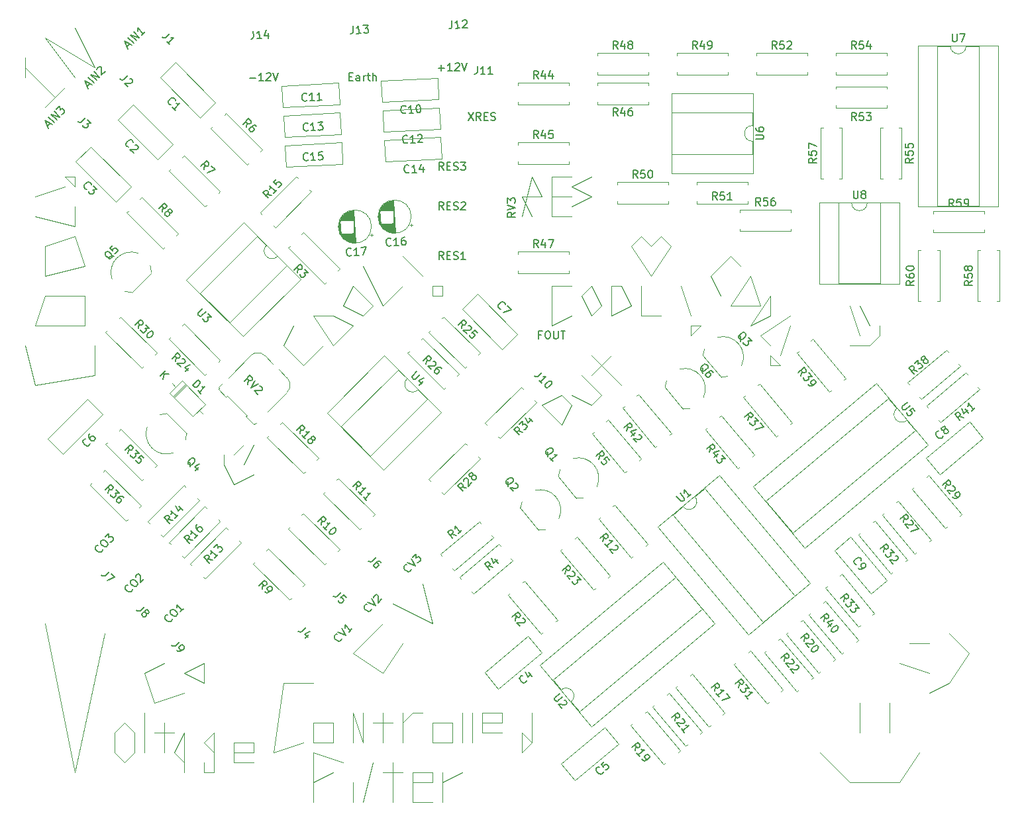
<source format=gbr>
%TF.GenerationSoftware,KiCad,Pcbnew,(5.1.2-1)-1*%
%TF.CreationDate,2021-01-24T21:42:30-05:00*%
%TF.ProjectId,VCF - MFOS,56434620-2d20-44d4-964f-532e6b696361,rev?*%
%TF.SameCoordinates,Original*%
%TF.FileFunction,Legend,Top*%
%TF.FilePolarity,Positive*%
%FSLAX46Y46*%
G04 Gerber Fmt 4.6, Leading zero omitted, Abs format (unit mm)*
G04 Created by KiCad (PCBNEW (5.1.2-1)-1) date 2021-01-24 21:42:30*
%MOMM*%
%LPD*%
G04 APERTURE LIST*
%ADD10C,0.120000*%
%ADD11C,0.150000*%
G04 APERTURE END LIST*
D10*
X123190000Y-53340000D02*
X123190000Y-52070000D01*
X121920000Y-54610000D02*
X123190000Y-53340000D01*
X119380000Y-54610000D02*
X121920000Y-54610000D01*
X120650000Y-49530000D02*
X121920000Y-52070000D01*
X120650000Y-53340000D02*
X119380000Y-49530000D01*
X119380000Y-49530000D02*
X120650000Y-53340000D01*
X132080000Y-97790000D02*
X129540000Y-99060000D01*
X134620000Y-93980000D02*
X132080000Y-97790000D01*
X132080000Y-91440000D02*
X134620000Y-93980000D01*
X127000000Y-92710000D02*
X129540000Y-92710000D01*
X129540000Y-96520000D02*
X125730000Y-95250000D01*
X125730000Y-95250000D02*
X129540000Y-96520000D01*
X109220000Y-55880000D02*
X109220000Y-57150000D01*
X110490000Y-57150000D02*
X109220000Y-55880000D01*
X109220000Y-57150000D02*
X110490000Y-57150000D01*
X111760000Y-52070000D02*
X110490000Y-55880000D01*
X107950000Y-53340000D02*
X109220000Y-54610000D01*
X86360000Y-58420000D02*
X88900000Y-55880000D01*
X88900000Y-58420000D02*
X90170000Y-59690000D01*
X86360000Y-55880000D02*
X88900000Y-58420000D01*
X87630000Y-60960000D02*
X85090000Y-58420000D01*
X86360000Y-62230000D02*
X87630000Y-60960000D01*
X83820000Y-60960000D02*
X86360000Y-62230000D01*
X82550000Y-60960000D02*
X80010000Y-62230000D01*
X83820000Y-62230000D02*
X82550000Y-60960000D01*
X82550000Y-64770000D02*
X83820000Y-62230000D01*
X80010000Y-62230000D02*
X82550000Y-64770000D01*
D11*
X79994285Y-53268571D02*
X79660952Y-53268571D01*
X79660952Y-53792380D02*
X79660952Y-52792380D01*
X80137142Y-52792380D01*
X80708571Y-52792380D02*
X80899047Y-52792380D01*
X80994285Y-52840000D01*
X81089523Y-52935238D01*
X81137142Y-53125714D01*
X81137142Y-53459047D01*
X81089523Y-53649523D01*
X80994285Y-53744761D01*
X80899047Y-53792380D01*
X80708571Y-53792380D01*
X80613333Y-53744761D01*
X80518095Y-53649523D01*
X80470476Y-53459047D01*
X80470476Y-53125714D01*
X80518095Y-52935238D01*
X80613333Y-52840000D01*
X80708571Y-52792380D01*
X81565714Y-52792380D02*
X81565714Y-53601904D01*
X81613333Y-53697142D01*
X81660952Y-53744761D01*
X81756190Y-53792380D01*
X81946666Y-53792380D01*
X82041904Y-53744761D01*
X82089523Y-53697142D01*
X82137142Y-53601904D01*
X82137142Y-52792380D01*
X82470476Y-52792380D02*
X83041904Y-52792380D01*
X82756190Y-53792380D02*
X82756190Y-52792380D01*
X67484761Y-43632380D02*
X67151428Y-43156190D01*
X66913333Y-43632380D02*
X66913333Y-42632380D01*
X67294285Y-42632380D01*
X67389523Y-42680000D01*
X67437142Y-42727619D01*
X67484761Y-42822857D01*
X67484761Y-42965714D01*
X67437142Y-43060952D01*
X67389523Y-43108571D01*
X67294285Y-43156190D01*
X66913333Y-43156190D01*
X67913333Y-43108571D02*
X68246666Y-43108571D01*
X68389523Y-43632380D02*
X67913333Y-43632380D01*
X67913333Y-42632380D01*
X68389523Y-42632380D01*
X68770476Y-43584761D02*
X68913333Y-43632380D01*
X69151428Y-43632380D01*
X69246666Y-43584761D01*
X69294285Y-43537142D01*
X69341904Y-43441904D01*
X69341904Y-43346666D01*
X69294285Y-43251428D01*
X69246666Y-43203809D01*
X69151428Y-43156190D01*
X68960952Y-43108571D01*
X68865714Y-43060952D01*
X68818095Y-43013333D01*
X68770476Y-42918095D01*
X68770476Y-42822857D01*
X68818095Y-42727619D01*
X68865714Y-42680000D01*
X68960952Y-42632380D01*
X69199047Y-42632380D01*
X69341904Y-42680000D01*
X70294285Y-43632380D02*
X69722857Y-43632380D01*
X70008571Y-43632380D02*
X70008571Y-42632380D01*
X69913333Y-42775238D01*
X69818095Y-42870476D01*
X69722857Y-42918095D01*
X67484761Y-37282380D02*
X67151428Y-36806190D01*
X66913333Y-37282380D02*
X66913333Y-36282380D01*
X67294285Y-36282380D01*
X67389523Y-36330000D01*
X67437142Y-36377619D01*
X67484761Y-36472857D01*
X67484761Y-36615714D01*
X67437142Y-36710952D01*
X67389523Y-36758571D01*
X67294285Y-36806190D01*
X66913333Y-36806190D01*
X67913333Y-36758571D02*
X68246666Y-36758571D01*
X68389523Y-37282380D02*
X67913333Y-37282380D01*
X67913333Y-36282380D01*
X68389523Y-36282380D01*
X68770476Y-37234761D02*
X68913333Y-37282380D01*
X69151428Y-37282380D01*
X69246666Y-37234761D01*
X69294285Y-37187142D01*
X69341904Y-37091904D01*
X69341904Y-36996666D01*
X69294285Y-36901428D01*
X69246666Y-36853809D01*
X69151428Y-36806190D01*
X68960952Y-36758571D01*
X68865714Y-36710952D01*
X68818095Y-36663333D01*
X68770476Y-36568095D01*
X68770476Y-36472857D01*
X68818095Y-36377619D01*
X68865714Y-36330000D01*
X68960952Y-36282380D01*
X69199047Y-36282380D01*
X69341904Y-36330000D01*
X69722857Y-36377619D02*
X69770476Y-36330000D01*
X69865714Y-36282380D01*
X70103809Y-36282380D01*
X70199047Y-36330000D01*
X70246666Y-36377619D01*
X70294285Y-36472857D01*
X70294285Y-36568095D01*
X70246666Y-36710952D01*
X69675238Y-37282380D01*
X70294285Y-37282380D01*
X67484761Y-32202380D02*
X67151428Y-31726190D01*
X66913333Y-32202380D02*
X66913333Y-31202380D01*
X67294285Y-31202380D01*
X67389523Y-31250000D01*
X67437142Y-31297619D01*
X67484761Y-31392857D01*
X67484761Y-31535714D01*
X67437142Y-31630952D01*
X67389523Y-31678571D01*
X67294285Y-31726190D01*
X66913333Y-31726190D01*
X67913333Y-31678571D02*
X68246666Y-31678571D01*
X68389523Y-32202380D02*
X67913333Y-32202380D01*
X67913333Y-31202380D01*
X68389523Y-31202380D01*
X68770476Y-32154761D02*
X68913333Y-32202380D01*
X69151428Y-32202380D01*
X69246666Y-32154761D01*
X69294285Y-32107142D01*
X69341904Y-32011904D01*
X69341904Y-31916666D01*
X69294285Y-31821428D01*
X69246666Y-31773809D01*
X69151428Y-31726190D01*
X68960952Y-31678571D01*
X68865714Y-31630952D01*
X68818095Y-31583333D01*
X68770476Y-31488095D01*
X68770476Y-31392857D01*
X68818095Y-31297619D01*
X68865714Y-31250000D01*
X68960952Y-31202380D01*
X69199047Y-31202380D01*
X69341904Y-31250000D01*
X69675238Y-31202380D02*
X70294285Y-31202380D01*
X69960952Y-31583333D01*
X70103809Y-31583333D01*
X70199047Y-31630952D01*
X70246666Y-31678571D01*
X70294285Y-31773809D01*
X70294285Y-32011904D01*
X70246666Y-32107142D01*
X70199047Y-32154761D01*
X70103809Y-32202380D01*
X69818095Y-32202380D01*
X69722857Y-32154761D01*
X69675238Y-32107142D01*
D10*
X43180000Y-67310000D02*
X41910000Y-69850000D01*
X40640000Y-68580000D02*
X41910000Y-67310000D01*
X40640000Y-72390000D02*
X43180000Y-71120000D01*
X39370000Y-69850000D02*
X40640000Y-72390000D01*
X39370000Y-68580000D02*
X39370000Y-69850000D01*
X107950000Y-53340000D02*
X111760000Y-50800000D01*
X109220000Y-48260000D02*
X109220000Y-50800000D01*
X106680000Y-52070000D02*
X109220000Y-48260000D01*
X109220000Y-50800000D02*
X106680000Y-52070000D01*
X107950000Y-49530000D02*
X106680000Y-45720000D01*
X104140000Y-49530000D02*
X107950000Y-49530000D01*
X106680000Y-45720000D02*
X104140000Y-49530000D01*
X104140000Y-43180000D02*
X105410000Y-44450000D01*
X101600000Y-45720000D02*
X102870000Y-48260000D01*
X104140000Y-43180000D02*
X101600000Y-45720000D01*
X66040000Y-90170000D02*
X64770000Y-85090000D01*
X60960000Y-87630000D02*
X66040000Y-90170000D01*
X59690000Y-96520000D02*
X62230000Y-92710000D01*
X55880000Y-93980000D02*
X59690000Y-96520000D01*
X59690000Y-90170000D02*
X55880000Y-93980000D01*
X36830000Y-97790000D02*
X34290000Y-96520000D01*
X36830000Y-95250000D02*
X36830000Y-97790000D01*
X34290000Y-96520000D02*
X36830000Y-95250000D01*
X30480000Y-100330000D02*
X34290000Y-99060000D01*
X29210000Y-96520000D02*
X30480000Y-100330000D01*
X31750000Y-95250000D02*
X29210000Y-96520000D01*
X86360000Y-35560000D02*
X83820000Y-36830000D01*
X83820000Y-34290000D02*
X86360000Y-35560000D01*
X86360000Y-33020000D02*
X83820000Y-34290000D01*
X81280000Y-33020000D02*
X83820000Y-33020000D01*
X81280000Y-35560000D02*
X83820000Y-35560000D01*
X81280000Y-38100000D02*
X83820000Y-38100000D01*
X81280000Y-33020000D02*
X81280000Y-38100000D01*
X77470000Y-35560000D02*
X78740000Y-38100000D01*
X80010000Y-35560000D02*
X77470000Y-35560000D01*
X78740000Y-33020000D02*
X80010000Y-35560000D01*
X77470000Y-38100000D02*
X78740000Y-33020000D01*
X19050000Y-33020000D02*
X20320000Y-33020000D01*
X20320000Y-34290000D02*
X19050000Y-33020000D01*
X20320000Y-33020000D02*
X20320000Y-34290000D01*
X15240000Y-35560000D02*
X19050000Y-34290000D01*
X20320000Y-39370000D02*
X20320000Y-36830000D01*
X15240000Y-38100000D02*
X20320000Y-39370000D01*
X20320000Y-40640000D02*
X16510000Y-41910000D01*
X21590000Y-44450000D02*
X20320000Y-40640000D01*
X16510000Y-45720000D02*
X21590000Y-44450000D01*
X16510000Y-41910000D02*
X16510000Y-45720000D01*
X16510000Y-48260000D02*
X15240000Y-52070000D01*
X21590000Y-48260000D02*
X16510000Y-48260000D01*
X21590000Y-52070000D02*
X21590000Y-48260000D01*
X15240000Y-52070000D02*
X21590000Y-52070000D01*
X22860000Y-58420000D02*
X22860000Y-54610000D01*
X15240000Y-59690000D02*
X22860000Y-58420000D01*
X13970000Y-54610000D02*
X15240000Y-59690000D01*
X99060000Y-53340000D02*
X99060000Y-52070000D01*
X100330000Y-52070000D02*
X99060000Y-53340000D01*
X99060000Y-52070000D02*
X100330000Y-52070000D01*
X97790000Y-46990000D02*
X99060000Y-50800000D01*
X92710000Y-50800000D02*
X95250000Y-50800000D01*
X92710000Y-46990000D02*
X92710000Y-50800000D01*
X90170000Y-46990000D02*
X88900000Y-46990000D01*
X91440000Y-49530000D02*
X90170000Y-46990000D01*
X88900000Y-50800000D02*
X91440000Y-49530000D01*
X88900000Y-46990000D02*
X88900000Y-50800000D01*
X87630000Y-49530000D02*
X86360000Y-46990000D01*
X86360000Y-50800000D02*
X87630000Y-49530000D01*
X85090000Y-48260000D02*
X86360000Y-50800000D01*
X86360000Y-46990000D02*
X85090000Y-48260000D01*
X81280000Y-52070000D02*
X83820000Y-50800000D01*
X81280000Y-46990000D02*
X81280000Y-52070000D01*
X83820000Y-46990000D02*
X81280000Y-46990000D01*
X67310000Y-46990000D02*
X66040000Y-46990000D01*
X67310000Y-48260000D02*
X67310000Y-46990000D01*
X66040000Y-48260000D02*
X67310000Y-48260000D01*
X66040000Y-46990000D02*
X66040000Y-48260000D01*
X62230000Y-43180000D02*
X64770000Y-45720000D01*
X59690000Y-49530000D02*
X62230000Y-46990000D01*
X57150000Y-44450000D02*
X59690000Y-49530000D01*
X57150000Y-50800000D02*
X54610000Y-49530000D01*
X58420000Y-49530000D02*
X57150000Y-50800000D01*
X55880000Y-46990000D02*
X58420000Y-49530000D01*
X54610000Y-49530000D02*
X55880000Y-46990000D01*
X53340000Y-50800000D02*
X50800000Y-50800000D01*
X55880000Y-52070000D02*
X53340000Y-50800000D01*
X53340000Y-54610000D02*
X55880000Y-52070000D01*
X50800000Y-50800000D02*
X53340000Y-54610000D01*
X49530000Y-57150000D02*
X52070000Y-54610000D01*
X46990000Y-54610000D02*
X49530000Y-57150000D01*
X48260000Y-52070000D02*
X46990000Y-54610000D01*
X22860000Y-19050000D02*
X20320000Y-13970000D01*
X16510000Y-15240000D02*
X22860000Y-19050000D01*
X20320000Y-20320000D02*
X16510000Y-15240000D01*
X13970000Y-17780000D02*
X13970000Y-20320000D01*
X16510000Y-24130000D02*
X19050000Y-21590000D01*
X13970000Y-19050000D02*
X17780000Y-22860000D01*
D11*
X66818095Y-19121428D02*
X67580000Y-19121428D01*
X67199047Y-19502380D02*
X67199047Y-18740476D01*
X68580000Y-19502380D02*
X68008571Y-19502380D01*
X68294285Y-19502380D02*
X68294285Y-18502380D01*
X68199047Y-18645238D01*
X68103809Y-18740476D01*
X68008571Y-18788095D01*
X68960952Y-18597619D02*
X69008571Y-18550000D01*
X69103809Y-18502380D01*
X69341904Y-18502380D01*
X69437142Y-18550000D01*
X69484761Y-18597619D01*
X69532380Y-18692857D01*
X69532380Y-18788095D01*
X69484761Y-18930952D01*
X68913333Y-19502380D01*
X69532380Y-19502380D01*
X69818095Y-18502380D02*
X70151428Y-19502380D01*
X70484761Y-18502380D01*
X55435714Y-20248571D02*
X55769047Y-20248571D01*
X55911904Y-20772380D02*
X55435714Y-20772380D01*
X55435714Y-19772380D01*
X55911904Y-19772380D01*
X56769047Y-20772380D02*
X56769047Y-20248571D01*
X56721428Y-20153333D01*
X56626190Y-20105714D01*
X56435714Y-20105714D01*
X56340476Y-20153333D01*
X56769047Y-20724761D02*
X56673809Y-20772380D01*
X56435714Y-20772380D01*
X56340476Y-20724761D01*
X56292857Y-20629523D01*
X56292857Y-20534285D01*
X56340476Y-20439047D01*
X56435714Y-20391428D01*
X56673809Y-20391428D01*
X56769047Y-20343809D01*
X57245238Y-20772380D02*
X57245238Y-20105714D01*
X57245238Y-20296190D02*
X57292857Y-20200952D01*
X57340476Y-20153333D01*
X57435714Y-20105714D01*
X57530952Y-20105714D01*
X57721428Y-20105714D02*
X58102380Y-20105714D01*
X57864285Y-19772380D02*
X57864285Y-20629523D01*
X57911904Y-20724761D01*
X58007142Y-20772380D01*
X58102380Y-20772380D01*
X58435714Y-20772380D02*
X58435714Y-19772380D01*
X58864285Y-20772380D02*
X58864285Y-20248571D01*
X58816666Y-20153333D01*
X58721428Y-20105714D01*
X58578571Y-20105714D01*
X58483333Y-20153333D01*
X58435714Y-20200952D01*
X42688095Y-20391428D02*
X43450000Y-20391428D01*
X44450000Y-20772380D02*
X43878571Y-20772380D01*
X44164285Y-20772380D02*
X44164285Y-19772380D01*
X44069047Y-19915238D01*
X43973809Y-20010476D01*
X43878571Y-20058095D01*
X44830952Y-19867619D02*
X44878571Y-19820000D01*
X44973809Y-19772380D01*
X45211904Y-19772380D01*
X45307142Y-19820000D01*
X45354761Y-19867619D01*
X45402380Y-19962857D01*
X45402380Y-20058095D01*
X45354761Y-20200952D01*
X44783333Y-20772380D01*
X45402380Y-20772380D01*
X45688095Y-19772380D02*
X46021428Y-20772380D01*
X46354761Y-19772380D01*
D10*
X93980000Y-45720000D02*
X91440000Y-41910000D01*
X93980000Y-45720000D02*
X96520000Y-41910000D01*
X95250000Y-40640000D02*
X96520000Y-41910000D01*
X93980000Y-41910000D02*
X95250000Y-40640000D01*
X92710000Y-40640000D02*
X93980000Y-41910000D01*
X91440000Y-41910000D02*
X92710000Y-40640000D01*
X125730000Y-110490000D02*
X128270000Y-106680000D01*
X119380000Y-110490000D02*
X125730000Y-110490000D01*
X115570000Y-106680000D02*
X119380000Y-110490000D01*
X124460000Y-100330000D02*
X124460000Y-104140000D01*
X120650000Y-101600000D02*
X120650000Y-100330000D01*
X120650000Y-104140000D02*
X120650000Y-101600000D01*
X120650000Y-100330000D02*
X120650000Y-104140000D01*
X67310000Y-110490000D02*
X67310000Y-109220000D01*
X67310000Y-110490000D02*
X69850000Y-109220000D01*
X67310000Y-113030000D02*
X67310000Y-110490000D01*
X66040000Y-110490000D02*
X63500000Y-110490000D01*
X66040000Y-109220000D02*
X66040000Y-110490000D01*
X63500000Y-109220000D02*
X66040000Y-109220000D01*
X63500000Y-113030000D02*
X63500000Y-109220000D01*
X66040000Y-113030000D02*
X63500000Y-113030000D01*
X59690000Y-109220000D02*
X62230000Y-109220000D01*
X60960000Y-113030000D02*
X60960000Y-107950000D01*
X57150000Y-113030000D02*
X58420000Y-107950000D01*
X55880000Y-113030000D02*
X55880000Y-110490000D01*
X50800000Y-110490000D02*
X53340000Y-109220000D01*
X50800000Y-106680000D02*
X54610000Y-107950000D01*
X50800000Y-113030000D02*
X50800000Y-106680000D01*
X78740000Y-101600000D02*
X78740000Y-105410000D01*
X78740000Y-105410000D02*
X77470000Y-104140000D01*
X77470000Y-106680000D02*
X78740000Y-105410000D01*
X77470000Y-104140000D02*
X77470000Y-106680000D01*
X72390000Y-104140000D02*
X74930000Y-104140000D01*
X74930000Y-101600000D02*
X72390000Y-101600000D01*
X74930000Y-102870000D02*
X74930000Y-101600000D01*
X72390000Y-102870000D02*
X74930000Y-102870000D01*
X72390000Y-104140000D02*
X72390000Y-101600000D01*
X72390000Y-101600000D02*
X72390000Y-104140000D01*
X71120000Y-101600000D02*
X71120000Y-105410000D01*
X69850000Y-101600000D02*
X69850000Y-105410000D01*
X68580000Y-102870000D02*
X66040000Y-102870000D01*
X68580000Y-105410000D02*
X68580000Y-102870000D01*
X66040000Y-105410000D02*
X68580000Y-105410000D01*
X66040000Y-102870000D02*
X66040000Y-105410000D01*
X63500000Y-101600000D02*
X64770000Y-101600000D01*
X62230000Y-102870000D02*
X63500000Y-101600000D01*
X62230000Y-101600000D02*
X62230000Y-102870000D01*
X62230000Y-105410000D02*
X62230000Y-101600000D01*
X58420000Y-102870000D02*
X60960000Y-102870000D01*
X59690000Y-105410000D02*
X59690000Y-101600000D01*
X57150000Y-105410000D02*
X57150000Y-101600000D01*
X55880000Y-101600000D02*
X57150000Y-105410000D01*
X55880000Y-105410000D02*
X55880000Y-101600000D01*
X53340000Y-102870000D02*
X50800000Y-102870000D01*
X53340000Y-105410000D02*
X53340000Y-102870000D01*
X50800000Y-105410000D02*
X53340000Y-105410000D01*
X50800000Y-102870000D02*
X50800000Y-105410000D01*
X45720000Y-106680000D02*
X49530000Y-105410000D01*
X46990000Y-97790000D02*
X45720000Y-106680000D01*
X50800000Y-97790000D02*
X46990000Y-97790000D01*
X40640000Y-107950000D02*
X43180000Y-107950000D01*
X40640000Y-105410000D02*
X40640000Y-107950000D01*
X43180000Y-105410000D02*
X40640000Y-105410000D01*
X43180000Y-106680000D02*
X43180000Y-105410000D01*
X40640000Y-106680000D02*
X43180000Y-106680000D01*
X36830000Y-109220000D02*
X36830000Y-107950000D01*
X38100000Y-109220000D02*
X36830000Y-109220000D01*
X38100000Y-106680000D02*
X38100000Y-109220000D01*
X38100000Y-106680000D02*
X38100000Y-104140000D01*
X36830000Y-105410000D02*
X38100000Y-106680000D01*
X38100000Y-104140000D02*
X36830000Y-105410000D01*
X34290000Y-109220000D02*
X34290000Y-107950000D01*
X34290000Y-107950000D02*
X34290000Y-104140000D01*
X33020000Y-106680000D02*
X34290000Y-107950000D01*
X34290000Y-104140000D02*
X33020000Y-106680000D01*
X30480000Y-104140000D02*
X33020000Y-104140000D01*
X31750000Y-106680000D02*
X31750000Y-102870000D01*
X29210000Y-101600000D02*
X29210000Y-106680000D01*
X27940000Y-104140000D02*
X26670000Y-102870000D01*
X27940000Y-105410000D02*
X27940000Y-104140000D01*
X27940000Y-106680000D02*
X27940000Y-105410000D01*
X26670000Y-107950000D02*
X27940000Y-106680000D01*
X25400000Y-106680000D02*
X26670000Y-107950000D01*
X25400000Y-104140000D02*
X25400000Y-106680000D01*
X26670000Y-102870000D02*
X25400000Y-104140000D01*
X20320000Y-109220000D02*
X24130000Y-91440000D01*
X16510000Y-90170000D02*
X20320000Y-109220000D01*
D11*
X70628095Y-24852380D02*
X71294761Y-25852380D01*
X71294761Y-24852380D02*
X70628095Y-25852380D01*
X72247142Y-25852380D02*
X71913809Y-25376190D01*
X71675714Y-25852380D02*
X71675714Y-24852380D01*
X72056666Y-24852380D01*
X72151904Y-24900000D01*
X72199523Y-24947619D01*
X72247142Y-25042857D01*
X72247142Y-25185714D01*
X72199523Y-25280952D01*
X72151904Y-25328571D01*
X72056666Y-25376190D01*
X71675714Y-25376190D01*
X72675714Y-25328571D02*
X73009047Y-25328571D01*
X73151904Y-25852380D02*
X72675714Y-25852380D01*
X72675714Y-24852380D01*
X73151904Y-24852380D01*
X73532857Y-25804761D02*
X73675714Y-25852380D01*
X73913809Y-25852380D01*
X74009047Y-25804761D01*
X74056666Y-25757142D01*
X74104285Y-25661904D01*
X74104285Y-25566666D01*
X74056666Y-25471428D01*
X74009047Y-25423809D01*
X73913809Y-25376190D01*
X73723333Y-25328571D01*
X73628095Y-25280952D01*
X73580476Y-25233333D01*
X73532857Y-25138095D01*
X73532857Y-25042857D01*
X73580476Y-24947619D01*
X73628095Y-24900000D01*
X73723333Y-24852380D01*
X73961428Y-24852380D01*
X74104285Y-24900000D01*
X63331641Y-83223435D02*
X63331641Y-83290778D01*
X63264297Y-83425465D01*
X63196954Y-83492809D01*
X63062267Y-83560152D01*
X62927580Y-83560152D01*
X62826564Y-83526480D01*
X62658206Y-83425465D01*
X62557190Y-83324450D01*
X62456175Y-83156091D01*
X62422503Y-83055076D01*
X62422503Y-82920389D01*
X62489847Y-82785702D01*
X62557190Y-82718358D01*
X62691877Y-82651015D01*
X62759221Y-82651015D01*
X62893908Y-82381641D02*
X63836717Y-82853045D01*
X63365312Y-81910236D01*
X63533671Y-81741877D02*
X63971404Y-81304145D01*
X64005076Y-81809221D01*
X64106091Y-81708206D01*
X64207106Y-81674534D01*
X64274450Y-81674534D01*
X64375465Y-81708206D01*
X64543824Y-81876564D01*
X64577496Y-81977580D01*
X64577496Y-82044923D01*
X64543824Y-82145938D01*
X64341793Y-82347969D01*
X64240778Y-82381641D01*
X64173435Y-82381641D01*
X58251641Y-88303435D02*
X58251641Y-88370778D01*
X58184297Y-88505465D01*
X58116954Y-88572809D01*
X57982267Y-88640152D01*
X57847580Y-88640152D01*
X57746564Y-88606480D01*
X57578206Y-88505465D01*
X57477190Y-88404450D01*
X57376175Y-88236091D01*
X57342503Y-88135076D01*
X57342503Y-88000389D01*
X57409847Y-87865702D01*
X57477190Y-87798358D01*
X57611877Y-87731015D01*
X57679221Y-87731015D01*
X57813908Y-87461641D02*
X58756717Y-87933045D01*
X58285312Y-86990236D01*
X58554687Y-86855549D02*
X58554687Y-86788206D01*
X58588358Y-86687190D01*
X58756717Y-86518832D01*
X58857732Y-86485160D01*
X58925076Y-86485160D01*
X59026091Y-86518832D01*
X59093435Y-86586175D01*
X59160778Y-86720862D01*
X59160778Y-87528984D01*
X59598511Y-87091251D01*
X54441641Y-92113435D02*
X54441641Y-92180778D01*
X54374297Y-92315465D01*
X54306954Y-92382809D01*
X54172267Y-92450152D01*
X54037580Y-92450152D01*
X53936564Y-92416480D01*
X53768206Y-92315465D01*
X53667190Y-92214450D01*
X53566175Y-92046091D01*
X53532503Y-91945076D01*
X53532503Y-91810389D01*
X53599847Y-91675702D01*
X53667190Y-91608358D01*
X53801877Y-91541015D01*
X53869221Y-91541015D01*
X54003908Y-91271641D02*
X54946717Y-91743045D01*
X54475312Y-90800236D01*
X55788511Y-90901251D02*
X55384450Y-91305312D01*
X55586480Y-91103282D02*
X54879374Y-90396175D01*
X54913045Y-90564534D01*
X54913045Y-90699221D01*
X54879374Y-90800236D01*
X23894297Y-80750778D02*
X23894297Y-80818122D01*
X23826954Y-80952809D01*
X23759610Y-81020152D01*
X23624923Y-81087496D01*
X23490236Y-81087496D01*
X23389221Y-81053824D01*
X23220862Y-80952809D01*
X23119847Y-80851793D01*
X23018832Y-80683435D01*
X22985160Y-80582419D01*
X22985160Y-80447732D01*
X23052503Y-80313045D01*
X23119847Y-80245702D01*
X23254534Y-80178358D01*
X23321877Y-80178358D01*
X23692267Y-79673282D02*
X23826954Y-79538595D01*
X23927969Y-79504923D01*
X24062656Y-79504923D01*
X24231015Y-79605938D01*
X24466717Y-79841641D01*
X24567732Y-80010000D01*
X24567732Y-80144687D01*
X24534061Y-80245702D01*
X24399374Y-80380389D01*
X24298358Y-80414061D01*
X24163671Y-80414061D01*
X23995312Y-80313045D01*
X23759610Y-80077343D01*
X23658595Y-79908984D01*
X23658595Y-79774297D01*
X23692267Y-79673282D01*
X24231015Y-79134534D02*
X24668748Y-78696801D01*
X24702419Y-79201877D01*
X24803435Y-79100862D01*
X24904450Y-79067190D01*
X24971793Y-79067190D01*
X25072809Y-79100862D01*
X25241167Y-79269221D01*
X25274839Y-79370236D01*
X25274839Y-79437580D01*
X25241167Y-79538595D01*
X25039137Y-79740625D01*
X24938122Y-79774297D01*
X24870778Y-79774297D01*
X27704297Y-85830778D02*
X27704297Y-85898122D01*
X27636954Y-86032809D01*
X27569610Y-86100152D01*
X27434923Y-86167496D01*
X27300236Y-86167496D01*
X27199221Y-86133824D01*
X27030862Y-86032809D01*
X26929847Y-85931793D01*
X26828832Y-85763435D01*
X26795160Y-85662419D01*
X26795160Y-85527732D01*
X26862503Y-85393045D01*
X26929847Y-85325702D01*
X27064534Y-85258358D01*
X27131877Y-85258358D01*
X27502267Y-84753282D02*
X27636954Y-84618595D01*
X27737969Y-84584923D01*
X27872656Y-84584923D01*
X28041015Y-84685938D01*
X28276717Y-84921641D01*
X28377732Y-85090000D01*
X28377732Y-85224687D01*
X28344061Y-85325702D01*
X28209374Y-85460389D01*
X28108358Y-85494061D01*
X27973671Y-85494061D01*
X27805312Y-85393045D01*
X27569610Y-85157343D01*
X27468595Y-84988984D01*
X27468595Y-84854297D01*
X27502267Y-84753282D01*
X28142030Y-84248206D02*
X28142030Y-84180862D01*
X28175702Y-84079847D01*
X28344061Y-83911488D01*
X28445076Y-83877816D01*
X28512419Y-83877816D01*
X28613435Y-83911488D01*
X28680778Y-83978832D01*
X28748122Y-84113519D01*
X28748122Y-84921641D01*
X29185854Y-84483908D01*
X32784297Y-89640778D02*
X32784297Y-89708122D01*
X32716954Y-89842809D01*
X32649610Y-89910152D01*
X32514923Y-89977496D01*
X32380236Y-89977496D01*
X32279221Y-89943824D01*
X32110862Y-89842809D01*
X32009847Y-89741793D01*
X31908832Y-89573435D01*
X31875160Y-89472419D01*
X31875160Y-89337732D01*
X31942503Y-89203045D01*
X32009847Y-89135702D01*
X32144534Y-89068358D01*
X32211877Y-89068358D01*
X32582267Y-88563282D02*
X32716954Y-88428595D01*
X32817969Y-88394923D01*
X32952656Y-88394923D01*
X33121015Y-88495938D01*
X33356717Y-88731641D01*
X33457732Y-88900000D01*
X33457732Y-89034687D01*
X33424061Y-89135702D01*
X33289374Y-89270389D01*
X33188358Y-89304061D01*
X33053671Y-89304061D01*
X32885312Y-89203045D01*
X32649610Y-88967343D01*
X32548595Y-88798984D01*
X32548595Y-88664297D01*
X32582267Y-88563282D01*
X34265854Y-88293908D02*
X33861793Y-88697969D01*
X34063824Y-88495938D02*
X33356717Y-87788832D01*
X33390389Y-87957190D01*
X33390389Y-88091877D01*
X33356717Y-88192893D01*
X16854026Y-26561675D02*
X17190744Y-26224957D01*
X16988713Y-26831049D02*
X16517309Y-25888240D01*
X17460118Y-26359644D01*
X17695820Y-26123942D02*
X16988713Y-25416835D01*
X18032538Y-25787225D02*
X17325431Y-25080118D01*
X18436599Y-25383164D01*
X17729492Y-24676057D01*
X17998866Y-24406683D02*
X18436599Y-23968950D01*
X18470270Y-24474026D01*
X18571286Y-24373011D01*
X18672301Y-24339339D01*
X18739644Y-24339339D01*
X18840660Y-24373011D01*
X19009018Y-24541370D01*
X19042690Y-24642385D01*
X19042690Y-24709729D01*
X19009018Y-24810744D01*
X18806988Y-25012774D01*
X18705973Y-25046446D01*
X18638629Y-25046446D01*
X21934026Y-21481675D02*
X22270744Y-21144957D01*
X22068713Y-21751049D02*
X21597309Y-20808240D01*
X22540118Y-21279644D01*
X22775820Y-21043942D02*
X22068713Y-20336835D01*
X23112538Y-20707225D02*
X22405431Y-20000118D01*
X23516599Y-20303164D01*
X22809492Y-19596057D01*
X23179881Y-19360355D02*
X23179881Y-19293011D01*
X23213553Y-19191996D01*
X23381912Y-19023637D01*
X23482927Y-18989965D01*
X23550270Y-18989965D01*
X23651286Y-19023637D01*
X23718629Y-19090981D01*
X23785973Y-19225668D01*
X23785973Y-20033790D01*
X24223705Y-19596057D01*
X27014026Y-16401675D02*
X27350744Y-16064957D01*
X27148713Y-16671049D02*
X26677309Y-15728240D01*
X27620118Y-16199644D01*
X27855820Y-15963942D02*
X27148713Y-15256835D01*
X28192538Y-15627225D02*
X27485431Y-14920118D01*
X28596599Y-15223164D01*
X27889492Y-14516057D01*
X29303705Y-14516057D02*
X28899644Y-14920118D01*
X29101675Y-14718087D02*
X28394568Y-14010981D01*
X28428240Y-14179339D01*
X28428240Y-14314026D01*
X28394568Y-14415042D01*
D10*
%TO.C,C1*%
X36371504Y-25481336D02*
X31252051Y-20361883D01*
X38308977Y-23543863D02*
X33189524Y-18424410D01*
X36371504Y-25481336D02*
X38308977Y-23543863D01*
X31252051Y-20361883D02*
X33189524Y-18424410D01*
%TO.C,C2*%
X30983351Y-30869491D02*
X25863898Y-25750038D01*
X32920824Y-28932018D02*
X27801371Y-23812565D01*
X30983351Y-30869491D02*
X32920824Y-28932018D01*
X25863898Y-25750038D02*
X27801371Y-23812565D01*
%TO.C,C3*%
X20475744Y-31138191D02*
X22413217Y-29200718D01*
X25595197Y-36257644D02*
X27532670Y-34320171D01*
X27532670Y-34320171D02*
X22413217Y-29200718D01*
X25595197Y-36257644D02*
X20475744Y-31138191D01*
%TO.C,C4*%
X80047116Y-93907905D02*
X74500954Y-98561687D01*
X78285878Y-91808943D02*
X72739716Y-96462725D01*
X80047116Y-93907905D02*
X78285878Y-91808943D01*
X74500954Y-98561687D02*
X72739716Y-96462725D01*
%TO.C,C5*%
X84297028Y-110236206D02*
X82535790Y-108137244D01*
X89843190Y-105582424D02*
X88081952Y-103483462D01*
X88081952Y-103483462D02*
X82535790Y-108137244D01*
X89843190Y-105582424D02*
X84297028Y-110236206D01*
%TO.C,C6*%
X23940568Y-63410545D02*
X18821115Y-68529998D01*
X22003095Y-61473072D02*
X16883642Y-66592525D01*
X23940568Y-63410545D02*
X22003095Y-61473072D01*
X18821115Y-68529998D02*
X16883642Y-66592525D01*
%TO.C,C7*%
X76924079Y-53178709D02*
X74986606Y-55116182D01*
X71804626Y-48059256D02*
X69867153Y-49996729D01*
X69867153Y-49996729D02*
X74986606Y-55116182D01*
X71804626Y-48059256D02*
X76924079Y-53178709D01*
%TO.C,C8*%
X129172584Y-69004332D02*
X134718746Y-64350550D01*
X130933822Y-71103294D02*
X136479984Y-66449512D01*
X129172584Y-69004332D02*
X130933822Y-71103294D01*
X134718746Y-64350550D02*
X136479984Y-66449512D01*
%TO.C,C9*%
X124193773Y-84653140D02*
X122094811Y-86414378D01*
X119539991Y-79106978D02*
X117441029Y-80868216D01*
X117441029Y-80868216D02*
X122094811Y-86414378D01*
X119539991Y-79106978D02*
X124193773Y-84653140D01*
%TO.C,C10*%
X66872537Y-23132944D02*
X59642460Y-23511857D01*
X66729137Y-20396699D02*
X59499059Y-20775612D01*
X66872537Y-23132944D02*
X66729137Y-20396699D01*
X59642460Y-23511857D02*
X59499059Y-20775612D01*
%TO.C,C11*%
X46959864Y-24176523D02*
X46816463Y-21440278D01*
X54189941Y-23797610D02*
X54046541Y-21061365D01*
X54046541Y-21061365D02*
X46816463Y-21440278D01*
X54189941Y-23797610D02*
X46959864Y-24176523D01*
%TO.C,C12*%
X59841859Y-27316635D02*
X59698458Y-24580390D01*
X67071936Y-26937722D02*
X66928536Y-24201477D01*
X66928536Y-24201477D02*
X59698458Y-24580390D01*
X67071936Y-26937722D02*
X59841859Y-27316635D01*
%TO.C,C13*%
X47159264Y-27981301D02*
X47015863Y-25245056D01*
X54389341Y-27602388D02*
X54245941Y-24866143D01*
X54245941Y-24866143D02*
X47015863Y-25245056D01*
X54389341Y-27602388D02*
X47159264Y-27981301D01*
%TO.C,C14*%
X67271336Y-30742501D02*
X60041259Y-31121414D01*
X67127936Y-28006256D02*
X59897858Y-28385169D01*
X67271336Y-30742501D02*
X67127936Y-28006256D01*
X60041259Y-31121414D02*
X59897858Y-28385169D01*
%TO.C,C15*%
X54588741Y-31407167D02*
X47358664Y-31786080D01*
X54445341Y-28670922D02*
X47215263Y-29049835D01*
X54588741Y-31407167D02*
X54445341Y-28670922D01*
X47358664Y-31786080D02*
X47215263Y-29049835D01*
%TO.C,C16*%
X63351369Y-38152336D02*
G75*
G03X63351369Y-38152336I-2119999J0D01*
G01*
X61340229Y-40229485D02*
X61122512Y-36075187D01*
X61300284Y-40231579D02*
X61082566Y-36077280D01*
X61260287Y-40232674D02*
X61042674Y-36080372D01*
X61220237Y-40232770D02*
X61002833Y-36084463D01*
X61180135Y-40231867D02*
X60963045Y-36089552D01*
X61140032Y-40230965D02*
X61075607Y-39001652D01*
X60987682Y-37323954D02*
X60923257Y-36094641D01*
X61099878Y-40229064D02*
X61035662Y-39003745D01*
X60947737Y-37326048D02*
X60883521Y-36100729D01*
X61059671Y-40226164D02*
X60995716Y-39005839D01*
X60907792Y-37328141D02*
X60843837Y-36107816D01*
X61019412Y-40222266D02*
X60955771Y-39007932D01*
X60867847Y-37330235D02*
X60804206Y-36115901D01*
X60979153Y-40218367D02*
X60915826Y-39010026D01*
X60827902Y-37332328D02*
X60764575Y-36123986D01*
X60938789Y-40212472D02*
X60875881Y-39012119D01*
X60787956Y-37334422D02*
X60725049Y-36134069D01*
X60898425Y-40206576D02*
X60835936Y-39014213D01*
X60748011Y-37336515D02*
X60685522Y-36144151D01*
X60858009Y-40199682D02*
X60795990Y-39016306D01*
X60708066Y-37338608D02*
X60646048Y-36155232D01*
X60817592Y-40192788D02*
X60756045Y-39018399D01*
X60668121Y-37340702D02*
X60606574Y-36166314D01*
X60777072Y-40183896D02*
X60716100Y-39020493D01*
X60628176Y-37342795D02*
X60567204Y-36179392D01*
X60736551Y-40175005D02*
X60676155Y-39022586D01*
X60588231Y-37344889D02*
X60527835Y-36192470D01*
X60695977Y-40165115D02*
X60636210Y-39024680D01*
X60548285Y-37346982D02*
X60488518Y-36206547D01*
X60655300Y-40153227D02*
X60596265Y-39026773D01*
X60508340Y-37349076D02*
X60449305Y-36222621D01*
X60613623Y-40141392D02*
X60555321Y-39028919D01*
X60467396Y-37351221D02*
X60409094Y-36238748D01*
X60572945Y-40129505D02*
X60515376Y-39031012D01*
X60427451Y-37353315D02*
X60369882Y-36254822D01*
X60532163Y-40115620D02*
X60475430Y-39033106D01*
X60387506Y-37355408D02*
X60330774Y-36272894D01*
X60491328Y-40100737D02*
X60435485Y-39035199D01*
X60347561Y-37357502D02*
X60291718Y-36291964D01*
X60450440Y-40084855D02*
X60395540Y-39037293D01*
X60307616Y-37359595D02*
X60252715Y-36312033D01*
X60409501Y-40067975D02*
X60355595Y-39039386D01*
X60267670Y-37361689D02*
X60213764Y-36333100D01*
X60368561Y-40051094D02*
X60315650Y-39041480D01*
X60227725Y-37363782D02*
X60174814Y-36354168D01*
X60327517Y-40032216D02*
X60275705Y-39043573D01*
X60187780Y-37365875D02*
X60135968Y-36377232D01*
X60286421Y-40012340D02*
X60235759Y-39045666D01*
X60147835Y-37367969D02*
X60097174Y-36401295D01*
X60245272Y-39991465D02*
X60195814Y-39047760D01*
X60107890Y-37370062D02*
X60058432Y-36426357D01*
X60204018Y-39968593D02*
X60155869Y-39049853D01*
X60067945Y-37372156D02*
X60019795Y-36453417D01*
X60162764Y-39945720D02*
X60115924Y-39051947D01*
X60027999Y-37374249D02*
X59981159Y-36480476D01*
X60121406Y-39920851D02*
X60075979Y-39054040D01*
X59988054Y-37376343D02*
X59942627Y-36509532D01*
X60079996Y-39894982D02*
X60036033Y-39056134D01*
X59948109Y-37378436D02*
X59904147Y-36539587D01*
X60038480Y-39867117D02*
X59996088Y-39058227D01*
X59908164Y-37380530D02*
X59865772Y-36571640D01*
X59996913Y-39838253D02*
X59956143Y-39060321D01*
X59868219Y-37382623D02*
X59827449Y-36604691D01*
X59955293Y-39808390D02*
X59916198Y-39062414D01*
X59828273Y-37384716D02*
X59789179Y-36638740D01*
X59913516Y-39775532D02*
X59876253Y-39064507D01*
X59788328Y-37386810D02*
X59751065Y-36675786D01*
X59871687Y-39741674D02*
X59836308Y-39066601D01*
X59748383Y-37388903D02*
X59713004Y-36713830D01*
X59829753Y-39705820D02*
X59796362Y-39068694D01*
X59708438Y-37390997D02*
X59675048Y-36753871D01*
X59787714Y-39667968D02*
X59756417Y-39070788D01*
X59668493Y-37393090D02*
X59637196Y-36795910D01*
X59745571Y-39628119D02*
X59716472Y-39072881D01*
X59628548Y-37395184D02*
X59599449Y-36839946D01*
X59703270Y-39585274D02*
X59676527Y-39074975D01*
X59588602Y-37397277D02*
X59561859Y-36886977D01*
X59660865Y-39540432D02*
X59636582Y-39077068D01*
X59548657Y-37399370D02*
X59524373Y-36936006D01*
X59618304Y-39492594D02*
X59596636Y-39079162D01*
X59508712Y-37401464D02*
X59487045Y-36988031D01*
X59575532Y-39440762D02*
X59556691Y-39081255D01*
X59468767Y-37403557D02*
X59449926Y-37044051D01*
X59532552Y-39384935D02*
X59516746Y-39083348D01*
X59428822Y-37405651D02*
X59413016Y-37104065D01*
X59489362Y-39325113D02*
X59476801Y-39085442D01*
X59388876Y-37407744D02*
X59376316Y-37168073D01*
X59445910Y-39260298D02*
X59339877Y-37237075D01*
X59402144Y-39189492D02*
X59303753Y-37312068D01*
X59357960Y-39110696D02*
X59268047Y-37395051D01*
X59313252Y-39021914D02*
X59232864Y-37488019D01*
X59267864Y-38920150D02*
X59198362Y-37593970D01*
X59221272Y-38795418D02*
X59165063Y-37722890D01*
X59172587Y-38630740D02*
X59133858Y-37891754D01*
X63560602Y-39226906D02*
X63161150Y-39247840D01*
X63371344Y-39437099D02*
X63350409Y-39037647D01*
%TO.C,C17*%
X58291344Y-40707099D02*
X58270409Y-40307647D01*
X58480602Y-40496906D02*
X58081150Y-40517840D01*
X54092587Y-39900740D02*
X54053858Y-39161754D01*
X54141272Y-40065418D02*
X54085063Y-38992890D01*
X54187864Y-40190150D02*
X54118362Y-38863970D01*
X54233252Y-40291914D02*
X54152864Y-38758019D01*
X54277960Y-40380696D02*
X54188047Y-38665051D01*
X54322144Y-40459492D02*
X54223753Y-38582068D01*
X54365910Y-40530298D02*
X54259877Y-38507075D01*
X54308876Y-38677744D02*
X54296316Y-38438073D01*
X54409362Y-40595113D02*
X54396801Y-40355442D01*
X54348822Y-38675651D02*
X54333016Y-38374065D01*
X54452552Y-40654935D02*
X54436746Y-40353348D01*
X54388767Y-38673557D02*
X54369926Y-38314051D01*
X54495532Y-40710762D02*
X54476691Y-40351255D01*
X54428712Y-38671464D02*
X54407045Y-38258031D01*
X54538304Y-40762594D02*
X54516636Y-40349162D01*
X54468657Y-38669370D02*
X54444373Y-38206006D01*
X54580865Y-40810432D02*
X54556582Y-40347068D01*
X54508602Y-38667277D02*
X54481859Y-38156977D01*
X54623270Y-40855274D02*
X54596527Y-40344975D01*
X54548548Y-38665184D02*
X54519449Y-38109946D01*
X54665571Y-40898119D02*
X54636472Y-40342881D01*
X54588493Y-38663090D02*
X54557196Y-38065910D01*
X54707714Y-40937968D02*
X54676417Y-40340788D01*
X54628438Y-38660997D02*
X54595048Y-38023871D01*
X54749753Y-40975820D02*
X54716362Y-40338694D01*
X54668383Y-38658903D02*
X54633004Y-37983830D01*
X54791687Y-41011674D02*
X54756308Y-40336601D01*
X54708328Y-38656810D02*
X54671065Y-37945786D01*
X54833516Y-41045532D02*
X54796253Y-40334507D01*
X54748273Y-38654716D02*
X54709179Y-37908740D01*
X54875293Y-41078390D02*
X54836198Y-40332414D01*
X54788219Y-38652623D02*
X54747449Y-37874691D01*
X54916913Y-41108253D02*
X54876143Y-40330321D01*
X54828164Y-38650530D02*
X54785772Y-37841640D01*
X54958480Y-41137117D02*
X54916088Y-40328227D01*
X54868109Y-38648436D02*
X54824147Y-37809587D01*
X54999996Y-41164982D02*
X54956033Y-40326134D01*
X54908054Y-38646343D02*
X54862627Y-37779532D01*
X55041406Y-41190851D02*
X54995979Y-40324040D01*
X54947999Y-38644249D02*
X54901159Y-37750476D01*
X55082764Y-41215720D02*
X55035924Y-40321947D01*
X54987945Y-38642156D02*
X54939795Y-37723417D01*
X55124018Y-41238593D02*
X55075869Y-40319853D01*
X55027890Y-38640062D02*
X54978432Y-37696357D01*
X55165272Y-41261465D02*
X55115814Y-40317760D01*
X55067835Y-38637969D02*
X55017174Y-37671295D01*
X55206421Y-41282340D02*
X55155759Y-40315666D01*
X55107780Y-38635875D02*
X55055968Y-37647232D01*
X55247517Y-41302216D02*
X55195705Y-40313573D01*
X55147725Y-38633782D02*
X55094814Y-37624168D01*
X55288561Y-41321094D02*
X55235650Y-40311480D01*
X55187670Y-38631689D02*
X55133764Y-37603100D01*
X55329501Y-41337975D02*
X55275595Y-40309386D01*
X55227616Y-38629595D02*
X55172715Y-37582033D01*
X55370440Y-41354855D02*
X55315540Y-40307293D01*
X55267561Y-38627502D02*
X55211718Y-37561964D01*
X55411328Y-41370737D02*
X55355485Y-40305199D01*
X55307506Y-38625408D02*
X55250774Y-37542894D01*
X55452163Y-41385620D02*
X55395430Y-40303106D01*
X55347451Y-38623315D02*
X55289882Y-37524822D01*
X55492945Y-41399505D02*
X55435376Y-40301012D01*
X55387396Y-38621221D02*
X55329094Y-37508748D01*
X55533623Y-41411392D02*
X55475321Y-40298919D01*
X55428340Y-38619076D02*
X55369305Y-37492621D01*
X55575300Y-41423227D02*
X55516265Y-40296773D01*
X55468285Y-38616982D02*
X55408518Y-37476547D01*
X55615977Y-41435115D02*
X55556210Y-40294680D01*
X55508231Y-38614889D02*
X55447835Y-37462470D01*
X55656551Y-41445005D02*
X55596155Y-40292586D01*
X55548176Y-38612795D02*
X55487204Y-37449392D01*
X55697072Y-41453896D02*
X55636100Y-40290493D01*
X55588121Y-38610702D02*
X55526574Y-37436314D01*
X55737592Y-41462788D02*
X55676045Y-40288399D01*
X55628066Y-38608608D02*
X55566048Y-37425232D01*
X55778009Y-41469682D02*
X55715990Y-40286306D01*
X55668011Y-38606515D02*
X55605522Y-37414151D01*
X55818425Y-41476576D02*
X55755936Y-40284213D01*
X55707956Y-38604422D02*
X55645049Y-37404069D01*
X55858789Y-41482472D02*
X55795881Y-40282119D01*
X55747902Y-38602328D02*
X55684575Y-37393986D01*
X55899153Y-41488367D02*
X55835826Y-40280026D01*
X55787847Y-38600235D02*
X55724206Y-37385901D01*
X55939412Y-41492266D02*
X55875771Y-40277932D01*
X55827792Y-38598141D02*
X55763837Y-37377816D01*
X55979671Y-41496164D02*
X55915716Y-40275839D01*
X55867737Y-38596048D02*
X55803521Y-37370729D01*
X56019878Y-41499064D02*
X55955662Y-40273745D01*
X55907682Y-38593954D02*
X55843257Y-37364641D01*
X56060032Y-41500965D02*
X55995607Y-40271652D01*
X56100135Y-41501867D02*
X55883045Y-37359552D01*
X56140237Y-41502770D02*
X55922833Y-37354463D01*
X56180287Y-41502674D02*
X55962674Y-37350372D01*
X56220284Y-41501579D02*
X56002566Y-37347280D01*
X56260229Y-41499485D02*
X56042512Y-37345187D01*
X58271369Y-39422336D02*
G75*
G03X58271369Y-39422336I-2119999J0D01*
G01*
%TO.C,D1*%
X34045123Y-59146690D02*
X32461204Y-60730609D01*
X32461204Y-60730609D02*
X35459337Y-63728742D01*
X35459337Y-63728742D02*
X37043256Y-62144823D01*
X37043256Y-62144823D02*
X34045123Y-59146690D01*
X32793544Y-59479030D02*
X33253163Y-59938649D01*
X36710916Y-63396402D02*
X36251296Y-62936782D01*
X34554240Y-59655807D02*
X32970321Y-61239726D01*
X34639093Y-59740660D02*
X33055174Y-61324579D01*
X34469387Y-59570954D02*
X32885468Y-61154873D01*
%TO.C,Q1*%
X82384199Y-70545775D02*
G75*
G03X82164067Y-71414762I2354068J-1058710D01*
G01*
X84065337Y-69093078D02*
G75*
G02X86729982Y-69933237I672930J-2511407D01*
G01*
X87094667Y-72703292D02*
G75*
G03X86729982Y-69933237I-2356400J1098807D01*
G01*
X85372112Y-74106632D02*
G75*
G02X84478102Y-74172522I-633845J2502147D01*
G01*
X82164067Y-71414762D02*
X84478102Y-74172522D01*
%TO.C,Q2*%
X80507730Y-78188331D02*
G75*
G02X79613720Y-78254221I-633845J2502147D01*
G01*
X82230285Y-76784991D02*
G75*
G03X81865600Y-74014936I-2356400J1098807D01*
G01*
X79200955Y-73174777D02*
G75*
G02X81865600Y-74014936I672930J-2511407D01*
G01*
X77519817Y-74627474D02*
G75*
G03X77299685Y-75496461I2354068J-1058710D01*
G01*
X77299685Y-75496461D02*
X79613720Y-78254221D01*
%TO.C,Q3*%
X100868855Y-55035304D02*
G75*
G03X100648723Y-55904291I2354068J-1058710D01*
G01*
X102549993Y-53582607D02*
G75*
G02X105214638Y-54422766I672930J-2511407D01*
G01*
X105579323Y-57192821D02*
G75*
G03X105214638Y-54422766I-2356400J1098807D01*
G01*
X103856768Y-58596161D02*
G75*
G02X102962758Y-58662051I-633845J2502147D01*
G01*
X100648723Y-55904291D02*
X102962758Y-58662051D01*
%TO.C,Q4*%
X34639094Y-65892489D02*
X32093509Y-63346905D01*
X34495537Y-66777355D02*
G75*
G03X34639094Y-65892489I-2437383J849510D01*
G01*
X32947406Y-68371046D02*
G75*
G02X30219676Y-67766322I-889252J2443201D01*
G01*
X29614953Y-65038592D02*
G75*
G03X30219676Y-67766322I2443201J-889253D01*
G01*
X31208643Y-63490463D02*
G75*
G02X32093509Y-63346905I849511J-2437382D01*
G01*
%TO.C,Q5*%
X27603381Y-47854195D02*
X30148965Y-45308610D01*
X26718515Y-47710638D02*
G75*
G03X27603381Y-47854195I849510J2437383D01*
G01*
X25124824Y-46162507D02*
G75*
G02X25729548Y-43434777I2443201J889252D01*
G01*
X28457278Y-42830054D02*
G75*
G03X25729548Y-43434777I-889253J-2443201D01*
G01*
X30005407Y-44423744D02*
G75*
G02X30148965Y-45308610I-2437382J-849511D01*
G01*
%TO.C,Q6*%
X96004470Y-59117008D02*
G75*
G03X95784338Y-59985995I2354068J-1058710D01*
G01*
X97685608Y-57664311D02*
G75*
G02X100350253Y-58504470I672930J-2511407D01*
G01*
X100714938Y-61274525D02*
G75*
G03X100350253Y-58504470I-2356400J1098807D01*
G01*
X98992383Y-62677865D02*
G75*
G02X98098373Y-62743755I-633845J2502147D01*
G01*
X95784338Y-59985995D02*
X98098373Y-62743755D01*
%TO.C,R1*%
X73843775Y-79218719D02*
X73631655Y-78965924D01*
X68833844Y-83422550D02*
X73843775Y-79218719D01*
X68621724Y-83169755D02*
X68833844Y-83422550D01*
X72082537Y-77119757D02*
X72294657Y-77372552D01*
X67072606Y-81323588D02*
X72082537Y-77119757D01*
X67284726Y-81576382D02*
X67072606Y-81323588D01*
%TO.C,R2*%
X80213678Y-91310533D02*
X79960884Y-91522653D01*
X79960884Y-91522653D02*
X75757053Y-86512722D01*
X75757053Y-86512722D02*
X76009848Y-86300602D01*
X81807051Y-89973535D02*
X82059846Y-89761415D01*
X82059846Y-89761415D02*
X77856015Y-84751484D01*
X77856015Y-84751484D02*
X77603220Y-84963604D01*
%TO.C,R3*%
X52493539Y-46524834D02*
X52260194Y-46758180D01*
X52260194Y-46758180D02*
X47635716Y-42133701D01*
X47635716Y-42133701D02*
X47869061Y-41900356D01*
X53964321Y-45054052D02*
X54197667Y-44820707D01*
X54197667Y-44820707D02*
X49573188Y-40196229D01*
X49573188Y-40196229D02*
X49339843Y-40429574D01*
%TO.C,R4*%
X76310388Y-82158307D02*
X76098268Y-81905512D01*
X71300457Y-86362138D02*
X76310388Y-82158307D01*
X71088337Y-86109343D02*
X71300457Y-86362138D01*
X74549150Y-80059345D02*
X74761270Y-80312140D01*
X69539219Y-84263176D02*
X74549150Y-80059345D01*
X69751339Y-84515970D02*
X69539219Y-84263176D01*
%TO.C,R5*%
X88550210Y-64137198D02*
X88297415Y-64349318D01*
X92754041Y-69147129D02*
X88550210Y-64137198D01*
X92501246Y-69359249D02*
X92754041Y-69147129D01*
X86451248Y-65898436D02*
X86704043Y-65686316D01*
X90655079Y-70908367D02*
X86451248Y-65898436D01*
X90907873Y-70696247D02*
X90655079Y-70908367D01*
%TO.C,R6*%
X42381913Y-31491743D02*
X42615258Y-31258398D01*
X37757434Y-26867265D02*
X42381913Y-31491743D01*
X37990780Y-26633920D02*
X37757434Y-26867265D01*
X44319385Y-29554271D02*
X44086040Y-29787616D01*
X39694907Y-24929792D02*
X44319385Y-29554271D01*
X39461562Y-25163138D02*
X39694907Y-24929792D01*
%TO.C,R7*%
X36993759Y-36879897D02*
X37227104Y-36646552D01*
X32369280Y-32255419D02*
X36993759Y-36879897D01*
X32602626Y-32022074D02*
X32369280Y-32255419D01*
X38931231Y-34942425D02*
X38697886Y-35175770D01*
X34306753Y-30317946D02*
X38931231Y-34942425D01*
X34073408Y-30551292D02*
X34306753Y-30317946D01*
%TO.C,R8*%
X31605605Y-42268051D02*
X31838950Y-42034706D01*
X26981126Y-37643573D02*
X31605605Y-42268051D01*
X27214472Y-37410228D02*
X26981126Y-37643573D01*
X33543077Y-40330579D02*
X33309732Y-40563924D01*
X28918599Y-35706100D02*
X33543077Y-40330579D01*
X28685254Y-35939446D02*
X28918599Y-35706100D01*
%TO.C,R9*%
X45083060Y-80607381D02*
X44849715Y-80840726D01*
X49707539Y-85231859D02*
X45083060Y-80607381D01*
X49474193Y-85465204D02*
X49707539Y-85231859D01*
X43145588Y-82544853D02*
X43378933Y-82311508D01*
X47770066Y-87169332D02*
X43145588Y-82544853D01*
X48003411Y-86935986D02*
X47770066Y-87169332D01*
%TO.C,R10*%
X49339843Y-76350598D02*
X49573188Y-76117252D01*
X49573188Y-76117252D02*
X54197666Y-80741731D01*
X54197666Y-80741731D02*
X53964321Y-80975076D01*
X47869061Y-77821380D02*
X47635715Y-78054725D01*
X47635715Y-78054725D02*
X52260194Y-82679203D01*
X52260194Y-82679203D02*
X52493539Y-82445858D01*
%TO.C,R11*%
X56750322Y-78189075D02*
X56983667Y-77955730D01*
X52125843Y-73564597D02*
X56750322Y-78189075D01*
X52359189Y-73331252D02*
X52125843Y-73564597D01*
X58687794Y-76251603D02*
X58454449Y-76484948D01*
X54063316Y-71627124D02*
X58687794Y-76251603D01*
X53829971Y-71860470D02*
X54063316Y-71627124D01*
%TO.C,R12*%
X89400216Y-75029033D02*
X89147421Y-75241153D01*
X93604047Y-80038964D02*
X89400216Y-75029033D01*
X93351252Y-80251084D02*
X93604047Y-80038964D01*
X87301254Y-76790271D02*
X87554049Y-76578151D01*
X91505085Y-81800202D02*
X87301254Y-76790271D01*
X91757879Y-81588082D02*
X91505085Y-81800202D01*
%TO.C,R13*%
X35063358Y-82537782D02*
X35296703Y-82771127D01*
X39687836Y-77913303D02*
X35063358Y-82537782D01*
X39921181Y-78146649D02*
X39687836Y-77913303D01*
X37000830Y-84475254D02*
X36767485Y-84241909D01*
X41625309Y-79850776D02*
X37000830Y-84475254D01*
X41391963Y-79617431D02*
X41625309Y-79850776D01*
%TO.C,R14*%
X29908549Y-77382974D02*
X29675203Y-77149629D01*
X29675203Y-77149629D02*
X34299682Y-72525151D01*
X34299682Y-72525151D02*
X34533027Y-72758496D01*
X31379331Y-78853756D02*
X31612676Y-79087102D01*
X31612676Y-79087102D02*
X36237154Y-74462623D01*
X36237154Y-74462623D02*
X36003809Y-74229278D01*
%TO.C,R15*%
X44276959Y-37869847D02*
X44043613Y-37636502D01*
X44043613Y-37636502D02*
X48668092Y-33012024D01*
X48668092Y-33012024D02*
X48901437Y-33245369D01*
X45747741Y-39340629D02*
X45981086Y-39573975D01*
X45981086Y-39573975D02*
X50605564Y-34949496D01*
X50605564Y-34949496D02*
X50372219Y-34716151D01*
%TO.C,R16*%
X38697886Y-76923354D02*
X38931232Y-77156699D01*
X38931232Y-77156699D02*
X34306753Y-81781177D01*
X34306753Y-81781177D02*
X34073408Y-81547832D01*
X37227104Y-75452572D02*
X36993759Y-75219226D01*
X36993759Y-75219226D02*
X32369281Y-79843705D01*
X32369281Y-79843705D02*
X32602626Y-80077050D01*
%TO.C,R17*%
X101605213Y-103202516D02*
X101352419Y-103414636D01*
X101352419Y-103414636D02*
X97148588Y-98404705D01*
X97148588Y-98404705D02*
X97401383Y-98192585D01*
X103198586Y-101865518D02*
X103451381Y-101653398D01*
X103451381Y-101653398D02*
X99247550Y-96643467D01*
X99247550Y-96643467D02*
X98994755Y-96855587D01*
%TO.C,R18*%
X49566119Y-71004870D02*
X49799464Y-70771525D01*
X44941640Y-66380392D02*
X49566119Y-71004870D01*
X45174986Y-66147047D02*
X44941640Y-66380392D01*
X51503591Y-69067398D02*
X51270246Y-69300743D01*
X46879113Y-64442919D02*
X51503591Y-69067398D01*
X46645768Y-64676265D02*
X46879113Y-64442919D01*
%TO.C,R19*%
X93270220Y-101659043D02*
X93523014Y-101446923D01*
X93523014Y-101446923D02*
X97726845Y-106456854D01*
X97726845Y-106456854D02*
X97474050Y-106668974D01*
X91676847Y-102996041D02*
X91424052Y-103208161D01*
X91424052Y-103208161D02*
X95627883Y-108218092D01*
X95627883Y-108218092D02*
X95880678Y-108005972D01*
%TO.C,R20*%
X115728752Y-96325063D02*
X115475958Y-96537183D01*
X115475958Y-96537183D02*
X111272127Y-91527252D01*
X111272127Y-91527252D02*
X111524922Y-91315132D01*
X117322125Y-94988065D02*
X117574920Y-94775945D01*
X117574920Y-94775945D02*
X113371089Y-89766014D01*
X113371089Y-89766014D02*
X113118294Y-89978134D01*
%TO.C,R21*%
X96328918Y-99092490D02*
X96076123Y-99304610D01*
X100532749Y-104102421D02*
X96328918Y-99092490D01*
X100279954Y-104314541D02*
X100532749Y-104102421D01*
X94229956Y-100853728D02*
X94482751Y-100641608D01*
X98433787Y-105863659D02*
X94229956Y-100853728D01*
X98686581Y-105651539D02*
X98433787Y-105863659D01*
%TO.C,R22*%
X112670052Y-98891614D02*
X112922847Y-98679494D01*
X108466221Y-93881683D02*
X112670052Y-98891614D01*
X108719016Y-93669563D02*
X108466221Y-93881683D01*
X114769014Y-97130376D02*
X114516219Y-97342496D01*
X110565183Y-92120445D02*
X114769014Y-97130376D01*
X110312389Y-92332565D02*
X110565183Y-92120445D01*
%TO.C,R23*%
X84535829Y-79110738D02*
X84283034Y-79322858D01*
X88739660Y-84120669D02*
X84535829Y-79110738D01*
X88486865Y-84332789D02*
X88739660Y-84120669D01*
X82436867Y-80871976D02*
X82689662Y-80659856D01*
X86640698Y-85881907D02*
X82436867Y-80871976D01*
X86893492Y-85669787D02*
X86640698Y-85881907D01*
%TO.C,R24*%
X37227104Y-58199166D02*
X36993759Y-58432512D01*
X36993759Y-58432512D02*
X32369281Y-53808033D01*
X32369281Y-53808033D02*
X32602626Y-53574688D01*
X38697886Y-56728384D02*
X38931232Y-56495039D01*
X38931232Y-56495039D02*
X34306753Y-51870561D01*
X34306753Y-51870561D02*
X34073408Y-52103906D01*
%TO.C,R25*%
X67300356Y-51205882D02*
X67533701Y-50972536D01*
X67533701Y-50972536D02*
X72158179Y-55597015D01*
X72158179Y-55597015D02*
X71924834Y-55830360D01*
X65829574Y-52676664D02*
X65596228Y-52910009D01*
X65596228Y-52910009D02*
X70220707Y-57534487D01*
X70220707Y-57534487D02*
X70454052Y-57301142D01*
%TO.C,R26*%
X67759974Y-59995218D02*
X67526629Y-60228564D01*
X67526629Y-60228564D02*
X62902151Y-55604085D01*
X62902151Y-55604085D02*
X63135496Y-55370740D01*
X69230756Y-58524436D02*
X69464102Y-58291091D01*
X69464102Y-58291091D02*
X64839623Y-53666613D01*
X64839623Y-53666613D02*
X64606278Y-53899958D01*
%TO.C,R27*%
X127985603Y-81066742D02*
X127732809Y-81278862D01*
X127732809Y-81278862D02*
X123528978Y-76268931D01*
X123528978Y-76268931D02*
X123781773Y-76056811D01*
X129578976Y-79729744D02*
X129831771Y-79517624D01*
X129831771Y-79517624D02*
X125627940Y-74507693D01*
X125627940Y-74507693D02*
X125375145Y-74719813D01*
%TO.C,R28*%
X65596228Y-71761475D02*
X65829573Y-71994820D01*
X70220706Y-67136996D02*
X65596228Y-71761475D01*
X70454051Y-67370342D02*
X70220706Y-67136996D01*
X67533700Y-73698947D02*
X67300355Y-73465602D01*
X72158179Y-69074469D02*
X67533700Y-73698947D01*
X71924833Y-68841124D02*
X72158179Y-69074469D01*
%TO.C,R29*%
X131624309Y-78013502D02*
X131877104Y-77801382D01*
X127420478Y-73003571D02*
X131624309Y-78013502D01*
X127673273Y-72791451D02*
X127420478Y-73003571D01*
X133723271Y-76252264D02*
X133470476Y-76464384D01*
X129519440Y-71242333D02*
X133723271Y-76252264D01*
X129266646Y-71454453D02*
X129519440Y-71242333D01*
%TO.C,R30*%
X25991177Y-51205881D02*
X26224522Y-50972535D01*
X26224522Y-50972535D02*
X30849000Y-55597014D01*
X30849000Y-55597014D02*
X30615655Y-55830359D01*
X24520395Y-52676663D02*
X24287049Y-52910008D01*
X24287049Y-52910008D02*
X28911528Y-57534486D01*
X28911528Y-57534486D02*
X29144873Y-57301141D01*
%TO.C,R31*%
X106699891Y-93670217D02*
X106447096Y-93882337D01*
X110903722Y-98680148D02*
X106699891Y-93670217D01*
X110650927Y-98892268D02*
X110903722Y-98680148D01*
X104600929Y-95431455D02*
X104853724Y-95219335D01*
X108804760Y-100441386D02*
X104600929Y-95431455D01*
X109057554Y-100229266D02*
X108804760Y-100441386D01*
%TO.C,R32*%
X122596579Y-77051310D02*
X122343784Y-77263430D01*
X126800410Y-82061241D02*
X122596579Y-77051310D01*
X126547615Y-82273361D02*
X126800410Y-82061241D01*
X120497617Y-78812548D02*
X120750412Y-78600428D01*
X124701448Y-83822479D02*
X120497617Y-78812548D01*
X124954242Y-83610359D02*
X124701448Y-83822479D01*
%TO.C,R33*%
X120479279Y-90645304D02*
X120732074Y-90433184D01*
X116275448Y-85635373D02*
X120479279Y-90645304D01*
X116528243Y-85423253D02*
X116275448Y-85635373D01*
X122578241Y-88884066D02*
X122325446Y-89096186D01*
X118374410Y-83874135D02*
X122578241Y-88884066D01*
X118121616Y-84086255D02*
X118374410Y-83874135D01*
%TO.C,R34*%
X79109038Y-61656919D02*
X79342384Y-61890264D01*
X79342384Y-61890264D02*
X74717905Y-66514742D01*
X74717905Y-66514742D02*
X74484560Y-66281397D01*
X77638256Y-60186137D02*
X77404911Y-59952791D01*
X77404911Y-59952791D02*
X72780433Y-64577270D01*
X72780433Y-64577270D02*
X73013778Y-64810615D01*
%TO.C,R35*%
X26224522Y-65340946D02*
X25991177Y-65574291D01*
X30849001Y-69965424D02*
X26224522Y-65340946D01*
X30615655Y-70198769D02*
X30849001Y-69965424D01*
X24287050Y-67278418D02*
X24520395Y-67045073D01*
X28911528Y-71902897D02*
X24287050Y-67278418D01*
X29144873Y-71669551D02*
X28911528Y-71902897D01*
%TO.C,R36*%
X26897580Y-77095052D02*
X27130925Y-76861707D01*
X22273101Y-72470574D02*
X26897580Y-77095052D01*
X22506447Y-72237229D02*
X22273101Y-72470574D01*
X28835052Y-75157580D02*
X28601707Y-75390925D01*
X24210574Y-70533101D02*
X28835052Y-75157580D01*
X23977229Y-70766447D02*
X24210574Y-70533101D01*
%TO.C,R37*%
X110242529Y-66077614D02*
X109989735Y-66289734D01*
X109989735Y-66289734D02*
X105785904Y-61279803D01*
X105785904Y-61279803D02*
X106038699Y-61067683D01*
X111835902Y-64740616D02*
X112088697Y-64528496D01*
X112088697Y-64528496D02*
X107884866Y-59518565D01*
X107884866Y-59518565D02*
X107632071Y-59730685D01*
%TO.C,R38*%
X133347360Y-57042238D02*
X133559480Y-57295032D01*
X133559480Y-57295032D02*
X128549549Y-61498863D01*
X128549549Y-61498863D02*
X128337429Y-61246068D01*
X132010362Y-55448865D02*
X131798242Y-55196070D01*
X131798242Y-55196070D02*
X126788311Y-59399901D01*
X126788311Y-59399901D02*
X127000431Y-59652696D01*
%TO.C,R39*%
X114712586Y-53825146D02*
X114459791Y-54037266D01*
X118916417Y-58835077D02*
X114712586Y-53825146D01*
X118663622Y-59047197D02*
X118916417Y-58835077D01*
X112613624Y-55586384D02*
X112866419Y-55374264D01*
X116817455Y-60596315D02*
X112613624Y-55586384D01*
X117070249Y-60384195D02*
X116817455Y-60596315D01*
%TO.C,R40*%
X118647373Y-93876048D02*
X118394579Y-94088168D01*
X118394579Y-94088168D02*
X114190748Y-89078237D01*
X114190748Y-89078237D02*
X114443543Y-88866117D01*
X120240746Y-92539050D02*
X120493541Y-92326930D01*
X120493541Y-92326930D02*
X116289710Y-87316999D01*
X116289710Y-87316999D02*
X116036915Y-87529119D01*
%TO.C,R41*%
X135796383Y-59960867D02*
X136008503Y-60213661D01*
X136008503Y-60213661D02*
X130998572Y-64417492D01*
X130998572Y-64417492D02*
X130786452Y-64164697D01*
X134459385Y-58367494D02*
X134247265Y-58114699D01*
X134247265Y-58114699D02*
X129237334Y-62318530D01*
X129237334Y-62318530D02*
X129449454Y-62571325D01*
%TO.C,R42*%
X92441729Y-60871842D02*
X92188934Y-61083962D01*
X96645560Y-65881773D02*
X92441729Y-60871842D01*
X96392765Y-66093893D02*
X96645560Y-65881773D01*
X90342767Y-62633080D02*
X90595562Y-62420960D01*
X94546598Y-67643011D02*
X90342767Y-62633080D01*
X94799392Y-67430891D02*
X94546598Y-67643011D01*
%TO.C,R43*%
X105378146Y-70159314D02*
X105125352Y-70371434D01*
X105125352Y-70371434D02*
X100921521Y-65361503D01*
X100921521Y-65361503D02*
X101174316Y-65149383D01*
X106971519Y-68822316D02*
X107224314Y-68610196D01*
X107224314Y-68610196D02*
X103020483Y-63600265D01*
X103020483Y-63600265D02*
X102767688Y-63812385D01*
%TO.C,R44*%
X76962995Y-21376495D02*
X76962995Y-21046495D01*
X76962995Y-21046495D02*
X83502995Y-21046495D01*
X83502995Y-21046495D02*
X83502995Y-21376495D01*
X76962995Y-23456495D02*
X76962995Y-23786495D01*
X76962995Y-23786495D02*
X83502995Y-23786495D01*
X83502995Y-23786495D02*
X83502995Y-23456495D01*
%TO.C,R45*%
X83502992Y-31406494D02*
X83502992Y-31076494D01*
X76962992Y-31406494D02*
X83502992Y-31406494D01*
X76962992Y-31076494D02*
X76962992Y-31406494D01*
X83502992Y-28666494D02*
X83502992Y-28996494D01*
X76962992Y-28666494D02*
X83502992Y-28666494D01*
X76962992Y-28996494D02*
X76962992Y-28666494D01*
%TO.C,R46*%
X87122993Y-21046495D02*
X87122993Y-21376495D01*
X93662993Y-21046495D02*
X87122993Y-21046495D01*
X93662993Y-21376495D02*
X93662993Y-21046495D01*
X87122993Y-23786495D02*
X87122993Y-23456495D01*
X93662993Y-23786495D02*
X87122993Y-23786495D01*
X93662993Y-23456495D02*
X93662993Y-23786495D01*
%TO.C,R47*%
X76962993Y-42966491D02*
X76962993Y-42636491D01*
X76962993Y-42636491D02*
X83502993Y-42636491D01*
X83502993Y-42636491D02*
X83502993Y-42966491D01*
X76962993Y-45046491D02*
X76962993Y-45376491D01*
X76962993Y-45376491D02*
X83502993Y-45376491D01*
X83502993Y-45376491D02*
X83502993Y-45046491D01*
%TO.C,R48*%
X93662994Y-19976494D02*
X93662994Y-19646494D01*
X87122994Y-19976494D02*
X93662994Y-19976494D01*
X87122994Y-19646494D02*
X87122994Y-19976494D01*
X93662994Y-17236494D02*
X93662994Y-17566494D01*
X87122994Y-17236494D02*
X93662994Y-17236494D01*
X87122994Y-17566494D02*
X87122994Y-17236494D01*
%TO.C,R49*%
X103822993Y-19976497D02*
X103822993Y-19646497D01*
X97282993Y-19976497D02*
X103822993Y-19976497D01*
X97282993Y-19646497D02*
X97282993Y-19976497D01*
X103822993Y-17236497D02*
X103822993Y-17566497D01*
X97282993Y-17236497D02*
X103822993Y-17236497D01*
X97282993Y-17566497D02*
X97282993Y-17236497D01*
%TO.C,R50*%
X89662994Y-34076496D02*
X89662994Y-33746496D01*
X89662994Y-33746496D02*
X96202994Y-33746496D01*
X96202994Y-33746496D02*
X96202994Y-34076496D01*
X89662994Y-36156496D02*
X89662994Y-36486496D01*
X89662994Y-36486496D02*
X96202994Y-36486496D01*
X96202994Y-36486496D02*
X96202994Y-36156496D01*
%TO.C,R51*%
X99822995Y-34076497D02*
X99822995Y-33746497D01*
X99822995Y-33746497D02*
X106362995Y-33746497D01*
X106362995Y-33746497D02*
X106362995Y-34076497D01*
X99822995Y-36156497D02*
X99822995Y-36486497D01*
X99822995Y-36486497D02*
X106362995Y-36486497D01*
X106362995Y-36486497D02*
X106362995Y-36156497D01*
%TO.C,R52*%
X107442991Y-17566496D02*
X107442991Y-17236496D01*
X107442991Y-17236496D02*
X113982991Y-17236496D01*
X113982991Y-17236496D02*
X113982991Y-17566496D01*
X107442991Y-19646496D02*
X107442991Y-19976496D01*
X107442991Y-19976496D02*
X113982991Y-19976496D01*
X113982991Y-19976496D02*
X113982991Y-19646496D01*
%TO.C,R53*%
X117602993Y-21820000D02*
X117602993Y-21490000D01*
X117602993Y-21490000D02*
X124142993Y-21490000D01*
X124142993Y-21490000D02*
X124142993Y-21820000D01*
X117602993Y-23900000D02*
X117602993Y-24230000D01*
X117602993Y-24230000D02*
X124142993Y-24230000D01*
X124142993Y-24230000D02*
X124142993Y-23900000D01*
%TO.C,R54*%
X124142993Y-19976496D02*
X124142993Y-19646496D01*
X117602993Y-19976496D02*
X124142993Y-19976496D01*
X117602993Y-19646496D02*
X117602993Y-19976496D01*
X124142993Y-17236496D02*
X124142993Y-17566496D01*
X117602993Y-17236496D02*
X124142993Y-17236496D01*
X117602993Y-17566496D02*
X117602993Y-17236496D01*
%TO.C,R55*%
X125722996Y-26766496D02*
X126052996Y-26766496D01*
X126052996Y-26766496D02*
X126052996Y-33306496D01*
X126052996Y-33306496D02*
X125722996Y-33306496D01*
X123642996Y-26766496D02*
X123312996Y-26766496D01*
X123312996Y-26766496D02*
X123312996Y-33306496D01*
X123312996Y-33306496D02*
X123642996Y-33306496D01*
%TO.C,R56*%
X105371214Y-37618092D02*
X105371214Y-37288092D01*
X105371214Y-37288092D02*
X111911214Y-37288092D01*
X111911214Y-37288092D02*
X111911214Y-37618092D01*
X105371214Y-39698092D02*
X105371214Y-40028092D01*
X105371214Y-40028092D02*
X111911214Y-40028092D01*
X111911214Y-40028092D02*
X111911214Y-39698092D01*
%TO.C,R57*%
X116022996Y-33306496D02*
X115692996Y-33306496D01*
X115692996Y-33306496D02*
X115692996Y-26766496D01*
X115692996Y-26766496D02*
X116022996Y-26766496D01*
X118102996Y-33306496D02*
X118432996Y-33306496D01*
X118432996Y-33306496D02*
X118432996Y-26766496D01*
X118432996Y-26766496D02*
X118102996Y-26766496D01*
%TO.C,R58*%
X135790000Y-48971036D02*
X136120000Y-48971036D01*
X135790000Y-42431036D02*
X135790000Y-48971036D01*
X136120000Y-42431036D02*
X135790000Y-42431036D01*
X138530000Y-48971036D02*
X138200000Y-48971036D01*
X138530000Y-42431036D02*
X138530000Y-48971036D01*
X138200000Y-42431036D02*
X138530000Y-42431036D01*
%TO.C,R59*%
X130080000Y-37761560D02*
X130080000Y-37431560D01*
X130080000Y-37431560D02*
X136620000Y-37431560D01*
X136620000Y-37431560D02*
X136620000Y-37761560D01*
X130080000Y-39841560D02*
X130080000Y-40171560D01*
X130080000Y-40171560D02*
X136620000Y-40171560D01*
X136620000Y-40171560D02*
X136620000Y-39841560D01*
%TO.C,R60*%
X130910000Y-42450000D02*
X130580000Y-42450000D01*
X130910000Y-48990000D02*
X130910000Y-42450000D01*
X130580000Y-48990000D02*
X130910000Y-48990000D01*
X128170000Y-42450000D02*
X128500000Y-42450000D01*
X128170000Y-48990000D02*
X128170000Y-42450000D01*
X128500000Y-48990000D02*
X128170000Y-48990000D01*
%TO.C,RV2*%
X38768596Y-59981076D02*
X39256500Y-59493172D01*
X38839307Y-60051786D02*
X38768596Y-59981076D01*
X43449643Y-64662123D02*
X43626420Y-64485346D01*
X43378933Y-64591412D02*
X43449643Y-64662123D01*
X43237511Y-64732833D02*
X43378933Y-64591412D01*
X42374841Y-63587320D02*
X42233420Y-63728742D01*
X44658796Y-55943496D02*
X45712385Y-56997085D01*
X39991891Y-58757781D02*
X42806176Y-55943496D01*
X47487223Y-60624543D02*
X44984065Y-63127701D01*
X46433634Y-57718334D02*
X47487223Y-58771923D01*
X38697886Y-60193208D02*
X38839307Y-60051786D01*
X39701977Y-61197299D02*
X38697886Y-60193208D01*
X39843399Y-61055878D02*
X39701977Y-61197299D01*
X42374841Y-63587320D02*
X39843399Y-61055878D01*
X43237511Y-64732833D02*
X42233420Y-63728742D01*
X42806176Y-55943496D02*
G75*
G02X44658796Y-55943496I926310J-926310D01*
G01*
X47487223Y-58771923D02*
G75*
G02X47487223Y-60624543I-926310J-926310D01*
G01*
%TO.C,U1*%
X99622946Y-73957241D02*
G75*
G02X98090856Y-75242817I-766045J-642788D01*
G01*
X102755802Y-71250138D02*
X94880865Y-77857995D01*
X114338835Y-85054259D02*
X102755802Y-71250138D01*
X106463898Y-91662116D02*
X114338835Y-85054259D01*
X94880865Y-77857995D02*
X106463898Y-91662116D01*
X100886919Y-72896642D02*
X99622945Y-73957241D01*
X112392817Y-86608837D02*
X100886919Y-72896642D01*
X108332781Y-90015612D02*
X112392817Y-86608837D01*
X96826883Y-76303416D02*
X108332781Y-90015612D01*
X98090856Y-75242817D02*
X96826883Y-76303416D01*
%TO.C,U2*%
X82517816Y-98688137D02*
G75*
G02X83803392Y-100220227I642788J-766045D01*
G01*
X83803392Y-100220227D02*
X84863991Y-101484200D01*
X84863991Y-101484200D02*
X100521940Y-88345621D01*
X100521940Y-88345621D02*
X97115165Y-84285586D01*
X97115165Y-84285586D02*
X81457217Y-97424164D01*
X81457217Y-97424164D02*
X82517816Y-98688138D01*
X86418570Y-103430218D02*
X102168443Y-90214505D01*
X102168443Y-90214505D02*
X95560587Y-82339568D01*
X95560587Y-82339568D02*
X79810713Y-95555281D01*
X79810713Y-95555281D02*
X86418570Y-103430218D01*
%TO.C,U3*%
X44837422Y-41829646D02*
X43670696Y-40662920D01*
X43670696Y-40662920D02*
X36401638Y-47931978D01*
X36401638Y-47931978D02*
X40149304Y-51679643D01*
X40149304Y-51679643D02*
X47418362Y-44410586D01*
X47418362Y-44410586D02*
X46251636Y-43243860D01*
X41952426Y-38859798D02*
X34598516Y-46213708D01*
X34598516Y-46213708D02*
X41867574Y-53482766D01*
X41867574Y-53482766D02*
X49221484Y-46128855D01*
X49221484Y-46128855D02*
X41952426Y-38859798D01*
X46251636Y-43243860D02*
G75*
G02X44837422Y-41829646I-707107J707107D01*
G01*
%TO.C,U4*%
X67208431Y-63191340D02*
X59939373Y-55922283D01*
X59854521Y-70545251D02*
X67208431Y-63191340D01*
X52585463Y-63276193D02*
X59854521Y-70545251D01*
X59939373Y-55922283D02*
X52585463Y-63276193D01*
X65405309Y-61473071D02*
X64238583Y-60306345D01*
X58136251Y-68742128D02*
X65405309Y-61473071D01*
X54388585Y-64994463D02*
X58136251Y-68742128D01*
X61657643Y-57725405D02*
X54388585Y-64994463D01*
X62824369Y-58892131D02*
X61657643Y-57725405D01*
X64238583Y-60306345D02*
G75*
G02X62824369Y-58892131I-707107J707107D01*
G01*
%TO.C,U5*%
X126701884Y-64224115D02*
G75*
G02X125416308Y-62692025I-642788J766045D01*
G01*
X129408987Y-67356971D02*
X122801130Y-59482034D01*
X113659113Y-80572684D02*
X129408987Y-67356971D01*
X107051257Y-72697747D02*
X113659113Y-80572684D01*
X122801130Y-59482034D02*
X107051257Y-72697747D01*
X127762483Y-65488088D02*
X126701884Y-64224114D01*
X112104535Y-78626666D02*
X127762483Y-65488088D01*
X108697760Y-74566631D02*
X112104535Y-78626666D01*
X124355709Y-61428052D02*
X108697760Y-74566631D01*
X125416308Y-62692025D02*
X124355709Y-61428052D01*
%TO.C,U6*%
X106962997Y-28496495D02*
G75*
G02X106962997Y-26496495I0J1000000D01*
G01*
X107022997Y-32636495D02*
X107022997Y-22356495D01*
X96622997Y-32636495D02*
X107022997Y-32636495D01*
X96622997Y-22356495D02*
X96622997Y-32636495D01*
X107022997Y-22356495D02*
X96622997Y-22356495D01*
X106962997Y-30146495D02*
X106962997Y-28496495D01*
X96682997Y-30146495D02*
X106962997Y-30146495D01*
X96682997Y-24846495D02*
X96682997Y-30146495D01*
X106962997Y-24846495D02*
X96682997Y-24846495D01*
X106962997Y-26496495D02*
X106962997Y-24846495D01*
%TO.C,U7*%
X134284220Y-16325540D02*
G75*
G02X132284220Y-16325540I-1000000J0D01*
G01*
X138424220Y-16265540D02*
X128144220Y-16265540D01*
X138424220Y-36825540D02*
X138424220Y-16265540D01*
X128144220Y-36825540D02*
X138424220Y-36825540D01*
X128144220Y-16265540D02*
X128144220Y-36825540D01*
X135934220Y-16325540D02*
X134284220Y-16325540D01*
X135934220Y-36765540D02*
X135934220Y-16325540D01*
X130634220Y-36765540D02*
X135934220Y-36765540D01*
X130634220Y-16325540D02*
X130634220Y-36765540D01*
X132284220Y-16325540D02*
X130634220Y-16325540D01*
%TO.C,U8*%
X121650000Y-36384573D02*
G75*
G02X119650000Y-36384573I-1000000J0D01*
G01*
X119650000Y-36384573D02*
X118000000Y-36384573D01*
X118000000Y-36384573D02*
X118000000Y-46664573D01*
X118000000Y-46664573D02*
X123300000Y-46664573D01*
X123300000Y-46664573D02*
X123300000Y-36384573D01*
X123300000Y-36384573D02*
X121650000Y-36384573D01*
X115510000Y-36324573D02*
X115510000Y-46724573D01*
X115510000Y-46724573D02*
X125790000Y-46724573D01*
X125790000Y-46724573D02*
X125790000Y-36324573D01*
X125790000Y-36324573D02*
X115510000Y-36324573D01*
%TO.C,C1*%
D11*
X32642357Y-23855327D02*
X32575014Y-23855327D01*
X32440327Y-23787983D01*
X32372983Y-23720639D01*
X32305640Y-23585952D01*
X32305640Y-23451265D01*
X32339311Y-23350250D01*
X32440327Y-23181891D01*
X32541342Y-23080876D01*
X32709701Y-22979861D01*
X32810716Y-22946189D01*
X32945403Y-22946189D01*
X33080090Y-23013533D01*
X33147434Y-23080876D01*
X33214777Y-23215563D01*
X33214777Y-23282907D01*
X33248449Y-24596105D02*
X32844388Y-24192044D01*
X33046418Y-24394075D02*
X33753525Y-23686968D01*
X33585166Y-23720640D01*
X33450479Y-23720640D01*
X33349464Y-23686968D01*
%TO.C,C2*%
X27254204Y-29243482D02*
X27186861Y-29243482D01*
X27052174Y-29176138D01*
X26984830Y-29108794D01*
X26917487Y-28974107D01*
X26917487Y-28839420D01*
X26951158Y-28738405D01*
X27052174Y-28570046D01*
X27153189Y-28469031D01*
X27321548Y-28368016D01*
X27422563Y-28334344D01*
X27557250Y-28334344D01*
X27691937Y-28401688D01*
X27759281Y-28469031D01*
X27826624Y-28603718D01*
X27826624Y-28671062D01*
X28095998Y-28940436D02*
X28163342Y-28940436D01*
X28264357Y-28974107D01*
X28432716Y-29142466D01*
X28466387Y-29243482D01*
X28466387Y-29310825D01*
X28432716Y-29411840D01*
X28365372Y-29479184D01*
X28230685Y-29546527D01*
X27422563Y-29546527D01*
X27860296Y-29984260D01*
%TO.C,C3*%
X21866050Y-34631635D02*
X21798707Y-34631635D01*
X21664020Y-34564291D01*
X21596676Y-34496948D01*
X21529333Y-34362260D01*
X21529333Y-34227573D01*
X21563004Y-34126558D01*
X21664020Y-33958199D01*
X21765035Y-33857184D01*
X21933394Y-33756169D01*
X22034409Y-33722497D01*
X22169096Y-33722497D01*
X22303783Y-33789841D01*
X22371127Y-33857184D01*
X22438470Y-33991871D01*
X22438470Y-34059215D01*
X22741516Y-34227573D02*
X23179249Y-34665306D01*
X22674172Y-34698978D01*
X22775188Y-34799993D01*
X22808859Y-34901009D01*
X22808859Y-34968352D01*
X22775188Y-35069367D01*
X22606829Y-35237726D01*
X22505814Y-35271398D01*
X22438470Y-35271398D01*
X22337455Y-35237726D01*
X22135424Y-35035696D01*
X22101752Y-34934680D01*
X22101752Y-34867337D01*
%TO.C,C4*%
X78102277Y-97481144D02*
X78096408Y-97548231D01*
X78017582Y-97676536D01*
X77944625Y-97737754D01*
X77804582Y-97793103D01*
X77670407Y-97781364D01*
X77572711Y-97739016D01*
X77413797Y-97623712D01*
X77321970Y-97514277D01*
X77236013Y-97337755D01*
X77211273Y-97234189D01*
X77223012Y-97100015D01*
X77301838Y-96971710D01*
X77374794Y-96910492D01*
X77514838Y-96855143D01*
X77581926Y-96861013D01*
X78391580Y-96492444D02*
X78820105Y-97003140D01*
X77964317Y-96353662D02*
X78241059Y-97053881D01*
X78715277Y-96655965D01*
%TO.C,C5*%
X87898351Y-109155663D02*
X87892482Y-109222750D01*
X87813656Y-109351055D01*
X87740699Y-109412273D01*
X87600656Y-109467622D01*
X87466481Y-109455883D01*
X87368785Y-109413535D01*
X87209871Y-109298231D01*
X87118044Y-109188796D01*
X87032087Y-109012274D01*
X87007347Y-108908708D01*
X87019086Y-108774534D01*
X87097912Y-108646229D01*
X87170868Y-108585011D01*
X87310912Y-108529662D01*
X87378000Y-108535532D01*
X88009870Y-107881005D02*
X87645086Y-108187095D01*
X87914697Y-108582487D01*
X87920567Y-108515400D01*
X87962915Y-108417703D01*
X88145306Y-108264659D01*
X88248872Y-108239919D01*
X88315959Y-108245789D01*
X88413655Y-108288136D01*
X88566700Y-108470528D01*
X88591439Y-108574093D01*
X88585570Y-108641181D01*
X88543222Y-108738877D01*
X88360831Y-108891921D01*
X88257265Y-108916661D01*
X88190178Y-108910792D01*
%TO.C,C6*%
X22314559Y-67139691D02*
X22314559Y-67207034D01*
X22247215Y-67341721D01*
X22179872Y-67409065D01*
X22045184Y-67476408D01*
X21910497Y-67476408D01*
X21809482Y-67442737D01*
X21641123Y-67341721D01*
X21540108Y-67240706D01*
X21439093Y-67072347D01*
X21405421Y-66971332D01*
X21405421Y-66836645D01*
X21472765Y-66701958D01*
X21540108Y-66634614D01*
X21674795Y-66567271D01*
X21742139Y-66567271D01*
X22280887Y-65893836D02*
X22146200Y-66028523D01*
X22112528Y-66129538D01*
X22112528Y-66196882D01*
X22146200Y-66365240D01*
X22247215Y-66533599D01*
X22516589Y-66802973D01*
X22617604Y-66836645D01*
X22684948Y-66836645D01*
X22785963Y-66802973D01*
X22920650Y-66668286D01*
X22954322Y-66567271D01*
X22954322Y-66499927D01*
X22920650Y-66398912D01*
X22752291Y-66230553D01*
X22651276Y-66196882D01*
X22583933Y-66196882D01*
X22482917Y-66230553D01*
X22348230Y-66365240D01*
X22314559Y-66466256D01*
X22314559Y-66533599D01*
X22348230Y-66634614D01*
%TO.C,C7*%
X74792993Y-49954639D02*
X74725650Y-49954639D01*
X74590963Y-49887295D01*
X74523619Y-49819952D01*
X74456276Y-49685264D01*
X74456276Y-49550577D01*
X74489947Y-49449562D01*
X74590963Y-49281203D01*
X74691978Y-49180188D01*
X74860337Y-49079173D01*
X74961352Y-49045501D01*
X75096039Y-49045501D01*
X75230726Y-49112845D01*
X75298070Y-49180188D01*
X75365413Y-49314875D01*
X75365413Y-49382219D01*
X75668459Y-49550577D02*
X76139863Y-50021982D01*
X75129711Y-50426043D01*
%TO.C,C8*%
X131321207Y-66192529D02*
X131315338Y-66259616D01*
X131236512Y-66387921D01*
X131163555Y-66449139D01*
X131023512Y-66504488D01*
X130889337Y-66492749D01*
X130791641Y-66450401D01*
X130632727Y-66335097D01*
X130540900Y-66225662D01*
X130454943Y-66049140D01*
X130430203Y-65945574D01*
X130441942Y-65811400D01*
X130520768Y-65683095D01*
X130593724Y-65621877D01*
X130733768Y-65566528D01*
X130800856Y-65572398D01*
X131452858Y-65460439D02*
X131349292Y-65485178D01*
X131282205Y-65479309D01*
X131184509Y-65436961D01*
X131153900Y-65400483D01*
X131129160Y-65296917D01*
X131135030Y-65229830D01*
X131177377Y-65132134D01*
X131323291Y-65009698D01*
X131426856Y-64984959D01*
X131493943Y-64990828D01*
X131591640Y-65033176D01*
X131622248Y-65069654D01*
X131646988Y-65173220D01*
X131641119Y-65240307D01*
X131598771Y-65338003D01*
X131452858Y-65460439D01*
X131410510Y-65558135D01*
X131404641Y-65625222D01*
X131429380Y-65728788D01*
X131551816Y-65874701D01*
X131649512Y-65917049D01*
X131716599Y-65922918D01*
X131820165Y-65898178D01*
X131966078Y-65775743D01*
X132008426Y-65678047D01*
X132014295Y-65610959D01*
X131989556Y-65507394D01*
X131867120Y-65361481D01*
X131769424Y-65319133D01*
X131702337Y-65313263D01*
X131598771Y-65338003D01*
%TO.C,C9*%
X120269281Y-82651892D02*
X120202194Y-82646023D01*
X120073889Y-82567197D01*
X120012671Y-82494240D01*
X119957322Y-82354197D01*
X119969061Y-82220022D01*
X120011409Y-82122326D01*
X120126713Y-81963412D01*
X120236148Y-81871585D01*
X120412670Y-81785628D01*
X120516236Y-81760888D01*
X120650410Y-81772627D01*
X120778715Y-81851453D01*
X120839933Y-81924409D01*
X120895282Y-82064453D01*
X120889412Y-82131541D01*
X120502414Y-83077893D02*
X120624849Y-83223807D01*
X120722546Y-83266154D01*
X120789633Y-83272024D01*
X120960286Y-83253153D01*
X121136808Y-83167196D01*
X121428634Y-82922325D01*
X121470982Y-82824628D01*
X121476851Y-82757541D01*
X121452112Y-82653976D01*
X121329676Y-82508062D01*
X121231980Y-82465715D01*
X121164893Y-82459845D01*
X121061327Y-82484585D01*
X120878935Y-82637630D01*
X120836588Y-82735326D01*
X120830718Y-82802413D01*
X120855458Y-82905979D01*
X120977894Y-83051892D01*
X121075590Y-83094239D01*
X121142677Y-83100109D01*
X121246243Y-83075369D01*
%TO.C,C10*%
X62693353Y-24841149D02*
X62648291Y-24891195D01*
X62508122Y-24946226D01*
X62413014Y-24951210D01*
X62267861Y-24911133D01*
X62167769Y-24821010D01*
X62115231Y-24728394D01*
X62057708Y-24540671D01*
X62050232Y-24398010D01*
X62087817Y-24205303D01*
X62130386Y-24107703D01*
X62220509Y-24007611D01*
X62360678Y-23952581D01*
X62455786Y-23947596D01*
X62600940Y-23987673D01*
X62650986Y-24032735D01*
X63649413Y-24886413D02*
X63078767Y-24916320D01*
X63364090Y-24901366D02*
X63311754Y-23902737D01*
X63224123Y-24050383D01*
X63134000Y-24150475D01*
X63041385Y-24203013D01*
X64215276Y-23855385D02*
X64310384Y-23850401D01*
X64407984Y-23892970D01*
X64458030Y-23938032D01*
X64510568Y-24030647D01*
X64568090Y-24218370D01*
X64580551Y-24456139D01*
X64542966Y-24648847D01*
X64500397Y-24746446D01*
X64455335Y-24796492D01*
X64362720Y-24849030D01*
X64267612Y-24854015D01*
X64170012Y-24811445D01*
X64119966Y-24766384D01*
X64067428Y-24673768D01*
X64009906Y-24486045D01*
X63997445Y-24248277D01*
X64035030Y-24055569D01*
X64077599Y-23957969D01*
X64122661Y-23907923D01*
X64215276Y-23855385D01*
%TO.C,C11*%
X50010757Y-23250297D02*
X49965695Y-23300343D01*
X49825526Y-23355374D01*
X49730418Y-23360358D01*
X49585265Y-23320281D01*
X49485173Y-23230158D01*
X49432635Y-23137542D01*
X49375112Y-22949819D01*
X49367636Y-22807158D01*
X49405221Y-22614451D01*
X49447790Y-22516851D01*
X49537913Y-22416759D01*
X49678082Y-22361729D01*
X49773190Y-22356744D01*
X49918344Y-22396821D01*
X49968390Y-22441883D01*
X50966817Y-23295561D02*
X50396171Y-23325468D01*
X50681494Y-23310514D02*
X50629158Y-22311885D01*
X50541527Y-22459531D01*
X50451404Y-22559623D01*
X50358789Y-22612161D01*
X51917893Y-23245717D02*
X51347247Y-23275624D01*
X51632570Y-23260671D02*
X51580234Y-22262041D01*
X51492603Y-22409687D01*
X51402480Y-22509779D01*
X51309864Y-22562317D01*
%TO.C,C12*%
X62892752Y-28645927D02*
X62847690Y-28695973D01*
X62707521Y-28751004D01*
X62612413Y-28755988D01*
X62467260Y-28715911D01*
X62367168Y-28625788D01*
X62314630Y-28533172D01*
X62257107Y-28345449D01*
X62249631Y-28202788D01*
X62287216Y-28010081D01*
X62329785Y-27912481D01*
X62419908Y-27812389D01*
X62560077Y-27757359D01*
X62655185Y-27752374D01*
X62800339Y-27792451D01*
X62850385Y-27837513D01*
X63848812Y-28691191D02*
X63278166Y-28721098D01*
X63563489Y-28706144D02*
X63511153Y-27707515D01*
X63423522Y-27855161D01*
X63333399Y-27955253D01*
X63240784Y-28007791D01*
X64181891Y-27767732D02*
X64226952Y-27717686D01*
X64319568Y-27665148D01*
X64557337Y-27652687D01*
X64654936Y-27695256D01*
X64704982Y-27740318D01*
X64757520Y-27832933D01*
X64762505Y-27928041D01*
X64722428Y-28073194D01*
X64181688Y-28673746D01*
X64799888Y-28641347D01*
%TO.C,C13*%
X50176715Y-27060297D02*
X50131653Y-27110343D01*
X49991484Y-27165374D01*
X49896376Y-27170358D01*
X49751223Y-27130281D01*
X49651131Y-27040158D01*
X49598593Y-26947542D01*
X49541070Y-26759819D01*
X49533594Y-26617158D01*
X49571179Y-26424451D01*
X49613748Y-26326851D01*
X49703871Y-26226759D01*
X49844040Y-26171729D01*
X49939148Y-26166744D01*
X50084302Y-26206821D01*
X50134348Y-26251883D01*
X51132775Y-27105561D02*
X50562129Y-27135468D01*
X50847452Y-27120514D02*
X50795116Y-26121885D01*
X50707485Y-26269531D01*
X50617362Y-26369623D01*
X50524747Y-26422161D01*
X51413315Y-26089486D02*
X52031515Y-26057088D01*
X51718576Y-26454964D01*
X51861237Y-26447487D01*
X51958837Y-26490056D01*
X52008883Y-26535118D01*
X52061421Y-26627733D01*
X52073882Y-26865502D01*
X52031312Y-26963102D01*
X51986251Y-27013148D01*
X51893636Y-27065686D01*
X51608313Y-27080639D01*
X51510713Y-27038070D01*
X51460667Y-26993008D01*
%TO.C,C14*%
X63092152Y-32450706D02*
X63047090Y-32500752D01*
X62906921Y-32555783D01*
X62811813Y-32560767D01*
X62666660Y-32520690D01*
X62566568Y-32430567D01*
X62514030Y-32337951D01*
X62456507Y-32150228D01*
X62449031Y-32007567D01*
X62486616Y-31814860D01*
X62529185Y-31717260D01*
X62619308Y-31617168D01*
X62759477Y-31562138D01*
X62854585Y-31557153D01*
X62999739Y-31597230D01*
X63049785Y-31642292D01*
X64048212Y-32495970D02*
X63477566Y-32525877D01*
X63762889Y-32510923D02*
X63710553Y-31512294D01*
X63622922Y-31659940D01*
X63532799Y-31760032D01*
X63440184Y-31812570D01*
X64869289Y-31785358D02*
X64904180Y-32451111D01*
X64611583Y-31417388D02*
X64411197Y-32143156D01*
X65029396Y-32110758D01*
%TO.C,C15*%
X50176715Y-30870297D02*
X50131653Y-30920343D01*
X49991484Y-30975374D01*
X49896376Y-30980358D01*
X49751223Y-30940281D01*
X49651131Y-30850158D01*
X49598593Y-30757542D01*
X49541070Y-30569819D01*
X49533594Y-30427158D01*
X49571179Y-30234451D01*
X49613748Y-30136851D01*
X49703871Y-30036759D01*
X49844040Y-29981729D01*
X49939148Y-29976744D01*
X50084302Y-30016821D01*
X50134348Y-30061883D01*
X51132775Y-30915561D02*
X50562129Y-30945468D01*
X50847452Y-30930514D02*
X50795116Y-29931885D01*
X50707485Y-30079531D01*
X50617362Y-30179623D01*
X50524747Y-30232161D01*
X51983961Y-29869580D02*
X51508423Y-29894502D01*
X51485791Y-30372532D01*
X51530853Y-30322486D01*
X51623468Y-30269948D01*
X51861237Y-30257487D01*
X51958837Y-30300056D01*
X52008883Y-30345118D01*
X52061421Y-30437733D01*
X52073882Y-30675502D01*
X52031312Y-30773102D01*
X51986251Y-30823148D01*
X51893636Y-30875686D01*
X51655867Y-30888147D01*
X51558267Y-30845578D01*
X51508221Y-30800516D01*
%TO.C,C16*%
X60778177Y-41788179D02*
X60733115Y-41838225D01*
X60592946Y-41893256D01*
X60497838Y-41898240D01*
X60352685Y-41858163D01*
X60252593Y-41768040D01*
X60200055Y-41675424D01*
X60142532Y-41487701D01*
X60135056Y-41345040D01*
X60172641Y-41152333D01*
X60215210Y-41054733D01*
X60305333Y-40954641D01*
X60445502Y-40899611D01*
X60540610Y-40894626D01*
X60685764Y-40934703D01*
X60735810Y-40979765D01*
X61734237Y-41833443D02*
X61163591Y-41863350D01*
X61448914Y-41848396D02*
X61396578Y-40849767D01*
X61308947Y-40997413D01*
X61218824Y-41097505D01*
X61126209Y-41150043D01*
X62537869Y-40789954D02*
X62347654Y-40799923D01*
X62255039Y-40852461D01*
X62209977Y-40902507D01*
X62122346Y-41050153D01*
X62084761Y-41242860D01*
X62104698Y-41623291D01*
X62157237Y-41715906D01*
X62207283Y-41760968D01*
X62304882Y-41803537D01*
X62495098Y-41793568D01*
X62587713Y-41741030D01*
X62632774Y-41690984D01*
X62675344Y-41593384D01*
X62662883Y-41355615D01*
X62610345Y-41263000D01*
X62560299Y-41217938D01*
X62462699Y-41175369D01*
X62272484Y-41185338D01*
X62179869Y-41237876D01*
X62134807Y-41287922D01*
X62092238Y-41385522D01*
%TO.C,C17*%
X55698177Y-43058179D02*
X55653115Y-43108225D01*
X55512946Y-43163256D01*
X55417838Y-43168240D01*
X55272685Y-43128163D01*
X55172593Y-43038040D01*
X55120055Y-42945424D01*
X55062532Y-42757701D01*
X55055056Y-42615040D01*
X55092641Y-42422333D01*
X55135210Y-42324733D01*
X55225333Y-42224641D01*
X55365502Y-42169611D01*
X55460610Y-42164626D01*
X55605764Y-42204703D01*
X55655810Y-42249765D01*
X56654237Y-43103443D02*
X56083591Y-43133350D01*
X56368914Y-43118396D02*
X56316578Y-42119767D01*
X56228947Y-42267413D01*
X56138824Y-42367505D01*
X56046209Y-42420043D01*
X56934777Y-42087368D02*
X57600530Y-42052478D01*
X57224882Y-43073537D01*
%TO.C,D1*%
X35409502Y-59736618D02*
X36116608Y-59029511D01*
X36284967Y-59197870D01*
X36352311Y-59332557D01*
X36352311Y-59467244D01*
X36318639Y-59568259D01*
X36217624Y-59736618D01*
X36116608Y-59837633D01*
X35948250Y-59938649D01*
X35847234Y-59972320D01*
X35712547Y-59972320D01*
X35577860Y-59904977D01*
X35409502Y-59736618D01*
X36486998Y-60814114D02*
X36082937Y-60410053D01*
X36284967Y-60612084D02*
X36992074Y-59904977D01*
X36823715Y-59938649D01*
X36689028Y-59938649D01*
X36588013Y-59904977D01*
X31244923Y-58554687D02*
X31952030Y-57847580D01*
X31648984Y-58958748D02*
X31750000Y-58251641D01*
X32356091Y-58251641D02*
X31547969Y-58251641D01*
%TO.C,J1*%
X32499589Y-14725568D02*
X31994513Y-15230644D01*
X31859826Y-15297988D01*
X31725139Y-15297988D01*
X31590452Y-15230644D01*
X31523109Y-15163301D01*
X32499589Y-16139782D02*
X32095528Y-15735721D01*
X32297559Y-15937751D02*
X33004666Y-15230644D01*
X32836307Y-15264316D01*
X32701620Y-15264316D01*
X32600605Y-15230644D01*
%TO.C,J2*%
X27111435Y-20113722D02*
X26606359Y-20618798D01*
X26471672Y-20686142D01*
X26336985Y-20686142D01*
X26202298Y-20618798D01*
X26134955Y-20551455D01*
X27347138Y-20484111D02*
X27414481Y-20484111D01*
X27515496Y-20517783D01*
X27683855Y-20686142D01*
X27717527Y-20787157D01*
X27717527Y-20854501D01*
X27683855Y-20955516D01*
X27616512Y-21022859D01*
X27481825Y-21090203D01*
X26673703Y-21090203D01*
X27111435Y-21527936D01*
%TO.C,J3*%
X21723282Y-25501875D02*
X21218206Y-26006951D01*
X21083519Y-26074295D01*
X20948832Y-26074295D01*
X20814145Y-26006951D01*
X20746802Y-25939608D01*
X21992656Y-25771249D02*
X22430389Y-26208982D01*
X21925313Y-26242654D01*
X22026328Y-26343669D01*
X22060000Y-26444684D01*
X22060000Y-26512028D01*
X22026328Y-26613043D01*
X21857969Y-26781402D01*
X21756954Y-26815073D01*
X21689611Y-26815073D01*
X21588595Y-26781402D01*
X21386565Y-26579371D01*
X21352893Y-26478356D01*
X21352893Y-26411012D01*
%TO.C,J4*%
X49880274Y-90739548D02*
X49375198Y-91244624D01*
X49240511Y-91311968D01*
X49105824Y-91311968D01*
X48971137Y-91244624D01*
X48903794Y-91177281D01*
X50284335Y-91615014D02*
X49812931Y-92086418D01*
X50385351Y-91177281D02*
X49711916Y-91513998D01*
X50149648Y-91951731D01*
%TO.C,J5*%
X54370403Y-86249420D02*
X53865327Y-86754496D01*
X53730640Y-86821840D01*
X53595953Y-86821840D01*
X53461266Y-86754496D01*
X53393923Y-86687153D01*
X55043838Y-86922855D02*
X54707121Y-86586138D01*
X54336732Y-86889183D01*
X54404075Y-86889183D01*
X54505090Y-86922855D01*
X54673449Y-87091214D01*
X54707121Y-87192229D01*
X54707121Y-87259573D01*
X54673449Y-87360588D01*
X54505090Y-87528947D01*
X54404075Y-87562618D01*
X54336732Y-87562618D01*
X54235716Y-87528947D01*
X54067358Y-87360588D01*
X54033686Y-87259573D01*
X54033686Y-87192229D01*
%TO.C,J6*%
X58860531Y-81759290D02*
X58355455Y-82264366D01*
X58220768Y-82331710D01*
X58086081Y-82331710D01*
X57951394Y-82264366D01*
X57884051Y-82197023D01*
X59500295Y-82399053D02*
X59365608Y-82264366D01*
X59264592Y-82230695D01*
X59197249Y-82230695D01*
X59028890Y-82264366D01*
X58860531Y-82365382D01*
X58591157Y-82634756D01*
X58557486Y-82735771D01*
X58557486Y-82803114D01*
X58591157Y-82904130D01*
X58725844Y-83038817D01*
X58826860Y-83072488D01*
X58894203Y-83072488D01*
X58995218Y-83038817D01*
X59163577Y-82870458D01*
X59197249Y-82769443D01*
X59197249Y-82702099D01*
X59163577Y-82601084D01*
X59028890Y-82466397D01*
X58927875Y-82432725D01*
X58860531Y-82432725D01*
X58759516Y-82466397D01*
%TO.C,J7*%
X24735557Y-83555343D02*
X24230481Y-84060419D01*
X24095794Y-84127763D01*
X23961107Y-84127763D01*
X23826420Y-84060419D01*
X23759077Y-83993076D01*
X25004931Y-83824717D02*
X25476336Y-84296122D01*
X24466183Y-84700183D01*
%TO.C,J8*%
X29225685Y-88045471D02*
X28720609Y-88550547D01*
X28585922Y-88617891D01*
X28451235Y-88617891D01*
X28316548Y-88550547D01*
X28249205Y-88483204D01*
X29360372Y-88786250D02*
X29326701Y-88685234D01*
X29326701Y-88617891D01*
X29360372Y-88516876D01*
X29394044Y-88483204D01*
X29495059Y-88449532D01*
X29562403Y-88449532D01*
X29663418Y-88483204D01*
X29798105Y-88617891D01*
X29831777Y-88718906D01*
X29831777Y-88786250D01*
X29798105Y-88887265D01*
X29764433Y-88920937D01*
X29663418Y-88954608D01*
X29596075Y-88954608D01*
X29495059Y-88920937D01*
X29360372Y-88786250D01*
X29259357Y-88752578D01*
X29192014Y-88752578D01*
X29090998Y-88786250D01*
X28956311Y-88920937D01*
X28922640Y-89021952D01*
X28922640Y-89089295D01*
X28956311Y-89190311D01*
X29090998Y-89324998D01*
X29192014Y-89358669D01*
X29259357Y-89358669D01*
X29360372Y-89324998D01*
X29495059Y-89190311D01*
X29528731Y-89089295D01*
X29528731Y-89021952D01*
X29495059Y-88920937D01*
%TO.C,J9*%
X33715813Y-92535599D02*
X33210737Y-93040675D01*
X33076050Y-93108019D01*
X32941363Y-93108019D01*
X32806676Y-93040675D01*
X32739333Y-92973332D01*
X33379096Y-93613095D02*
X33513783Y-93747782D01*
X33614798Y-93781454D01*
X33682142Y-93781454D01*
X33850500Y-93747782D01*
X34018859Y-93646767D01*
X34288233Y-93377393D01*
X34321905Y-93276378D01*
X34321905Y-93209034D01*
X34288233Y-93108019D01*
X34153546Y-92973332D01*
X34052531Y-92939660D01*
X33985187Y-92939660D01*
X33884172Y-92973332D01*
X33715813Y-93141691D01*
X33682142Y-93242706D01*
X33682142Y-93310049D01*
X33715813Y-93411065D01*
X33850500Y-93545752D01*
X33951516Y-93579423D01*
X34018859Y-93579423D01*
X34119874Y-93545752D01*
%TO.C,J10*%
X80076428Y-58073909D02*
X79571352Y-58578985D01*
X79436665Y-58646328D01*
X79301978Y-58646328D01*
X79167291Y-58578985D01*
X79099947Y-58511641D01*
X80076428Y-59488122D02*
X79672367Y-59084061D01*
X79874397Y-59286092D02*
X80581504Y-58578985D01*
X80413145Y-58612657D01*
X80278458Y-58612657D01*
X80177443Y-58578985D01*
X81221267Y-59218748D02*
X81288611Y-59286092D01*
X81322283Y-59387107D01*
X81322283Y-59454450D01*
X81288611Y-59555466D01*
X81187596Y-59723824D01*
X81019237Y-59892183D01*
X80850878Y-59993198D01*
X80749863Y-60026870D01*
X80682519Y-60026870D01*
X80581504Y-59993198D01*
X80514161Y-59925855D01*
X80480489Y-59824840D01*
X80480489Y-59757496D01*
X80514161Y-59656481D01*
X80615176Y-59488122D01*
X80783535Y-59319763D01*
X80951893Y-59218748D01*
X81052909Y-59185076D01*
X81120252Y-59185076D01*
X81221267Y-59218748D01*
%TO.C,J11*%
X71803470Y-18918874D02*
X71803470Y-19633160D01*
X71755851Y-19776017D01*
X71660613Y-19871255D01*
X71517755Y-19918874D01*
X71422517Y-19918874D01*
X72803470Y-19918874D02*
X72232041Y-19918874D01*
X72517755Y-19918874D02*
X72517755Y-18918874D01*
X72422517Y-19061732D01*
X72327279Y-19156970D01*
X72232041Y-19204589D01*
X73755851Y-19918874D02*
X73184422Y-19918874D01*
X73470136Y-19918874D02*
X73470136Y-18918874D01*
X73374898Y-19061732D01*
X73279660Y-19156970D01*
X73184422Y-19204589D01*
%TO.C,J12*%
X68539391Y-13084316D02*
X68576774Y-13797623D01*
X68536697Y-13942777D01*
X68446573Y-14042868D01*
X68306404Y-14097899D01*
X68211297Y-14102883D01*
X69590356Y-14030610D02*
X69019711Y-14060516D01*
X69305034Y-14045563D02*
X69252698Y-13046933D01*
X69165067Y-13194579D01*
X69074944Y-13294671D01*
X68982328Y-13347209D01*
X69923435Y-13107150D02*
X69968497Y-13057104D01*
X70061112Y-13004566D01*
X70298881Y-12992105D01*
X70396481Y-13034675D01*
X70446527Y-13079736D01*
X70499065Y-13172352D01*
X70504049Y-13267459D01*
X70463972Y-13412613D01*
X69923233Y-14013164D01*
X70541432Y-13980766D01*
%TO.C,J13*%
X55891749Y-13747150D02*
X55929132Y-14460457D01*
X55889055Y-14605611D01*
X55798931Y-14705702D01*
X55658762Y-14760733D01*
X55563655Y-14765717D01*
X56942714Y-14693444D02*
X56372069Y-14723350D01*
X56657392Y-14708397D02*
X56605056Y-13709767D01*
X56517425Y-13857413D01*
X56427302Y-13957505D01*
X56334686Y-14010043D01*
X57223255Y-13677369D02*
X57841454Y-13644970D01*
X57528515Y-14042846D01*
X57671177Y-14035369D01*
X57768776Y-14077939D01*
X57818822Y-14123000D01*
X57871360Y-14215616D01*
X57883821Y-14453385D01*
X57841252Y-14550985D01*
X57796190Y-14601031D01*
X57703575Y-14653569D01*
X57418252Y-14668522D01*
X57320653Y-14625952D01*
X57270607Y-14580891D01*
%TO.C,J14*%
X43174201Y-14413649D02*
X43211584Y-15126956D01*
X43171507Y-15272110D01*
X43081383Y-15372201D01*
X42941214Y-15427232D01*
X42846107Y-15432216D01*
X44225166Y-15359943D02*
X43654521Y-15389849D01*
X43939844Y-15374896D02*
X43887508Y-14376266D01*
X43799877Y-14523912D01*
X43709754Y-14624004D01*
X43617138Y-14676542D01*
X45046244Y-14649330D02*
X45081135Y-15315083D01*
X44788538Y-14281361D02*
X44588151Y-15007129D01*
X45206351Y-14974730D01*
%TO.C,Q1*%
X80799281Y-68859045D02*
X80774542Y-68755479D01*
X80786280Y-68621305D01*
X80803888Y-68420043D01*
X80779149Y-68316477D01*
X80717931Y-68243521D01*
X80566148Y-68433044D02*
X80541409Y-68329478D01*
X80553148Y-68195304D01*
X80668452Y-68036390D01*
X80923800Y-67822127D01*
X81100322Y-67736170D01*
X81234497Y-67747908D01*
X81332193Y-67790256D01*
X81454629Y-67936169D01*
X81479368Y-68039735D01*
X81467629Y-68173909D01*
X81352325Y-68332823D01*
X81096977Y-68547086D01*
X80920455Y-68633043D01*
X80786280Y-68621305D01*
X80688584Y-68578957D01*
X80566148Y-68433044D01*
X81453807Y-69490915D02*
X81086500Y-69053175D01*
X81270154Y-69272045D02*
X82036198Y-68629257D01*
X81865546Y-68648127D01*
X81731371Y-68636389D01*
X81633675Y-68594041D01*
%TO.C,Q2*%
X75719281Y-72669046D02*
X75694542Y-72565480D01*
X75706280Y-72431306D01*
X75723888Y-72230044D01*
X75699149Y-72126478D01*
X75637931Y-72053522D01*
X75486148Y-72243045D02*
X75461409Y-72139479D01*
X75473148Y-72005305D01*
X75588452Y-71846391D01*
X75843800Y-71632128D01*
X76020322Y-71546171D01*
X76154497Y-71557909D01*
X76252193Y-71600257D01*
X76374629Y-71746170D01*
X76399368Y-71849736D01*
X76387629Y-71983910D01*
X76272325Y-72142824D01*
X76016977Y-72357087D01*
X75840455Y-72443044D01*
X75706280Y-72431306D01*
X75608584Y-72388958D01*
X75486148Y-72243045D01*
X76699588Y-72281606D02*
X76766675Y-72287476D01*
X76864371Y-72329823D01*
X77017416Y-72512215D01*
X77042156Y-72615780D01*
X77036286Y-72682868D01*
X76993939Y-72780564D01*
X76920982Y-72841782D01*
X76780938Y-72897130D01*
X75975891Y-72826698D01*
X76373807Y-73300916D01*
%TO.C,Q3*%
X105469322Y-54084736D02*
X105444583Y-53981170D01*
X105456321Y-53846996D01*
X105473929Y-53645734D01*
X105449190Y-53542168D01*
X105387972Y-53469212D01*
X105236189Y-53658735D02*
X105211450Y-53555169D01*
X105223189Y-53420995D01*
X105338493Y-53262081D01*
X105593841Y-53047818D01*
X105770363Y-52961861D01*
X105904538Y-52973599D01*
X106002234Y-53015947D01*
X106124670Y-53161860D01*
X106149409Y-53265426D01*
X106137670Y-53399600D01*
X106022366Y-53558514D01*
X105767018Y-53772777D01*
X105590496Y-53858734D01*
X105456321Y-53846996D01*
X105358625Y-53804648D01*
X105236189Y-53658735D01*
X106491977Y-53599600D02*
X106889893Y-54073818D01*
X106383804Y-54063341D01*
X106475631Y-54172776D01*
X106500370Y-54276342D01*
X106494501Y-54343429D01*
X106452153Y-54441125D01*
X106269762Y-54594170D01*
X106166196Y-54618909D01*
X106099109Y-54613040D01*
X106001413Y-54570692D01*
X105817759Y-54351823D01*
X105793020Y-54248257D01*
X105798889Y-54181170D01*
%TO.C,Q4*%
X35105431Y-70169881D02*
X35071759Y-70068866D01*
X35071759Y-69934179D01*
X35071759Y-69732148D01*
X35038087Y-69631133D01*
X34970744Y-69563790D01*
X34836057Y-69765820D02*
X34802385Y-69664805D01*
X34802385Y-69530118D01*
X34903400Y-69361759D01*
X35139103Y-69126057D01*
X35307461Y-69025042D01*
X35442148Y-69025042D01*
X35543164Y-69058713D01*
X35677851Y-69193400D01*
X35711522Y-69294416D01*
X35711522Y-69429103D01*
X35610507Y-69597461D01*
X35374805Y-69833164D01*
X35206446Y-69934179D01*
X35071759Y-69934179D01*
X34970744Y-69900507D01*
X34836057Y-69765820D01*
X36216599Y-70203553D02*
X35745194Y-70674957D01*
X36317614Y-69765820D02*
X35644179Y-70102538D01*
X36081912Y-70540270D01*
%TO.C,Q5*%
X25370606Y-43210523D02*
X25269591Y-43244195D01*
X25134904Y-43244195D01*
X24932873Y-43244195D01*
X24831858Y-43277867D01*
X24764515Y-43345210D01*
X24966545Y-43479897D02*
X24865530Y-43513569D01*
X24730843Y-43513569D01*
X24562484Y-43412554D01*
X24326782Y-43176851D01*
X24225767Y-43008493D01*
X24225767Y-42873806D01*
X24259438Y-42772790D01*
X24394125Y-42638103D01*
X24495141Y-42604432D01*
X24629828Y-42604432D01*
X24798186Y-42705447D01*
X25033889Y-42941149D01*
X25134904Y-43109508D01*
X25134904Y-43244195D01*
X25101232Y-43345210D01*
X24966545Y-43479897D01*
X25202247Y-41829981D02*
X24865530Y-42166699D01*
X25168576Y-42537088D01*
X25168576Y-42469745D01*
X25202247Y-42368729D01*
X25370606Y-42200371D01*
X25471621Y-42166699D01*
X25538965Y-42166699D01*
X25639980Y-42200371D01*
X25808339Y-42368729D01*
X25842011Y-42469745D01*
X25842011Y-42537088D01*
X25808339Y-42638103D01*
X25639980Y-42806462D01*
X25538965Y-42840134D01*
X25471621Y-42840134D01*
%TO.C,Q6*%
X100604937Y-58166440D02*
X100580198Y-58062874D01*
X100591936Y-57928700D01*
X100609544Y-57727438D01*
X100584805Y-57623872D01*
X100523587Y-57550916D01*
X100371804Y-57740439D02*
X100347065Y-57636873D01*
X100358804Y-57502699D01*
X100474108Y-57343785D01*
X100729456Y-57129522D01*
X100905978Y-57043565D01*
X101040153Y-57055303D01*
X101137849Y-57097651D01*
X101260285Y-57243564D01*
X101285024Y-57347130D01*
X101273285Y-57481304D01*
X101157981Y-57640218D01*
X100902633Y-57854481D01*
X100726111Y-57940438D01*
X100591936Y-57928700D01*
X100494240Y-57886352D01*
X100371804Y-57740439D01*
X101964290Y-58082565D02*
X101841854Y-57936652D01*
X101744158Y-57894304D01*
X101677071Y-57888435D01*
X101506418Y-57907305D01*
X101329896Y-57993263D01*
X101038069Y-58238134D01*
X100995722Y-58335830D01*
X100989852Y-58402918D01*
X101014592Y-58506483D01*
X101137028Y-58652396D01*
X101234724Y-58694744D01*
X101301811Y-58700613D01*
X101405377Y-58675874D01*
X101587768Y-58522829D01*
X101630116Y-58425133D01*
X101635985Y-58358046D01*
X101611246Y-58254480D01*
X101488810Y-58108567D01*
X101391114Y-58066219D01*
X101324027Y-58060350D01*
X101220461Y-58085090D01*
%TO.C,R1*%
X69097894Y-78909303D02*
X68536457Y-78758782D01*
X68660155Y-79276610D02*
X68017367Y-78510565D01*
X68309193Y-78265694D01*
X68412759Y-78240954D01*
X68479846Y-78246824D01*
X68577542Y-78289171D01*
X68669369Y-78398606D01*
X68694109Y-78502172D01*
X68688239Y-78569259D01*
X68645892Y-78666955D01*
X68354065Y-78911827D01*
X69827460Y-78297124D02*
X69389721Y-78664431D01*
X69608591Y-78480778D02*
X68965803Y-77714733D01*
X68984673Y-77885386D01*
X68972934Y-78019560D01*
X68930587Y-78117257D01*
%TO.C,R2*%
X76639248Y-89823585D02*
X76789769Y-89262148D01*
X76271941Y-89385846D02*
X77037986Y-88743058D01*
X77282857Y-89034884D01*
X77307597Y-89138450D01*
X77301727Y-89205537D01*
X77259380Y-89303233D01*
X77149945Y-89395060D01*
X77046379Y-89419800D01*
X76979292Y-89413930D01*
X76881596Y-89371583D01*
X76636724Y-89079756D01*
X77577208Y-89533842D02*
X77644295Y-89539711D01*
X77741991Y-89582059D01*
X77895036Y-89764451D01*
X77919775Y-89868016D01*
X77913906Y-89935103D01*
X77871558Y-90032800D01*
X77798602Y-90094017D01*
X77658558Y-90149366D01*
X76853511Y-90078933D01*
X77251427Y-90553151D01*
%TO.C,R3*%
X48803115Y-45355077D02*
X48904130Y-44782657D01*
X48399054Y-44951016D02*
X49106160Y-44243909D01*
X49375535Y-44513283D01*
X49409206Y-44614298D01*
X49409206Y-44681642D01*
X49375535Y-44782657D01*
X49274519Y-44883672D01*
X49173504Y-44917344D01*
X49106160Y-44917344D01*
X49005145Y-44883672D01*
X48735771Y-44614298D01*
X49745924Y-44883672D02*
X50183657Y-45321405D01*
X49678580Y-45355077D01*
X49779596Y-45456092D01*
X49813267Y-45557108D01*
X49813267Y-45624451D01*
X49779596Y-45725466D01*
X49611237Y-45893825D01*
X49510222Y-45927497D01*
X49442878Y-45927497D01*
X49341863Y-45893825D01*
X49139832Y-45691795D01*
X49106160Y-45590779D01*
X49106160Y-45523436D01*
%TO.C,R4*%
X73823110Y-83003675D02*
X73261673Y-82853154D01*
X73385371Y-83370982D02*
X72742583Y-82604937D01*
X73034409Y-82360066D01*
X73137975Y-82335326D01*
X73205062Y-82341196D01*
X73302758Y-82383543D01*
X73394585Y-82492978D01*
X73419325Y-82596544D01*
X73413455Y-82663631D01*
X73371108Y-82761327D01*
X73079281Y-83006199D01*
X74051195Y-81942018D02*
X74479720Y-82452714D01*
X73623932Y-81803236D02*
X73900674Y-82503455D01*
X74374892Y-82105539D01*
%TO.C,R5*%
X87333443Y-69209299D02*
X87483964Y-68647862D01*
X86966136Y-68771560D02*
X87732181Y-68128772D01*
X87977052Y-68420598D01*
X88001792Y-68524164D01*
X87995922Y-68591251D01*
X87953575Y-68688947D01*
X87844140Y-68780774D01*
X87740574Y-68805514D01*
X87673487Y-68799644D01*
X87575791Y-68757297D01*
X87330919Y-68465470D01*
X88681058Y-69259600D02*
X88374968Y-68894816D01*
X87979576Y-69164427D01*
X88046663Y-69170297D01*
X88144360Y-69212645D01*
X88297404Y-69395036D01*
X88322144Y-69498602D01*
X88316274Y-69565689D01*
X88273927Y-69663385D01*
X88091535Y-69816430D01*
X87987970Y-69841169D01*
X87920882Y-69835300D01*
X87823186Y-69792952D01*
X87670142Y-69610561D01*
X87645402Y-69506995D01*
X87651271Y-69439908D01*
%TO.C,R6*%
X42276520Y-26736955D02*
X42377535Y-26164535D01*
X41872459Y-26332894D02*
X42579565Y-25625787D01*
X42848940Y-25895161D01*
X42882611Y-25996176D01*
X42882611Y-26063520D01*
X42848940Y-26164535D01*
X42747924Y-26265550D01*
X42646909Y-26299222D01*
X42579565Y-26299222D01*
X42478550Y-26265550D01*
X42209176Y-25996176D01*
X43589718Y-26635940D02*
X43455031Y-26501253D01*
X43354016Y-26467581D01*
X43286672Y-26467581D01*
X43118314Y-26501253D01*
X42949955Y-26602268D01*
X42680581Y-26871642D01*
X42646909Y-26972657D01*
X42646909Y-27040001D01*
X42680581Y-27141016D01*
X42815268Y-27275703D01*
X42916283Y-27309375D01*
X42983627Y-27309375D01*
X43084642Y-27275703D01*
X43253001Y-27107344D01*
X43286672Y-27006329D01*
X43286672Y-26938986D01*
X43253001Y-26837970D01*
X43118314Y-26703283D01*
X43017298Y-26669612D01*
X42949955Y-26669612D01*
X42848940Y-26703283D01*
%TO.C,R7*%
X36888366Y-32125109D02*
X36989381Y-31552689D01*
X36484305Y-31721048D02*
X37191411Y-31013941D01*
X37460786Y-31283315D01*
X37494457Y-31384330D01*
X37494457Y-31451674D01*
X37460786Y-31552689D01*
X37359770Y-31653704D01*
X37258755Y-31687376D01*
X37191411Y-31687376D01*
X37090396Y-31653704D01*
X36821022Y-31384330D01*
X37831175Y-31653704D02*
X38302579Y-32125109D01*
X37292427Y-32529170D01*
%TO.C,R8*%
X31500212Y-37513263D02*
X31601227Y-36940843D01*
X31096151Y-37109202D02*
X31803257Y-36402095D01*
X32072632Y-36671469D01*
X32106303Y-36772484D01*
X32106303Y-36839828D01*
X32072632Y-36940843D01*
X31971616Y-37041858D01*
X31870601Y-37075530D01*
X31803257Y-37075530D01*
X31702242Y-37041858D01*
X31432868Y-36772484D01*
X32308334Y-37513263D02*
X32274662Y-37412248D01*
X32274662Y-37344904D01*
X32308334Y-37243889D01*
X32342006Y-37210217D01*
X32443021Y-37176545D01*
X32510364Y-37176545D01*
X32611380Y-37210217D01*
X32746067Y-37344904D01*
X32779738Y-37445920D01*
X32779738Y-37513263D01*
X32746067Y-37614278D01*
X32712395Y-37647950D01*
X32611380Y-37681622D01*
X32544036Y-37681622D01*
X32443021Y-37647950D01*
X32308334Y-37513263D01*
X32207319Y-37479591D01*
X32139975Y-37479591D01*
X32038960Y-37513263D01*
X31904273Y-37647950D01*
X31870601Y-37748965D01*
X31870601Y-37816309D01*
X31904273Y-37917324D01*
X32038960Y-38052011D01*
X32139975Y-38085683D01*
X32207319Y-38085683D01*
X32308334Y-38052011D01*
X32443021Y-37917324D01*
X32476693Y-37816309D01*
X32476693Y-37748965D01*
X32443021Y-37647950D01*
%TO.C,R9*%
X44312987Y-85766229D02*
X44414002Y-85193809D01*
X43908926Y-85362168D02*
X44616032Y-84655061D01*
X44885407Y-84924435D01*
X44919078Y-85025450D01*
X44919078Y-85092794D01*
X44885407Y-85193809D01*
X44784391Y-85294824D01*
X44683376Y-85328496D01*
X44616032Y-85328496D01*
X44515017Y-85294824D01*
X44245643Y-85025450D01*
X44649704Y-86102947D02*
X44784391Y-86237634D01*
X44885407Y-86271305D01*
X44952750Y-86271305D01*
X45121109Y-86237634D01*
X45289468Y-86136618D01*
X45558842Y-85867244D01*
X45592513Y-85766229D01*
X45592513Y-85698886D01*
X45558842Y-85597870D01*
X45424155Y-85463183D01*
X45323139Y-85429511D01*
X45255796Y-85429511D01*
X45154781Y-85463183D01*
X44986422Y-85631542D01*
X44952750Y-85732557D01*
X44952750Y-85799901D01*
X44986422Y-85900916D01*
X45121109Y-86035603D01*
X45222124Y-86069275D01*
X45289468Y-86069275D01*
X45390483Y-86035603D01*
%TO.C,R10*%
X51818083Y-77587697D02*
X51919098Y-77015278D01*
X51414022Y-77183636D02*
X52121129Y-76476530D01*
X52390503Y-76745904D01*
X52424175Y-76846919D01*
X52424175Y-76914262D01*
X52390503Y-77015278D01*
X52289488Y-77116293D01*
X52188472Y-77149965D01*
X52121129Y-77149965D01*
X52020114Y-77116293D01*
X51750740Y-76846919D01*
X52491518Y-78261133D02*
X52087457Y-77857072D01*
X52289488Y-78059102D02*
X52996595Y-77351995D01*
X52828236Y-77385667D01*
X52693549Y-77385667D01*
X52592534Y-77351995D01*
X53636358Y-77991759D02*
X53703701Y-78059102D01*
X53737373Y-78160117D01*
X53737373Y-78227461D01*
X53703701Y-78328476D01*
X53602686Y-78496835D01*
X53434327Y-78665194D01*
X53265969Y-78766209D01*
X53164953Y-78799881D01*
X53097610Y-78799881D01*
X52996595Y-78766209D01*
X52929251Y-78698865D01*
X52895579Y-78597850D01*
X52895579Y-78530507D01*
X52929251Y-78429491D01*
X53030266Y-78261133D01*
X53198625Y-78092774D01*
X53366984Y-77991759D01*
X53467999Y-77958087D01*
X53535343Y-77958087D01*
X53636358Y-77991759D01*
%TO.C,R11*%
X56308211Y-73097569D02*
X56409226Y-72525150D01*
X55904150Y-72693508D02*
X56611257Y-71986402D01*
X56880631Y-72255776D01*
X56914303Y-72356791D01*
X56914303Y-72424134D01*
X56880631Y-72525150D01*
X56779616Y-72626165D01*
X56678600Y-72659837D01*
X56611257Y-72659837D01*
X56510242Y-72626165D01*
X56240868Y-72356791D01*
X56981646Y-73771005D02*
X56577585Y-73366944D01*
X56779616Y-73568974D02*
X57486723Y-72861867D01*
X57318364Y-72895539D01*
X57183677Y-72895539D01*
X57082662Y-72861867D01*
X57655081Y-74444440D02*
X57251020Y-74040379D01*
X57453051Y-74242409D02*
X58160158Y-73535302D01*
X57991799Y-73568974D01*
X57857112Y-73568974D01*
X57756097Y-73535302D01*
%TO.C,R12*%
X87877360Y-79736351D02*
X88027881Y-79174914D01*
X87510053Y-79298612D02*
X88276097Y-78655824D01*
X88520969Y-78947650D01*
X88545708Y-79051216D01*
X88539839Y-79118303D01*
X88497491Y-79215999D01*
X88388056Y-79307826D01*
X88284491Y-79332566D01*
X88217403Y-79326696D01*
X88119707Y-79284349D01*
X87874836Y-78992522D01*
X88489539Y-80465917D02*
X88122231Y-80028178D01*
X88305885Y-80247048D02*
X89071929Y-79604260D01*
X88901277Y-79623130D01*
X88767102Y-79611391D01*
X88669406Y-79569044D01*
X89427498Y-80176174D02*
X89494585Y-80182043D01*
X89592281Y-80224391D01*
X89745326Y-80406783D01*
X89770066Y-80510348D01*
X89764196Y-80577435D01*
X89721849Y-80675132D01*
X89648892Y-80736349D01*
X89508848Y-80791698D01*
X88703801Y-80721266D01*
X89101717Y-81195484D01*
%TO.C,R13*%
X37965311Y-82054450D02*
X37392892Y-81953435D01*
X37561250Y-82458511D02*
X36854144Y-81751404D01*
X37123518Y-81482030D01*
X37224533Y-81448358D01*
X37291876Y-81448358D01*
X37392892Y-81482030D01*
X37493907Y-81583045D01*
X37527579Y-81684061D01*
X37527579Y-81751404D01*
X37493907Y-81852419D01*
X37224533Y-82121793D01*
X38638747Y-81381015D02*
X38234686Y-81785076D01*
X38436716Y-81583045D02*
X37729609Y-80875938D01*
X37763281Y-81044297D01*
X37763281Y-81178984D01*
X37729609Y-81280000D01*
X38167342Y-80438206D02*
X38605075Y-80000473D01*
X38638747Y-80505549D01*
X38739762Y-80404534D01*
X38840777Y-80370862D01*
X38908121Y-80370862D01*
X39009136Y-80404534D01*
X39177495Y-80572893D01*
X39211166Y-80673908D01*
X39211166Y-80741251D01*
X39177495Y-80842267D01*
X38975464Y-81044297D01*
X38874449Y-81077969D01*
X38807105Y-81077969D01*
%TO.C,R14*%
X32885312Y-76974449D02*
X32312893Y-76873434D01*
X32481251Y-77378510D02*
X31774145Y-76671403D01*
X32043519Y-76402029D01*
X32144534Y-76368357D01*
X32211877Y-76368357D01*
X32312893Y-76402029D01*
X32413908Y-76503044D01*
X32447580Y-76604060D01*
X32447580Y-76671403D01*
X32413908Y-76772418D01*
X32144534Y-77041792D01*
X33558748Y-76301014D02*
X33154687Y-76705075D01*
X33356717Y-76503044D02*
X32649610Y-75795937D01*
X32683282Y-75964296D01*
X32683282Y-76098983D01*
X32649610Y-76199999D01*
X33693435Y-75223518D02*
X34164839Y-75694922D01*
X33255702Y-75122502D02*
X33592419Y-75795937D01*
X34030152Y-75358205D01*
%TO.C,R15*%
X45514058Y-35391606D02*
X44941639Y-35290591D01*
X45109997Y-35795667D02*
X44402891Y-35088560D01*
X44672265Y-34819186D01*
X44773280Y-34785514D01*
X44840623Y-34785514D01*
X44941639Y-34819186D01*
X45042654Y-34920201D01*
X45076326Y-35021217D01*
X45076326Y-35088560D01*
X45042654Y-35189575D01*
X44773280Y-35458949D01*
X46187494Y-34718171D02*
X45783433Y-35122232D01*
X45985463Y-34920201D02*
X45278356Y-34213094D01*
X45312028Y-34381453D01*
X45312028Y-34516140D01*
X45278356Y-34617156D01*
X46120150Y-33371301D02*
X45783433Y-33708018D01*
X46086478Y-34078407D01*
X46086478Y-34011064D01*
X46120150Y-33910049D01*
X46288509Y-33741690D01*
X46389524Y-33708018D01*
X46456868Y-33708018D01*
X46557883Y-33741690D01*
X46726242Y-33910049D01*
X46759913Y-34011064D01*
X46759913Y-34078407D01*
X46726242Y-34179423D01*
X46557883Y-34347781D01*
X46456868Y-34381453D01*
X46389524Y-34381453D01*
%TO.C,R16*%
X35425312Y-79514450D02*
X34852893Y-79413435D01*
X35021251Y-79918511D02*
X34314145Y-79211404D01*
X34583519Y-78942030D01*
X34684534Y-78908358D01*
X34751877Y-78908358D01*
X34852893Y-78942030D01*
X34953908Y-79043045D01*
X34987580Y-79144061D01*
X34987580Y-79211404D01*
X34953908Y-79312419D01*
X34684534Y-79581793D01*
X36098748Y-78841015D02*
X35694687Y-79245076D01*
X35896717Y-79043045D02*
X35189610Y-78335938D01*
X35223282Y-78504297D01*
X35223282Y-78638984D01*
X35189610Y-78740000D01*
X35997732Y-77527816D02*
X35863045Y-77662503D01*
X35829374Y-77763519D01*
X35829374Y-77830862D01*
X35863045Y-77999221D01*
X35964061Y-78167580D01*
X36233435Y-78436954D01*
X36334450Y-78470625D01*
X36401793Y-78470625D01*
X36502809Y-78436954D01*
X36637496Y-78302267D01*
X36671167Y-78201251D01*
X36671167Y-78133908D01*
X36637496Y-78032893D01*
X36469137Y-77864534D01*
X36368122Y-77830862D01*
X36300778Y-77830862D01*
X36199763Y-77864534D01*
X36065076Y-77999221D01*
X36031404Y-78100236D01*
X36031404Y-78167580D01*
X36065076Y-78268595D01*
%TO.C,R17*%
X102110235Y-98858327D02*
X102260756Y-98296890D01*
X101742928Y-98420588D02*
X102508972Y-97777800D01*
X102753844Y-98069626D01*
X102778583Y-98173192D01*
X102772714Y-98240279D01*
X102730366Y-98337975D01*
X102620931Y-98429802D01*
X102517366Y-98454542D01*
X102450278Y-98448672D01*
X102352582Y-98406325D01*
X102107711Y-98114498D01*
X102722414Y-99587893D02*
X102355106Y-99150154D01*
X102538760Y-99369024D02*
X103304804Y-98726236D01*
X103134152Y-98745106D01*
X102999977Y-98733367D01*
X102902281Y-98691020D01*
X103702721Y-99200454D02*
X104131246Y-99711150D01*
X103089721Y-100025633D01*
%TO.C,R18*%
X49124008Y-65913364D02*
X49225023Y-65340945D01*
X48719947Y-65509303D02*
X49427054Y-64802197D01*
X49696428Y-65071571D01*
X49730100Y-65172586D01*
X49730100Y-65239929D01*
X49696428Y-65340945D01*
X49595413Y-65441960D01*
X49494397Y-65475632D01*
X49427054Y-65475632D01*
X49326039Y-65441960D01*
X49056665Y-65172586D01*
X49797443Y-66586800D02*
X49393382Y-66182739D01*
X49595413Y-66384769D02*
X50302520Y-65677662D01*
X50134161Y-65711334D01*
X49999474Y-65711334D01*
X49898459Y-65677662D01*
X50605565Y-66586800D02*
X50571894Y-66485784D01*
X50571894Y-66418441D01*
X50605565Y-66317426D01*
X50639237Y-66283754D01*
X50740252Y-66250082D01*
X50807596Y-66250082D01*
X50908611Y-66283754D01*
X51043298Y-66418441D01*
X51076970Y-66519456D01*
X51076970Y-66586800D01*
X51043298Y-66687815D01*
X51009626Y-66721487D01*
X50908611Y-66755158D01*
X50841268Y-66755158D01*
X50740252Y-66721487D01*
X50605565Y-66586800D01*
X50504550Y-66553128D01*
X50437207Y-66553128D01*
X50336191Y-66586800D01*
X50201504Y-66721487D01*
X50167833Y-66822502D01*
X50167833Y-66889845D01*
X50201504Y-66990861D01*
X50336191Y-67125548D01*
X50437207Y-67159219D01*
X50504550Y-67159219D01*
X50605565Y-67125548D01*
X50740252Y-66990861D01*
X50773924Y-66889845D01*
X50773924Y-66822502D01*
X50740252Y-66721487D01*
%TO.C,R19*%
X91950235Y-106478327D02*
X92100756Y-105916890D01*
X91582928Y-106040588D02*
X92348972Y-105397800D01*
X92593844Y-105689626D01*
X92618583Y-105793192D01*
X92612714Y-105860279D01*
X92570366Y-105957975D01*
X92460931Y-106049802D01*
X92357366Y-106074542D01*
X92290278Y-106068672D01*
X92192582Y-106026325D01*
X91947711Y-105734498D01*
X92562414Y-107207893D02*
X92195106Y-106770154D01*
X92378760Y-106989024D02*
X93144804Y-106346236D01*
X92974152Y-106365106D01*
X92839977Y-106353367D01*
X92742281Y-106311020D01*
X92868503Y-107572676D02*
X92990939Y-107718590D01*
X93088635Y-107760937D01*
X93155722Y-107766807D01*
X93326375Y-107747937D01*
X93502897Y-107661979D01*
X93794724Y-107417108D01*
X93837071Y-107319411D01*
X93842941Y-107252324D01*
X93818201Y-107148759D01*
X93695765Y-107002845D01*
X93598069Y-106960498D01*
X93530982Y-106954628D01*
X93427416Y-106979368D01*
X93245025Y-107132413D01*
X93202677Y-107230109D01*
X93196808Y-107297196D01*
X93221547Y-107400762D01*
X93343983Y-107546675D01*
X93441679Y-107589022D01*
X93508766Y-107594892D01*
X93612332Y-107570152D01*
%TO.C,R20*%
X113540235Y-92508327D02*
X113690756Y-91946890D01*
X113172928Y-92070588D02*
X113938972Y-91427800D01*
X114183844Y-91719626D01*
X114208583Y-91823192D01*
X114202714Y-91890279D01*
X114160366Y-91987975D01*
X114050931Y-92079802D01*
X113947366Y-92104542D01*
X113880278Y-92098672D01*
X113782582Y-92056325D01*
X113537711Y-91764498D01*
X114478194Y-92218584D02*
X114545282Y-92224453D01*
X114642978Y-92266801D01*
X114796022Y-92449193D01*
X114820762Y-92552758D01*
X114814893Y-92619845D01*
X114772545Y-92717541D01*
X114699588Y-92778759D01*
X114559544Y-92834108D01*
X113754498Y-92763675D01*
X114152414Y-93237893D01*
X115316374Y-93069324D02*
X115377592Y-93142280D01*
X115402332Y-93245846D01*
X115396462Y-93312933D01*
X115354115Y-93410629D01*
X115238810Y-93569543D01*
X115056419Y-93722588D01*
X114879897Y-93808545D01*
X114776331Y-93833285D01*
X114709244Y-93827416D01*
X114611548Y-93785068D01*
X114550330Y-93712111D01*
X114525590Y-93608546D01*
X114531460Y-93541459D01*
X114573807Y-93443762D01*
X114689112Y-93284848D01*
X114871503Y-93131804D01*
X115048025Y-93045846D01*
X115151591Y-93021107D01*
X115218678Y-93026976D01*
X115316374Y-93069324D01*
%TO.C,R21*%
X97030235Y-102668327D02*
X97180756Y-102106890D01*
X96662928Y-102230588D02*
X97428972Y-101587800D01*
X97673844Y-101879626D01*
X97698583Y-101983192D01*
X97692714Y-102050279D01*
X97650366Y-102147975D01*
X97540931Y-102239802D01*
X97437366Y-102264542D01*
X97370278Y-102258672D01*
X97272582Y-102216325D01*
X97027711Y-101924498D01*
X97968194Y-102378584D02*
X98035282Y-102384453D01*
X98132978Y-102426801D01*
X98286022Y-102609193D01*
X98310762Y-102712758D01*
X98304893Y-102779845D01*
X98262545Y-102877541D01*
X98189588Y-102938759D01*
X98049544Y-102994108D01*
X97244498Y-102923675D01*
X97642414Y-103397893D01*
X98254592Y-104127460D02*
X97887285Y-103689720D01*
X98070939Y-103908590D02*
X98836983Y-103265802D01*
X98666330Y-103284672D01*
X98532156Y-103272933D01*
X98434460Y-103230586D01*
%TO.C,R22*%
X111000236Y-95048327D02*
X111150757Y-94486890D01*
X110632929Y-94610588D02*
X111398973Y-93967800D01*
X111643845Y-94259626D01*
X111668584Y-94363192D01*
X111662715Y-94430279D01*
X111620367Y-94527975D01*
X111510932Y-94619802D01*
X111407367Y-94644542D01*
X111340279Y-94638672D01*
X111242583Y-94596325D01*
X110997712Y-94304498D01*
X111938195Y-94758584D02*
X112005283Y-94764453D01*
X112102979Y-94806801D01*
X112256023Y-94989193D01*
X112280763Y-95092758D01*
X112274894Y-95159845D01*
X112232546Y-95257541D01*
X112159589Y-95318759D01*
X112019545Y-95374108D01*
X111214499Y-95303675D01*
X111612415Y-95777893D01*
X112550374Y-95488150D02*
X112617461Y-95494019D01*
X112715157Y-95536367D01*
X112868202Y-95718759D01*
X112892942Y-95822324D01*
X112887072Y-95889411D01*
X112844725Y-95987108D01*
X112771768Y-96048325D01*
X112631724Y-96103674D01*
X111826677Y-96033242D01*
X112224593Y-96507460D01*
%TO.C,R23*%
X83012973Y-83818056D02*
X83163494Y-83256619D01*
X82645666Y-83380317D02*
X83411710Y-82737529D01*
X83656582Y-83029355D01*
X83681321Y-83132921D01*
X83675452Y-83200008D01*
X83633104Y-83297704D01*
X83523669Y-83389531D01*
X83420104Y-83414271D01*
X83353016Y-83408401D01*
X83255320Y-83366054D01*
X83010449Y-83074227D01*
X83950932Y-83528313D02*
X84018020Y-83534182D01*
X84115716Y-83576530D01*
X84268760Y-83758922D01*
X84293500Y-83862487D01*
X84287631Y-83929574D01*
X84245283Y-84027270D01*
X84172326Y-84088488D01*
X84032282Y-84143837D01*
X83227236Y-84073404D01*
X83625152Y-84547622D01*
X84605459Y-84160183D02*
X85003375Y-84634401D01*
X84497286Y-84623924D01*
X84589113Y-84733359D01*
X84613852Y-84836925D01*
X84607983Y-84904012D01*
X84565635Y-85001708D01*
X84383244Y-85154753D01*
X84279678Y-85179492D01*
X84212591Y-85173623D01*
X84114895Y-85131275D01*
X83931241Y-84912405D01*
X83906501Y-84808840D01*
X83912371Y-84741753D01*
%TO.C,R24*%
X33199962Y-56692691D02*
X33300977Y-56120272D01*
X32795901Y-56288630D02*
X33503008Y-55581524D01*
X33772382Y-55850898D01*
X33806054Y-55951913D01*
X33806054Y-56019256D01*
X33772382Y-56120272D01*
X33671367Y-56221287D01*
X33570351Y-56254959D01*
X33503008Y-56254959D01*
X33401993Y-56221287D01*
X33132619Y-55951913D01*
X34109100Y-56322302D02*
X34176443Y-56322302D01*
X34277458Y-56355974D01*
X34445817Y-56524333D01*
X34479489Y-56625348D01*
X34479489Y-56692691D01*
X34445817Y-56793707D01*
X34378474Y-56861050D01*
X34243787Y-56928394D01*
X33435664Y-56928394D01*
X33873397Y-57366127D01*
X34950893Y-57500814D02*
X34479489Y-57972218D01*
X35051909Y-57063081D02*
X34378474Y-57399798D01*
X34816206Y-57837531D01*
%TO.C,R25*%
X69778596Y-52442981D02*
X69879611Y-51870562D01*
X69374535Y-52038920D02*
X70081642Y-51331814D01*
X70351016Y-51601188D01*
X70384688Y-51702203D01*
X70384688Y-51769546D01*
X70351016Y-51870562D01*
X70250001Y-51971577D01*
X70148985Y-52005249D01*
X70081642Y-52005249D01*
X69980627Y-51971577D01*
X69711253Y-51702203D01*
X70687734Y-52072592D02*
X70755077Y-52072592D01*
X70856092Y-52106264D01*
X71024451Y-52274623D01*
X71058123Y-52375638D01*
X71058123Y-52442981D01*
X71024451Y-52543997D01*
X70957108Y-52611340D01*
X70822421Y-52678684D01*
X70014298Y-52678684D01*
X70452031Y-53116417D01*
X71798901Y-53049073D02*
X71462184Y-52712356D01*
X71091795Y-53015401D01*
X71159138Y-53015401D01*
X71260153Y-53049073D01*
X71428512Y-53217432D01*
X71462184Y-53318447D01*
X71462184Y-53385791D01*
X71428512Y-53486806D01*
X71260153Y-53655165D01*
X71159138Y-53688836D01*
X71091795Y-53688836D01*
X70990779Y-53655165D01*
X70822421Y-53486806D01*
X70788749Y-53385791D01*
X70788749Y-53318447D01*
%TO.C,R26*%
X65265549Y-57015312D02*
X65366564Y-56442893D01*
X64861488Y-56611251D02*
X65568595Y-55904145D01*
X65837969Y-56173519D01*
X65871641Y-56274534D01*
X65871641Y-56341877D01*
X65837969Y-56442893D01*
X65736954Y-56543908D01*
X65635938Y-56577580D01*
X65568595Y-56577580D01*
X65467580Y-56543908D01*
X65198206Y-56274534D01*
X66174687Y-56644923D02*
X66242030Y-56644923D01*
X66343045Y-56678595D01*
X66511404Y-56846954D01*
X66545076Y-56947969D01*
X66545076Y-57015312D01*
X66511404Y-57116328D01*
X66444061Y-57183671D01*
X66309374Y-57251015D01*
X65501251Y-57251015D01*
X65938984Y-57688748D01*
X67252183Y-57587732D02*
X67117496Y-57453045D01*
X67016480Y-57419374D01*
X66949137Y-57419374D01*
X66780778Y-57453045D01*
X66612419Y-57554061D01*
X66343045Y-57823435D01*
X66309374Y-57924450D01*
X66309374Y-57991793D01*
X66343045Y-58092809D01*
X66477732Y-58227496D01*
X66578748Y-58261167D01*
X66646091Y-58261167D01*
X66747106Y-58227496D01*
X66915465Y-58059137D01*
X66949137Y-57958122D01*
X66949137Y-57890778D01*
X66915465Y-57789763D01*
X66780778Y-57655076D01*
X66679763Y-57621404D01*
X66612419Y-57621404D01*
X66511404Y-57655076D01*
%TO.C,R27*%
X126240235Y-77268327D02*
X126390756Y-76706890D01*
X125872928Y-76830588D02*
X126638972Y-76187800D01*
X126883844Y-76479626D01*
X126908583Y-76583192D01*
X126902714Y-76650279D01*
X126860366Y-76747975D01*
X126750931Y-76839802D01*
X126647366Y-76864542D01*
X126580278Y-76858672D01*
X126482582Y-76816325D01*
X126237711Y-76524498D01*
X127178194Y-76978584D02*
X127245282Y-76984453D01*
X127342978Y-77026801D01*
X127496022Y-77209193D01*
X127520762Y-77312758D01*
X127514893Y-77379845D01*
X127472545Y-77477541D01*
X127399588Y-77538759D01*
X127259544Y-77594108D01*
X126454498Y-77523675D01*
X126852414Y-77997893D01*
X127832721Y-77610454D02*
X128261246Y-78121150D01*
X127219721Y-78435633D01*
%TO.C,R28*%
X70418358Y-72868265D02*
X69845939Y-72767250D01*
X70014297Y-73272326D02*
X69307191Y-72565219D01*
X69576565Y-72295845D01*
X69677580Y-72262173D01*
X69744923Y-72262173D01*
X69845939Y-72295845D01*
X69946954Y-72396860D01*
X69980626Y-72497876D01*
X69980626Y-72565219D01*
X69946954Y-72666234D01*
X69677580Y-72935608D01*
X70047969Y-71959127D02*
X70047969Y-71891784D01*
X70081641Y-71790769D01*
X70250000Y-71622410D01*
X70351015Y-71588738D01*
X70418358Y-71588738D01*
X70519374Y-71622410D01*
X70586717Y-71689753D01*
X70654061Y-71824440D01*
X70654061Y-72632563D01*
X71091794Y-72194830D01*
X71091794Y-71386708D02*
X70990778Y-71420379D01*
X70923435Y-71420379D01*
X70822420Y-71386708D01*
X70788748Y-71353036D01*
X70755076Y-71252021D01*
X70755076Y-71184677D01*
X70788748Y-71083662D01*
X70923435Y-70948975D01*
X71024450Y-70915303D01*
X71091794Y-70915303D01*
X71192809Y-70948975D01*
X71226481Y-70982647D01*
X71260152Y-71083662D01*
X71260152Y-71151005D01*
X71226481Y-71252021D01*
X71091794Y-71386708D01*
X71058122Y-71487723D01*
X71058122Y-71555066D01*
X71091794Y-71656082D01*
X71226481Y-71790769D01*
X71327496Y-71824440D01*
X71394839Y-71824440D01*
X71495855Y-71790769D01*
X71630542Y-71656082D01*
X71664213Y-71555066D01*
X71664213Y-71487723D01*
X71630542Y-71386708D01*
X71495855Y-71252021D01*
X71394839Y-71218349D01*
X71327496Y-71218349D01*
X71226481Y-71252021D01*
%TO.C,R29*%
X131627635Y-72902838D02*
X131778156Y-72341401D01*
X131260328Y-72465099D02*
X132026372Y-71822311D01*
X132271244Y-72114137D01*
X132295983Y-72217703D01*
X132290114Y-72284790D01*
X132247766Y-72382486D01*
X132138331Y-72474313D01*
X132034766Y-72499053D01*
X131967678Y-72493183D01*
X131869982Y-72450836D01*
X131625111Y-72159009D01*
X132565594Y-72613095D02*
X132632682Y-72618964D01*
X132730378Y-72661312D01*
X132883422Y-72843704D01*
X132908162Y-72947269D01*
X132902293Y-73014356D01*
X132859945Y-73112052D01*
X132786988Y-73173270D01*
X132646944Y-73228619D01*
X131841898Y-73158186D01*
X132239814Y-73632404D01*
X132545903Y-73997187D02*
X132668339Y-74143101D01*
X132766035Y-74185448D01*
X132833122Y-74191318D01*
X133003775Y-74172448D01*
X133180297Y-74086490D01*
X133472124Y-73841619D01*
X133514471Y-73743922D01*
X133520341Y-73676835D01*
X133495601Y-73573270D01*
X133373165Y-73427356D01*
X133275469Y-73385009D01*
X133208382Y-73379139D01*
X133104816Y-73403879D01*
X132922425Y-73556924D01*
X132880077Y-73654620D01*
X132874208Y-73721707D01*
X132898947Y-73825273D01*
X133021383Y-73971186D01*
X133119079Y-74013533D01*
X133186166Y-74019403D01*
X133289732Y-73994663D01*
%TO.C,R30*%
X28469417Y-52442980D02*
X28570432Y-51870561D01*
X28065356Y-52038919D02*
X28772463Y-51331813D01*
X29041837Y-51601187D01*
X29075509Y-51702202D01*
X29075509Y-51769545D01*
X29041837Y-51870561D01*
X28940822Y-51971576D01*
X28839806Y-52005248D01*
X28772463Y-52005248D01*
X28671448Y-51971576D01*
X28402074Y-51702202D01*
X29412226Y-51971576D02*
X29849959Y-52409309D01*
X29344883Y-52442980D01*
X29445898Y-52543996D01*
X29479570Y-52645011D01*
X29479570Y-52712355D01*
X29445898Y-52813370D01*
X29277539Y-52981729D01*
X29176524Y-53015400D01*
X29109180Y-53015400D01*
X29008165Y-52981729D01*
X28806135Y-52779698D01*
X28772463Y-52678683D01*
X28772463Y-52611339D01*
X30287692Y-52847042D02*
X30355035Y-52914385D01*
X30388707Y-53015400D01*
X30388707Y-53082744D01*
X30355035Y-53183759D01*
X30254020Y-53352118D01*
X30085661Y-53520477D01*
X29917303Y-53621492D01*
X29816287Y-53655164D01*
X29748944Y-53655164D01*
X29647929Y-53621492D01*
X29580585Y-53554148D01*
X29546913Y-53453133D01*
X29546913Y-53385790D01*
X29580585Y-53284774D01*
X29681600Y-53116416D01*
X29849959Y-52948057D01*
X30018318Y-52847042D01*
X30119333Y-52813370D01*
X30186677Y-52813370D01*
X30287692Y-52847042D01*
%TO.C,R31*%
X105177035Y-98377535D02*
X105327556Y-97816098D01*
X104809728Y-97939796D02*
X105575772Y-97297008D01*
X105820644Y-97588834D01*
X105845383Y-97692400D01*
X105839514Y-97759487D01*
X105797166Y-97857183D01*
X105687731Y-97949010D01*
X105584166Y-97973750D01*
X105517078Y-97967880D01*
X105419382Y-97925533D01*
X105174511Y-97633706D01*
X106157342Y-97990096D02*
X106555258Y-98464314D01*
X106049169Y-98453837D01*
X106140996Y-98563272D01*
X106165735Y-98666838D01*
X106159866Y-98733925D01*
X106117518Y-98831621D01*
X105935127Y-98984666D01*
X105831561Y-99009405D01*
X105764474Y-99003536D01*
X105666778Y-98961188D01*
X105483124Y-98742318D01*
X105458385Y-98638753D01*
X105464254Y-98571666D01*
X106401392Y-99836668D02*
X106034085Y-99398928D01*
X106217739Y-99617798D02*
X106983783Y-98975010D01*
X106813130Y-98993880D01*
X106678956Y-98982141D01*
X106581260Y-98939794D01*
%TO.C,R32*%
X123700235Y-81078327D02*
X123850756Y-80516890D01*
X123332928Y-80640588D02*
X124098972Y-79997800D01*
X124343844Y-80289626D01*
X124368583Y-80393192D01*
X124362714Y-80460279D01*
X124320366Y-80557975D01*
X124210931Y-80649802D01*
X124107366Y-80674542D01*
X124040278Y-80668672D01*
X123942582Y-80626325D01*
X123697711Y-80334498D01*
X124680542Y-80690888D02*
X125078458Y-81165106D01*
X124572369Y-81154629D01*
X124664196Y-81264064D01*
X124688935Y-81367630D01*
X124683066Y-81434717D01*
X124640718Y-81532413D01*
X124458327Y-81685458D01*
X124354761Y-81710197D01*
X124287674Y-81704328D01*
X124189978Y-81661980D01*
X124006324Y-81443110D01*
X123981585Y-81339545D01*
X123987454Y-81272458D01*
X125250373Y-81518150D02*
X125317460Y-81524019D01*
X125415156Y-81566367D01*
X125568201Y-81748759D01*
X125592941Y-81852324D01*
X125587071Y-81919411D01*
X125544724Y-82017108D01*
X125471767Y-82078325D01*
X125331723Y-82133674D01*
X124526676Y-82063242D01*
X124924592Y-82537460D01*
%TO.C,R33*%
X118620235Y-87428327D02*
X118770756Y-86866890D01*
X118252928Y-86990588D02*
X119018972Y-86347800D01*
X119263844Y-86639626D01*
X119288583Y-86743192D01*
X119282714Y-86810279D01*
X119240366Y-86907975D01*
X119130931Y-86999802D01*
X119027366Y-87024542D01*
X118960278Y-87018672D01*
X118862582Y-86976325D01*
X118617711Y-86684498D01*
X119600542Y-87040888D02*
X119998458Y-87515106D01*
X119492369Y-87504629D01*
X119584196Y-87614064D01*
X119608935Y-87717630D01*
X119603066Y-87784717D01*
X119560718Y-87882413D01*
X119378327Y-88035458D01*
X119274761Y-88060197D01*
X119207674Y-88054328D01*
X119109978Y-88011980D01*
X118926324Y-87793110D01*
X118901585Y-87689545D01*
X118907454Y-87622458D01*
X120212721Y-87770454D02*
X120610637Y-88244672D01*
X120104548Y-88234195D01*
X120196375Y-88343630D01*
X120221114Y-88447196D01*
X120215245Y-88514283D01*
X120172897Y-88611979D01*
X119990506Y-88765024D01*
X119886940Y-88789763D01*
X119819853Y-88783894D01*
X119722157Y-88741546D01*
X119538503Y-88522676D01*
X119513763Y-88419111D01*
X119519633Y-88352024D01*
%TO.C,R34*%
X77602563Y-65684060D02*
X77030144Y-65583045D01*
X77198502Y-66088121D02*
X76491396Y-65381014D01*
X76760770Y-65111640D01*
X76861785Y-65077968D01*
X76929128Y-65077968D01*
X77030144Y-65111640D01*
X77131159Y-65212655D01*
X77164831Y-65313671D01*
X77164831Y-65381014D01*
X77131159Y-65482029D01*
X76861785Y-65751403D01*
X77131159Y-64741251D02*
X77568892Y-64303518D01*
X77602563Y-64808594D01*
X77703579Y-64707579D01*
X77804594Y-64673907D01*
X77871938Y-64673907D01*
X77972953Y-64707579D01*
X78141312Y-64875938D01*
X78174983Y-64976953D01*
X78174983Y-65044297D01*
X78141312Y-65145312D01*
X77939281Y-65347342D01*
X77838266Y-65381014D01*
X77770922Y-65381014D01*
X78410686Y-63933129D02*
X78882090Y-64404533D01*
X77972953Y-63832113D02*
X78309670Y-64505548D01*
X78747403Y-64067816D01*
%TO.C,R35*%
X27165549Y-68445312D02*
X27266564Y-67872893D01*
X26761488Y-68041251D02*
X27468595Y-67334145D01*
X27737969Y-67603519D01*
X27771641Y-67704534D01*
X27771641Y-67771877D01*
X27737969Y-67872893D01*
X27636954Y-67973908D01*
X27535938Y-68007580D01*
X27468595Y-68007580D01*
X27367580Y-67973908D01*
X27098206Y-67704534D01*
X28108358Y-67973908D02*
X28546091Y-68411641D01*
X28041015Y-68445312D01*
X28142030Y-68546328D01*
X28175702Y-68647343D01*
X28175702Y-68714687D01*
X28142030Y-68815702D01*
X27973671Y-68984061D01*
X27872656Y-69017732D01*
X27805312Y-69017732D01*
X27704297Y-68984061D01*
X27502267Y-68782030D01*
X27468595Y-68681015D01*
X27468595Y-68613671D01*
X29185854Y-69051404D02*
X28849137Y-68714687D01*
X28478748Y-69017732D01*
X28546091Y-69017732D01*
X28647106Y-69051404D01*
X28815465Y-69219763D01*
X28849137Y-69320778D01*
X28849137Y-69388122D01*
X28815465Y-69489137D01*
X28647106Y-69657496D01*
X28546091Y-69691167D01*
X28478748Y-69691167D01*
X28377732Y-69657496D01*
X28209374Y-69489137D01*
X28175702Y-69388122D01*
X28175702Y-69320778D01*
%TO.C,R36*%
X24625549Y-73525312D02*
X24726564Y-72952893D01*
X24221488Y-73121251D02*
X24928595Y-72414145D01*
X25197969Y-72683519D01*
X25231641Y-72784534D01*
X25231641Y-72851877D01*
X25197969Y-72952893D01*
X25096954Y-73053908D01*
X24995938Y-73087580D01*
X24928595Y-73087580D01*
X24827580Y-73053908D01*
X24558206Y-72784534D01*
X25568358Y-73053908D02*
X26006091Y-73491641D01*
X25501015Y-73525312D01*
X25602030Y-73626328D01*
X25635702Y-73727343D01*
X25635702Y-73794687D01*
X25602030Y-73895702D01*
X25433671Y-74064061D01*
X25332656Y-74097732D01*
X25265312Y-74097732D01*
X25164297Y-74064061D01*
X24962267Y-73862030D01*
X24928595Y-73761015D01*
X24928595Y-73693671D01*
X26612183Y-74097732D02*
X26477496Y-73963045D01*
X26376480Y-73929374D01*
X26309137Y-73929374D01*
X26140778Y-73963045D01*
X25972419Y-74064061D01*
X25703045Y-74333435D01*
X25669374Y-74434450D01*
X25669374Y-74501793D01*
X25703045Y-74602809D01*
X25837732Y-74737496D01*
X25938748Y-74771167D01*
X26006091Y-74771167D01*
X26107106Y-74737496D01*
X26275465Y-74569137D01*
X26309137Y-74468122D01*
X26309137Y-74400778D01*
X26275465Y-74299763D01*
X26140778Y-74165076D01*
X26039763Y-74131404D01*
X25972419Y-74131404D01*
X25871404Y-74165076D01*
%TO.C,R37*%
X106362010Y-64225883D02*
X106512531Y-63664446D01*
X105994703Y-63788144D02*
X106760747Y-63145356D01*
X107005619Y-63437182D01*
X107030358Y-63540748D01*
X107024489Y-63607835D01*
X106982141Y-63705531D01*
X106872706Y-63797358D01*
X106769141Y-63822098D01*
X106702053Y-63816228D01*
X106604357Y-63773881D01*
X106359486Y-63482054D01*
X107342317Y-63838444D02*
X107740233Y-64312662D01*
X107234144Y-64302185D01*
X107325971Y-64411620D01*
X107350710Y-64515186D01*
X107344841Y-64582273D01*
X107302493Y-64679969D01*
X107120102Y-64833014D01*
X107016536Y-64857753D01*
X106949449Y-64851884D01*
X106851753Y-64809536D01*
X106668099Y-64590666D01*
X106643360Y-64487101D01*
X106649229Y-64420014D01*
X107954496Y-64568010D02*
X108383021Y-65078706D01*
X107341496Y-65393189D01*
%TO.C,R38*%
X128068327Y-57909764D02*
X127506890Y-57759243D01*
X127630588Y-58277071D02*
X126987800Y-57511027D01*
X127279626Y-57266155D01*
X127383192Y-57241416D01*
X127450279Y-57247285D01*
X127547975Y-57289633D01*
X127639802Y-57399068D01*
X127664542Y-57502633D01*
X127658672Y-57569721D01*
X127616325Y-57667417D01*
X127324498Y-57912288D01*
X127680888Y-56929457D02*
X128155106Y-56531541D01*
X128144629Y-57037630D01*
X128254064Y-56945803D01*
X128357630Y-56921064D01*
X128424717Y-56926933D01*
X128522413Y-56969281D01*
X128675458Y-57151672D01*
X128700197Y-57255238D01*
X128694328Y-57322325D01*
X128651980Y-57420021D01*
X128433110Y-57603675D01*
X128329545Y-57628414D01*
X128262458Y-57622545D01*
X128868326Y-56492538D02*
X128764760Y-56517278D01*
X128697673Y-56511409D01*
X128599977Y-56469061D01*
X128569368Y-56432583D01*
X128544628Y-56329017D01*
X128550498Y-56261930D01*
X128592845Y-56164234D01*
X128738759Y-56041798D01*
X128842324Y-56017058D01*
X128909411Y-56022928D01*
X129007108Y-56065275D01*
X129037717Y-56101754D01*
X129062456Y-56205319D01*
X129056587Y-56272407D01*
X129014239Y-56370103D01*
X128868326Y-56492538D01*
X128825978Y-56590235D01*
X128820109Y-56657322D01*
X128844848Y-56760887D01*
X128967284Y-56906801D01*
X129064980Y-56949148D01*
X129132067Y-56955018D01*
X129235633Y-56930278D01*
X129381546Y-56807842D01*
X129423894Y-56710146D01*
X129429763Y-56643059D01*
X129405024Y-56539493D01*
X129282588Y-56393580D01*
X129184892Y-56351233D01*
X129117805Y-56345363D01*
X129014239Y-56370103D01*
%TO.C,R39*%
X113189730Y-58532464D02*
X113340251Y-57971027D01*
X112822423Y-58094725D02*
X113588467Y-57451937D01*
X113833339Y-57743763D01*
X113858078Y-57847329D01*
X113852209Y-57914416D01*
X113809861Y-58012112D01*
X113700426Y-58103939D01*
X113596861Y-58128679D01*
X113529773Y-58122809D01*
X113432077Y-58080462D01*
X113187206Y-57788635D01*
X114170037Y-58145025D02*
X114567953Y-58619243D01*
X114061864Y-58608766D01*
X114153691Y-58718201D01*
X114178430Y-58821767D01*
X114172561Y-58888854D01*
X114130213Y-58986550D01*
X113947822Y-59139595D01*
X113844256Y-59164334D01*
X113777169Y-59158465D01*
X113679473Y-59116117D01*
X113495819Y-58897247D01*
X113471080Y-58793682D01*
X113476949Y-58726595D01*
X114107998Y-59626813D02*
X114230434Y-59772727D01*
X114328130Y-59815074D01*
X114395217Y-59820944D01*
X114565870Y-59802074D01*
X114742392Y-59716116D01*
X115034219Y-59471245D01*
X115076566Y-59373548D01*
X115082436Y-59306461D01*
X115057696Y-59202896D01*
X114935260Y-59056982D01*
X114837564Y-59014635D01*
X114770477Y-59008765D01*
X114666911Y-59033505D01*
X114484520Y-59186550D01*
X114442172Y-59284246D01*
X114436303Y-59351333D01*
X114461042Y-59454899D01*
X114583478Y-59600812D01*
X114681174Y-59643159D01*
X114748261Y-59649029D01*
X114851827Y-59624289D01*
%TO.C,R40*%
X116080235Y-89968327D02*
X116230756Y-89406890D01*
X115712928Y-89530588D02*
X116478972Y-88887800D01*
X116723844Y-89179626D01*
X116748583Y-89283192D01*
X116742714Y-89350279D01*
X116700366Y-89447975D01*
X116590931Y-89539802D01*
X116487366Y-89564542D01*
X116420278Y-89558672D01*
X116322582Y-89516325D01*
X116077711Y-89224498D01*
X117141892Y-90196412D02*
X116631196Y-90624937D01*
X117280674Y-89769149D02*
X116580455Y-90045891D01*
X116978371Y-90520109D01*
X117856374Y-90529324D02*
X117917592Y-90602280D01*
X117942332Y-90705846D01*
X117936462Y-90772933D01*
X117894115Y-90870629D01*
X117778810Y-91029543D01*
X117596419Y-91182588D01*
X117419897Y-91268545D01*
X117316331Y-91293285D01*
X117249244Y-91287416D01*
X117151548Y-91245068D01*
X117090330Y-91172111D01*
X117065590Y-91068546D01*
X117071460Y-91001459D01*
X117113807Y-90903762D01*
X117229112Y-90744848D01*
X117411503Y-90591804D01*
X117588025Y-90505846D01*
X117691591Y-90481107D01*
X117758678Y-90486976D01*
X117856374Y-90529324D01*
%TO.C,R41*%
X133944652Y-63841385D02*
X133383215Y-63690864D01*
X133506913Y-64208692D02*
X132864125Y-63442648D01*
X133155951Y-63197776D01*
X133259517Y-63173037D01*
X133326604Y-63178906D01*
X133424300Y-63221254D01*
X133516127Y-63330689D01*
X133540867Y-63434254D01*
X133534997Y-63501342D01*
X133492650Y-63599038D01*
X133200823Y-63843909D01*
X134172737Y-62779728D02*
X134601262Y-63290424D01*
X133745474Y-62640946D02*
X134022216Y-63341165D01*
X134496434Y-62943249D01*
X135403785Y-62617028D02*
X134966045Y-62984335D01*
X135184915Y-62800681D02*
X134542127Y-62034637D01*
X134560997Y-62205290D01*
X134549258Y-62339464D01*
X134506911Y-62437160D01*
%TO.C,R42*%
X90918873Y-65579160D02*
X91069394Y-65017723D01*
X90551566Y-65141421D02*
X91317610Y-64498633D01*
X91562482Y-64790459D01*
X91587221Y-64894025D01*
X91581352Y-64961112D01*
X91539004Y-65058808D01*
X91429569Y-65150635D01*
X91326004Y-65175375D01*
X91258916Y-65169505D01*
X91161220Y-65127158D01*
X90916349Y-64835331D01*
X91980530Y-65807245D02*
X91469834Y-66235770D01*
X92119312Y-65379982D02*
X91419093Y-65656724D01*
X91817009Y-66130942D01*
X92469011Y-66018983D02*
X92536098Y-66024852D01*
X92633794Y-66067200D01*
X92786839Y-66249592D01*
X92811579Y-66353157D01*
X92805709Y-66420244D01*
X92763362Y-66517941D01*
X92690405Y-66579158D01*
X92550361Y-66634507D01*
X91745314Y-66564075D01*
X92143230Y-67038293D01*
%TO.C,R43*%
X101497627Y-68307583D02*
X101648148Y-67746146D01*
X101130320Y-67869844D02*
X101896364Y-67227056D01*
X102141236Y-67518882D01*
X102165975Y-67622448D01*
X102160106Y-67689535D01*
X102117758Y-67787231D01*
X102008323Y-67879058D01*
X101904758Y-67903798D01*
X101837670Y-67897928D01*
X101739974Y-67855581D01*
X101495103Y-67563754D01*
X102559284Y-68535668D02*
X102048588Y-68964193D01*
X102698066Y-68108405D02*
X101997847Y-68385147D01*
X102395763Y-68859365D01*
X103090113Y-68649710D02*
X103488029Y-69123928D01*
X102981940Y-69113451D01*
X103073767Y-69222886D01*
X103098506Y-69326452D01*
X103092637Y-69393539D01*
X103050289Y-69491235D01*
X102867898Y-69644280D01*
X102764332Y-69669019D01*
X102697245Y-69663150D01*
X102599549Y-69620802D01*
X102415895Y-69401932D01*
X102391155Y-69298367D01*
X102397025Y-69231280D01*
%TO.C,R44*%
X79590137Y-20498875D02*
X79256804Y-20022685D01*
X79018709Y-20498875D02*
X79018709Y-19498875D01*
X79399661Y-19498875D01*
X79494899Y-19546495D01*
X79542518Y-19594114D01*
X79590137Y-19689352D01*
X79590137Y-19832209D01*
X79542518Y-19927447D01*
X79494899Y-19975066D01*
X79399661Y-20022685D01*
X79018709Y-20022685D01*
X80447280Y-19832209D02*
X80447280Y-20498875D01*
X80209185Y-19451256D02*
X79971090Y-20165542D01*
X80590137Y-20165542D01*
X81399661Y-19832209D02*
X81399661Y-20498875D01*
X81161566Y-19451256D02*
X80923471Y-20165542D01*
X81542518Y-20165542D01*
%TO.C,R45*%
X79590134Y-28118874D02*
X79256801Y-27642684D01*
X79018706Y-28118874D02*
X79018706Y-27118874D01*
X79399658Y-27118874D01*
X79494896Y-27166494D01*
X79542515Y-27214113D01*
X79590134Y-27309351D01*
X79590134Y-27452208D01*
X79542515Y-27547446D01*
X79494896Y-27595065D01*
X79399658Y-27642684D01*
X79018706Y-27642684D01*
X80447277Y-27452208D02*
X80447277Y-28118874D01*
X80209182Y-27071255D02*
X79971087Y-27785541D01*
X80590134Y-27785541D01*
X81447277Y-27118874D02*
X80971087Y-27118874D01*
X80923468Y-27595065D01*
X80971087Y-27547446D01*
X81066325Y-27499827D01*
X81304420Y-27499827D01*
X81399658Y-27547446D01*
X81447277Y-27595065D01*
X81494896Y-27690303D01*
X81494896Y-27928398D01*
X81447277Y-28023636D01*
X81399658Y-28071255D01*
X81304420Y-28118874D01*
X81066325Y-28118874D01*
X80971087Y-28071255D01*
X80923468Y-28023636D01*
%TO.C,R46*%
X89750135Y-25238875D02*
X89416802Y-24762685D01*
X89178707Y-25238875D02*
X89178707Y-24238875D01*
X89559659Y-24238875D01*
X89654897Y-24286495D01*
X89702516Y-24334114D01*
X89750135Y-24429352D01*
X89750135Y-24572209D01*
X89702516Y-24667447D01*
X89654897Y-24715066D01*
X89559659Y-24762685D01*
X89178707Y-24762685D01*
X90607278Y-24572209D02*
X90607278Y-25238875D01*
X90369183Y-24191256D02*
X90131088Y-24905542D01*
X90750135Y-24905542D01*
X91559659Y-24238875D02*
X91369183Y-24238875D01*
X91273945Y-24286495D01*
X91226326Y-24334114D01*
X91131088Y-24476971D01*
X91083469Y-24667447D01*
X91083469Y-25048399D01*
X91131088Y-25143637D01*
X91178707Y-25191256D01*
X91273945Y-25238875D01*
X91464421Y-25238875D01*
X91559659Y-25191256D01*
X91607278Y-25143637D01*
X91654897Y-25048399D01*
X91654897Y-24810304D01*
X91607278Y-24715066D01*
X91559659Y-24667447D01*
X91464421Y-24619828D01*
X91273945Y-24619828D01*
X91178707Y-24667447D01*
X91131088Y-24715066D01*
X91083469Y-24810304D01*
%TO.C,R47*%
X79590135Y-42088871D02*
X79256802Y-41612681D01*
X79018707Y-42088871D02*
X79018707Y-41088871D01*
X79399659Y-41088871D01*
X79494897Y-41136491D01*
X79542516Y-41184110D01*
X79590135Y-41279348D01*
X79590135Y-41422205D01*
X79542516Y-41517443D01*
X79494897Y-41565062D01*
X79399659Y-41612681D01*
X79018707Y-41612681D01*
X80447278Y-41422205D02*
X80447278Y-42088871D01*
X80209183Y-41041252D02*
X79971088Y-41755538D01*
X80590135Y-41755538D01*
X80875850Y-41088871D02*
X81542516Y-41088871D01*
X81113945Y-42088871D01*
%TO.C,R48*%
X89750136Y-16688874D02*
X89416803Y-16212684D01*
X89178708Y-16688874D02*
X89178708Y-15688874D01*
X89559660Y-15688874D01*
X89654898Y-15736494D01*
X89702517Y-15784113D01*
X89750136Y-15879351D01*
X89750136Y-16022208D01*
X89702517Y-16117446D01*
X89654898Y-16165065D01*
X89559660Y-16212684D01*
X89178708Y-16212684D01*
X90607279Y-16022208D02*
X90607279Y-16688874D01*
X90369184Y-15641255D02*
X90131089Y-16355541D01*
X90750136Y-16355541D01*
X91273946Y-16117446D02*
X91178708Y-16069827D01*
X91131089Y-16022208D01*
X91083470Y-15926970D01*
X91083470Y-15879351D01*
X91131089Y-15784113D01*
X91178708Y-15736494D01*
X91273946Y-15688874D01*
X91464422Y-15688874D01*
X91559660Y-15736494D01*
X91607279Y-15784113D01*
X91654898Y-15879351D01*
X91654898Y-15926970D01*
X91607279Y-16022208D01*
X91559660Y-16069827D01*
X91464422Y-16117446D01*
X91273946Y-16117446D01*
X91178708Y-16165065D01*
X91131089Y-16212684D01*
X91083470Y-16307922D01*
X91083470Y-16498398D01*
X91131089Y-16593636D01*
X91178708Y-16641255D01*
X91273946Y-16688874D01*
X91464422Y-16688874D01*
X91559660Y-16641255D01*
X91607279Y-16593636D01*
X91654898Y-16498398D01*
X91654898Y-16307922D01*
X91607279Y-16212684D01*
X91559660Y-16165065D01*
X91464422Y-16117446D01*
%TO.C,R49*%
X99910135Y-16688877D02*
X99576802Y-16212687D01*
X99338707Y-16688877D02*
X99338707Y-15688877D01*
X99719659Y-15688877D01*
X99814897Y-15736497D01*
X99862516Y-15784116D01*
X99910135Y-15879354D01*
X99910135Y-16022211D01*
X99862516Y-16117449D01*
X99814897Y-16165068D01*
X99719659Y-16212687D01*
X99338707Y-16212687D01*
X100767278Y-16022211D02*
X100767278Y-16688877D01*
X100529183Y-15641258D02*
X100291088Y-16355544D01*
X100910135Y-16355544D01*
X101338707Y-16688877D02*
X101529183Y-16688877D01*
X101624421Y-16641258D01*
X101672040Y-16593639D01*
X101767278Y-16450782D01*
X101814897Y-16260306D01*
X101814897Y-15879354D01*
X101767278Y-15784116D01*
X101719659Y-15736497D01*
X101624421Y-15688877D01*
X101433945Y-15688877D01*
X101338707Y-15736497D01*
X101291088Y-15784116D01*
X101243469Y-15879354D01*
X101243469Y-16117449D01*
X101291088Y-16212687D01*
X101338707Y-16260306D01*
X101433945Y-16307925D01*
X101624421Y-16307925D01*
X101719659Y-16260306D01*
X101767278Y-16212687D01*
X101814897Y-16117449D01*
%TO.C,R50*%
X92290136Y-33198876D02*
X91956803Y-32722686D01*
X91718708Y-33198876D02*
X91718708Y-32198876D01*
X92099660Y-32198876D01*
X92194898Y-32246496D01*
X92242517Y-32294115D01*
X92290136Y-32389353D01*
X92290136Y-32532210D01*
X92242517Y-32627448D01*
X92194898Y-32675067D01*
X92099660Y-32722686D01*
X91718708Y-32722686D01*
X93194898Y-32198876D02*
X92718708Y-32198876D01*
X92671089Y-32675067D01*
X92718708Y-32627448D01*
X92813946Y-32579829D01*
X93052041Y-32579829D01*
X93147279Y-32627448D01*
X93194898Y-32675067D01*
X93242517Y-32770305D01*
X93242517Y-33008400D01*
X93194898Y-33103638D01*
X93147279Y-33151257D01*
X93052041Y-33198876D01*
X92813946Y-33198876D01*
X92718708Y-33151257D01*
X92671089Y-33103638D01*
X93861565Y-32198876D02*
X93956803Y-32198876D01*
X94052041Y-32246496D01*
X94099660Y-32294115D01*
X94147279Y-32389353D01*
X94194898Y-32579829D01*
X94194898Y-32817924D01*
X94147279Y-33008400D01*
X94099660Y-33103638D01*
X94052041Y-33151257D01*
X93956803Y-33198876D01*
X93861565Y-33198876D01*
X93766327Y-33151257D01*
X93718708Y-33103638D01*
X93671089Y-33008400D01*
X93623470Y-32817924D01*
X93623470Y-32579829D01*
X93671089Y-32389353D01*
X93718708Y-32294115D01*
X93766327Y-32246496D01*
X93861565Y-32198876D01*
%TO.C,R51*%
X102450137Y-36012380D02*
X102116804Y-35536190D01*
X101878709Y-36012380D02*
X101878709Y-35012380D01*
X102259661Y-35012380D01*
X102354899Y-35060000D01*
X102402518Y-35107619D01*
X102450137Y-35202857D01*
X102450137Y-35345714D01*
X102402518Y-35440952D01*
X102354899Y-35488571D01*
X102259661Y-35536190D01*
X101878709Y-35536190D01*
X103354899Y-35012380D02*
X102878709Y-35012380D01*
X102831090Y-35488571D01*
X102878709Y-35440952D01*
X102973947Y-35393333D01*
X103212042Y-35393333D01*
X103307280Y-35440952D01*
X103354899Y-35488571D01*
X103402518Y-35583809D01*
X103402518Y-35821904D01*
X103354899Y-35917142D01*
X103307280Y-35964761D01*
X103212042Y-36012380D01*
X102973947Y-36012380D01*
X102878709Y-35964761D01*
X102831090Y-35917142D01*
X104354899Y-36012380D02*
X103783471Y-36012380D01*
X104069185Y-36012380D02*
X104069185Y-35012380D01*
X103973947Y-35155238D01*
X103878709Y-35250476D01*
X103783471Y-35298095D01*
%TO.C,R52*%
X110070133Y-16688876D02*
X109736800Y-16212686D01*
X109498705Y-16688876D02*
X109498705Y-15688876D01*
X109879657Y-15688876D01*
X109974895Y-15736496D01*
X110022514Y-15784115D01*
X110070133Y-15879353D01*
X110070133Y-16022210D01*
X110022514Y-16117448D01*
X109974895Y-16165067D01*
X109879657Y-16212686D01*
X109498705Y-16212686D01*
X110974895Y-15688876D02*
X110498705Y-15688876D01*
X110451086Y-16165067D01*
X110498705Y-16117448D01*
X110593943Y-16069829D01*
X110832038Y-16069829D01*
X110927276Y-16117448D01*
X110974895Y-16165067D01*
X111022514Y-16260305D01*
X111022514Y-16498400D01*
X110974895Y-16593638D01*
X110927276Y-16641257D01*
X110832038Y-16688876D01*
X110593943Y-16688876D01*
X110498705Y-16641257D01*
X110451086Y-16593638D01*
X111403467Y-15784115D02*
X111451086Y-15736496D01*
X111546324Y-15688876D01*
X111784419Y-15688876D01*
X111879657Y-15736496D01*
X111927276Y-15784115D01*
X111974895Y-15879353D01*
X111974895Y-15974591D01*
X111927276Y-16117448D01*
X111355848Y-16688876D01*
X111974895Y-16688876D01*
%TO.C,R53*%
X120230135Y-25852380D02*
X119896802Y-25376190D01*
X119658707Y-25852380D02*
X119658707Y-24852380D01*
X120039659Y-24852380D01*
X120134897Y-24900000D01*
X120182516Y-24947619D01*
X120230135Y-25042857D01*
X120230135Y-25185714D01*
X120182516Y-25280952D01*
X120134897Y-25328571D01*
X120039659Y-25376190D01*
X119658707Y-25376190D01*
X121134897Y-24852380D02*
X120658707Y-24852380D01*
X120611088Y-25328571D01*
X120658707Y-25280952D01*
X120753945Y-25233333D01*
X120992040Y-25233333D01*
X121087278Y-25280952D01*
X121134897Y-25328571D01*
X121182516Y-25423809D01*
X121182516Y-25661904D01*
X121134897Y-25757142D01*
X121087278Y-25804761D01*
X120992040Y-25852380D01*
X120753945Y-25852380D01*
X120658707Y-25804761D01*
X120611088Y-25757142D01*
X121515850Y-24852380D02*
X122134897Y-24852380D01*
X121801564Y-25233333D01*
X121944421Y-25233333D01*
X122039659Y-25280952D01*
X122087278Y-25328571D01*
X122134897Y-25423809D01*
X122134897Y-25661904D01*
X122087278Y-25757142D01*
X122039659Y-25804761D01*
X121944421Y-25852380D01*
X121658707Y-25852380D01*
X121563469Y-25804761D01*
X121515850Y-25757142D01*
%TO.C,R54*%
X120230135Y-16688876D02*
X119896802Y-16212686D01*
X119658707Y-16688876D02*
X119658707Y-15688876D01*
X120039659Y-15688876D01*
X120134897Y-15736496D01*
X120182516Y-15784115D01*
X120230135Y-15879353D01*
X120230135Y-16022210D01*
X120182516Y-16117448D01*
X120134897Y-16165067D01*
X120039659Y-16212686D01*
X119658707Y-16212686D01*
X121134897Y-15688876D02*
X120658707Y-15688876D01*
X120611088Y-16165067D01*
X120658707Y-16117448D01*
X120753945Y-16069829D01*
X120992040Y-16069829D01*
X121087278Y-16117448D01*
X121134897Y-16165067D01*
X121182516Y-16260305D01*
X121182516Y-16498400D01*
X121134897Y-16593638D01*
X121087278Y-16641257D01*
X120992040Y-16688876D01*
X120753945Y-16688876D01*
X120658707Y-16641257D01*
X120611088Y-16593638D01*
X122039659Y-16022210D02*
X122039659Y-16688876D01*
X121801564Y-15641257D02*
X121563469Y-16355543D01*
X122182516Y-16355543D01*
%TO.C,R55*%
X127505376Y-30679353D02*
X127029186Y-31012686D01*
X127505376Y-31250781D02*
X126505376Y-31250781D01*
X126505376Y-30869829D01*
X126552996Y-30774591D01*
X126600615Y-30726972D01*
X126695853Y-30679353D01*
X126838710Y-30679353D01*
X126933948Y-30726972D01*
X126981567Y-30774591D01*
X127029186Y-30869829D01*
X127029186Y-31250781D01*
X126505376Y-29774591D02*
X126505376Y-30250781D01*
X126981567Y-30298400D01*
X126933948Y-30250781D01*
X126886329Y-30155543D01*
X126886329Y-29917448D01*
X126933948Y-29822210D01*
X126981567Y-29774591D01*
X127076805Y-29726972D01*
X127314900Y-29726972D01*
X127410138Y-29774591D01*
X127457757Y-29822210D01*
X127505376Y-29917448D01*
X127505376Y-30155543D01*
X127457757Y-30250781D01*
X127410138Y-30298400D01*
X126505376Y-28822210D02*
X126505376Y-29298400D01*
X126981567Y-29346019D01*
X126933948Y-29298400D01*
X126886329Y-29203162D01*
X126886329Y-28965067D01*
X126933948Y-28869829D01*
X126981567Y-28822210D01*
X127076805Y-28774591D01*
X127314900Y-28774591D01*
X127410138Y-28822210D01*
X127457757Y-28869829D01*
X127505376Y-28965067D01*
X127505376Y-29203162D01*
X127457757Y-29298400D01*
X127410138Y-29346019D01*
%TO.C,R56*%
X107998356Y-36740472D02*
X107665023Y-36264282D01*
X107426928Y-36740472D02*
X107426928Y-35740472D01*
X107807880Y-35740472D01*
X107903118Y-35788092D01*
X107950737Y-35835711D01*
X107998356Y-35930949D01*
X107998356Y-36073806D01*
X107950737Y-36169044D01*
X107903118Y-36216663D01*
X107807880Y-36264282D01*
X107426928Y-36264282D01*
X108903118Y-35740472D02*
X108426928Y-35740472D01*
X108379309Y-36216663D01*
X108426928Y-36169044D01*
X108522166Y-36121425D01*
X108760261Y-36121425D01*
X108855499Y-36169044D01*
X108903118Y-36216663D01*
X108950737Y-36311901D01*
X108950737Y-36549996D01*
X108903118Y-36645234D01*
X108855499Y-36692853D01*
X108760261Y-36740472D01*
X108522166Y-36740472D01*
X108426928Y-36692853D01*
X108379309Y-36645234D01*
X109807880Y-35740472D02*
X109617404Y-35740472D01*
X109522166Y-35788092D01*
X109474547Y-35835711D01*
X109379309Y-35978568D01*
X109331690Y-36169044D01*
X109331690Y-36549996D01*
X109379309Y-36645234D01*
X109426928Y-36692853D01*
X109522166Y-36740472D01*
X109712642Y-36740472D01*
X109807880Y-36692853D01*
X109855499Y-36645234D01*
X109903118Y-36549996D01*
X109903118Y-36311901D01*
X109855499Y-36216663D01*
X109807880Y-36169044D01*
X109712642Y-36121425D01*
X109522166Y-36121425D01*
X109426928Y-36169044D01*
X109379309Y-36216663D01*
X109331690Y-36311901D01*
%TO.C,R57*%
X115145376Y-30679353D02*
X114669186Y-31012686D01*
X115145376Y-31250781D02*
X114145376Y-31250781D01*
X114145376Y-30869829D01*
X114192996Y-30774591D01*
X114240615Y-30726972D01*
X114335853Y-30679353D01*
X114478710Y-30679353D01*
X114573948Y-30726972D01*
X114621567Y-30774591D01*
X114669186Y-30869829D01*
X114669186Y-31250781D01*
X114145376Y-29774591D02*
X114145376Y-30250781D01*
X114621567Y-30298400D01*
X114573948Y-30250781D01*
X114526329Y-30155543D01*
X114526329Y-29917448D01*
X114573948Y-29822210D01*
X114621567Y-29774591D01*
X114716805Y-29726972D01*
X114954900Y-29726972D01*
X115050138Y-29774591D01*
X115097757Y-29822210D01*
X115145376Y-29917448D01*
X115145376Y-30155543D01*
X115097757Y-30250781D01*
X115050138Y-30298400D01*
X114145376Y-29393638D02*
X114145376Y-28726972D01*
X115145376Y-29155543D01*
%TO.C,R58*%
X135072380Y-46362857D02*
X134596190Y-46696190D01*
X135072380Y-46934285D02*
X134072380Y-46934285D01*
X134072380Y-46553333D01*
X134120000Y-46458095D01*
X134167619Y-46410476D01*
X134262857Y-46362857D01*
X134405714Y-46362857D01*
X134500952Y-46410476D01*
X134548571Y-46458095D01*
X134596190Y-46553333D01*
X134596190Y-46934285D01*
X134072380Y-45458095D02*
X134072380Y-45934285D01*
X134548571Y-45981904D01*
X134500952Y-45934285D01*
X134453333Y-45839047D01*
X134453333Y-45600952D01*
X134500952Y-45505714D01*
X134548571Y-45458095D01*
X134643809Y-45410476D01*
X134881904Y-45410476D01*
X134977142Y-45458095D01*
X135024761Y-45505714D01*
X135072380Y-45600952D01*
X135072380Y-45839047D01*
X135024761Y-45934285D01*
X134977142Y-45981904D01*
X134500952Y-44839047D02*
X134453333Y-44934285D01*
X134405714Y-44981904D01*
X134310476Y-45029523D01*
X134262857Y-45029523D01*
X134167619Y-44981904D01*
X134120000Y-44934285D01*
X134072380Y-44839047D01*
X134072380Y-44648571D01*
X134120000Y-44553333D01*
X134167619Y-44505714D01*
X134262857Y-44458095D01*
X134310476Y-44458095D01*
X134405714Y-44505714D01*
X134453333Y-44553333D01*
X134500952Y-44648571D01*
X134500952Y-44839047D01*
X134548571Y-44934285D01*
X134596190Y-44981904D01*
X134691428Y-45029523D01*
X134881904Y-45029523D01*
X134977142Y-44981904D01*
X135024761Y-44934285D01*
X135072380Y-44839047D01*
X135072380Y-44648571D01*
X135024761Y-44553333D01*
X134977142Y-44505714D01*
X134881904Y-44458095D01*
X134691428Y-44458095D01*
X134596190Y-44505714D01*
X134548571Y-44553333D01*
X134500952Y-44648571D01*
%TO.C,R59*%
X132707142Y-36883940D02*
X132373809Y-36407750D01*
X132135714Y-36883940D02*
X132135714Y-35883940D01*
X132516666Y-35883940D01*
X132611904Y-35931560D01*
X132659523Y-35979179D01*
X132707142Y-36074417D01*
X132707142Y-36217274D01*
X132659523Y-36312512D01*
X132611904Y-36360131D01*
X132516666Y-36407750D01*
X132135714Y-36407750D01*
X133611904Y-35883940D02*
X133135714Y-35883940D01*
X133088095Y-36360131D01*
X133135714Y-36312512D01*
X133230952Y-36264893D01*
X133469047Y-36264893D01*
X133564285Y-36312512D01*
X133611904Y-36360131D01*
X133659523Y-36455369D01*
X133659523Y-36693464D01*
X133611904Y-36788702D01*
X133564285Y-36836321D01*
X133469047Y-36883940D01*
X133230952Y-36883940D01*
X133135714Y-36836321D01*
X133088095Y-36788702D01*
X134135714Y-36883940D02*
X134326190Y-36883940D01*
X134421428Y-36836321D01*
X134469047Y-36788702D01*
X134564285Y-36645845D01*
X134611904Y-36455369D01*
X134611904Y-36074417D01*
X134564285Y-35979179D01*
X134516666Y-35931560D01*
X134421428Y-35883940D01*
X134230952Y-35883940D01*
X134135714Y-35931560D01*
X134088095Y-35979179D01*
X134040476Y-36074417D01*
X134040476Y-36312512D01*
X134088095Y-36407750D01*
X134135714Y-36455369D01*
X134230952Y-36502988D01*
X134421428Y-36502988D01*
X134516666Y-36455369D01*
X134564285Y-36407750D01*
X134611904Y-36312512D01*
%TO.C,R60*%
X127622380Y-46362857D02*
X127146190Y-46696190D01*
X127622380Y-46934285D02*
X126622380Y-46934285D01*
X126622380Y-46553333D01*
X126670000Y-46458095D01*
X126717619Y-46410476D01*
X126812857Y-46362857D01*
X126955714Y-46362857D01*
X127050952Y-46410476D01*
X127098571Y-46458095D01*
X127146190Y-46553333D01*
X127146190Y-46934285D01*
X126622380Y-45505714D02*
X126622380Y-45696190D01*
X126670000Y-45791428D01*
X126717619Y-45839047D01*
X126860476Y-45934285D01*
X127050952Y-45981904D01*
X127431904Y-45981904D01*
X127527142Y-45934285D01*
X127574761Y-45886666D01*
X127622380Y-45791428D01*
X127622380Y-45600952D01*
X127574761Y-45505714D01*
X127527142Y-45458095D01*
X127431904Y-45410476D01*
X127193809Y-45410476D01*
X127098571Y-45458095D01*
X127050952Y-45505714D01*
X127003333Y-45600952D01*
X127003333Y-45791428D01*
X127050952Y-45886666D01*
X127098571Y-45934285D01*
X127193809Y-45981904D01*
X126622380Y-44791428D02*
X126622380Y-44696190D01*
X126670000Y-44600952D01*
X126717619Y-44553333D01*
X126812857Y-44505714D01*
X127003333Y-44458095D01*
X127241428Y-44458095D01*
X127431904Y-44505714D01*
X127527142Y-44553333D01*
X127574761Y-44600952D01*
X127622380Y-44696190D01*
X127622380Y-44791428D01*
X127574761Y-44886666D01*
X127527142Y-44934285D01*
X127431904Y-44981904D01*
X127241428Y-45029523D01*
X127003333Y-45029523D01*
X126812857Y-44981904D01*
X126717619Y-44934285D01*
X126670000Y-44886666D01*
X126622380Y-44791428D01*
%TO.C,RV2*%
X42439221Y-59588984D02*
X42540236Y-59016564D01*
X42035160Y-59184923D02*
X42742267Y-58477816D01*
X43011641Y-58747190D01*
X43045312Y-58848206D01*
X43045312Y-58915549D01*
X43011641Y-59016564D01*
X42910625Y-59117580D01*
X42809610Y-59151251D01*
X42742267Y-59151251D01*
X42641251Y-59117580D01*
X42371877Y-58848206D01*
X43348358Y-59083908D02*
X42876954Y-60026717D01*
X43819763Y-59555312D01*
X43954450Y-59824687D02*
X44021793Y-59824687D01*
X44122809Y-59858358D01*
X44291167Y-60026717D01*
X44324839Y-60127732D01*
X44324839Y-60195076D01*
X44291167Y-60296091D01*
X44223824Y-60363435D01*
X44089137Y-60430778D01*
X43281015Y-60430778D01*
X43718748Y-60868511D01*
%TO.C,RV3*%
X76652380Y-37601733D02*
X76176190Y-37935066D01*
X76652380Y-38173161D02*
X75652380Y-38173161D01*
X75652380Y-37792209D01*
X75700000Y-37696971D01*
X75747619Y-37649352D01*
X75842857Y-37601733D01*
X75985714Y-37601733D01*
X76080952Y-37649352D01*
X76128571Y-37696971D01*
X76176190Y-37792209D01*
X76176190Y-38173161D01*
X75652380Y-37316018D02*
X76652380Y-36982685D01*
X75652380Y-36649352D01*
X75652380Y-36411256D02*
X75652380Y-35792209D01*
X76033333Y-36125542D01*
X76033333Y-35982685D01*
X76080952Y-35887447D01*
X76128571Y-35839828D01*
X76223809Y-35792209D01*
X76461904Y-35792209D01*
X76557142Y-35839828D01*
X76604761Y-35887447D01*
X76652380Y-35982685D01*
X76652380Y-36268399D01*
X76604761Y-36363637D01*
X76557142Y-36411256D01*
%TO.C,U1*%
X97278457Y-73904227D02*
X97798809Y-74524358D01*
X97896505Y-74566706D01*
X97963592Y-74572575D01*
X98067158Y-74547836D01*
X98213071Y-74425400D01*
X98255419Y-74327704D01*
X98261288Y-74260616D01*
X98236548Y-74157051D01*
X97716197Y-73536920D01*
X99125029Y-73660177D02*
X98687289Y-74027484D01*
X98906159Y-73843830D02*
X98263371Y-73077786D01*
X98282241Y-73248438D01*
X98270503Y-73382613D01*
X98228155Y-73480309D01*
%TO.C,U2*%
X82324317Y-99161314D02*
X81704186Y-99681666D01*
X81661838Y-99779362D01*
X81655969Y-99846449D01*
X81680708Y-99950015D01*
X81803144Y-100095928D01*
X81900840Y-100138276D01*
X81967928Y-100144145D01*
X82071493Y-100119405D01*
X82691624Y-99599054D01*
X82894148Y-99988576D02*
X82961235Y-99994446D01*
X83058931Y-100036793D01*
X83211976Y-100219185D01*
X83236716Y-100322750D01*
X83230846Y-100389838D01*
X83188499Y-100487534D01*
X83115542Y-100548752D01*
X82975498Y-100604100D01*
X82170451Y-100533668D01*
X82568367Y-101007886D01*
%TO.C,U3*%
X36678477Y-49874027D02*
X36106057Y-50446447D01*
X36072385Y-50547462D01*
X36072385Y-50614806D01*
X36106057Y-50715821D01*
X36240744Y-50850508D01*
X36341759Y-50884180D01*
X36409103Y-50884180D01*
X36510118Y-50850508D01*
X37082538Y-50278088D01*
X37351912Y-50547462D02*
X37789644Y-50985195D01*
X37284568Y-51018867D01*
X37385583Y-51119882D01*
X37419255Y-51220897D01*
X37419255Y-51288241D01*
X37385583Y-51389256D01*
X37217225Y-51557615D01*
X37116209Y-51591287D01*
X37048866Y-51591287D01*
X36947851Y-51557615D01*
X36745820Y-51355584D01*
X36712148Y-51254569D01*
X36712148Y-51187226D01*
%TO.C,U4*%
X64087060Y-57966157D02*
X63514640Y-58538577D01*
X63480968Y-58639592D01*
X63480968Y-58706936D01*
X63514640Y-58807951D01*
X63649327Y-58942638D01*
X63750342Y-58976310D01*
X63817686Y-58976310D01*
X63918701Y-58942638D01*
X64491121Y-58370218D01*
X64895182Y-59245684D02*
X64423777Y-59717088D01*
X64996197Y-58807951D02*
X64322762Y-59144669D01*
X64760495Y-59582401D01*
%TO.C,U5*%
X126754897Y-61879626D02*
X126134766Y-62399978D01*
X126092418Y-62497674D01*
X126086549Y-62564761D01*
X126111288Y-62668327D01*
X126233724Y-62814240D01*
X126331420Y-62856588D01*
X126398508Y-62862457D01*
X126502073Y-62837717D01*
X127122204Y-62317366D01*
X127734383Y-63046932D02*
X127428294Y-62682149D01*
X127032902Y-62951760D01*
X127099989Y-62957629D01*
X127197685Y-62999977D01*
X127350730Y-63182368D01*
X127375469Y-63285934D01*
X127369600Y-63353021D01*
X127327252Y-63450717D01*
X127144861Y-63603762D01*
X127041295Y-63628501D01*
X126974208Y-63622632D01*
X126876512Y-63580284D01*
X126723467Y-63397893D01*
X126698727Y-63294327D01*
X126704597Y-63227240D01*
%TO.C,U6*%
X107415377Y-28258399D02*
X108224901Y-28258399D01*
X108320139Y-28210780D01*
X108367758Y-28163161D01*
X108415377Y-28067923D01*
X108415377Y-27877447D01*
X108367758Y-27782209D01*
X108320139Y-27734590D01*
X108224901Y-27686971D01*
X107415377Y-27686971D01*
X107415377Y-26782209D02*
X107415377Y-26972685D01*
X107462997Y-27067923D01*
X107510616Y-27115542D01*
X107653473Y-27210780D01*
X107843949Y-27258399D01*
X108224901Y-27258399D01*
X108320139Y-27210780D01*
X108367758Y-27163161D01*
X108415377Y-27067923D01*
X108415377Y-26877447D01*
X108367758Y-26782209D01*
X108320139Y-26734590D01*
X108224901Y-26686971D01*
X107986806Y-26686971D01*
X107891568Y-26734590D01*
X107843949Y-26782209D01*
X107796330Y-26877447D01*
X107796330Y-27067923D01*
X107843949Y-27163161D01*
X107891568Y-27210780D01*
X107986806Y-27258399D01*
%TO.C,U7*%
X132522315Y-14777920D02*
X132522315Y-15587444D01*
X132569934Y-15682682D01*
X132617553Y-15730301D01*
X132712791Y-15777920D01*
X132903267Y-15777920D01*
X132998505Y-15730301D01*
X133046124Y-15682682D01*
X133093743Y-15587444D01*
X133093743Y-14777920D01*
X133474696Y-14777920D02*
X134141362Y-14777920D01*
X133712791Y-15777920D01*
%TO.C,U8*%
X119888095Y-34836953D02*
X119888095Y-35646477D01*
X119935714Y-35741715D01*
X119983333Y-35789334D01*
X120078571Y-35836953D01*
X120269047Y-35836953D01*
X120364285Y-35789334D01*
X120411904Y-35741715D01*
X120459523Y-35646477D01*
X120459523Y-34836953D01*
X121078571Y-35265525D02*
X120983333Y-35217906D01*
X120935714Y-35170287D01*
X120888095Y-35075049D01*
X120888095Y-35027430D01*
X120935714Y-34932192D01*
X120983333Y-34884573D01*
X121078571Y-34836953D01*
X121269047Y-34836953D01*
X121364285Y-34884573D01*
X121411904Y-34932192D01*
X121459523Y-35027430D01*
X121459523Y-35075049D01*
X121411904Y-35170287D01*
X121364285Y-35217906D01*
X121269047Y-35265525D01*
X121078571Y-35265525D01*
X120983333Y-35313144D01*
X120935714Y-35360763D01*
X120888095Y-35456001D01*
X120888095Y-35646477D01*
X120935714Y-35741715D01*
X120983333Y-35789334D01*
X121078571Y-35836953D01*
X121269047Y-35836953D01*
X121364285Y-35789334D01*
X121411904Y-35741715D01*
X121459523Y-35646477D01*
X121459523Y-35456001D01*
X121411904Y-35360763D01*
X121364285Y-35313144D01*
X121269047Y-35265525D01*
%TD*%
M02*

</source>
